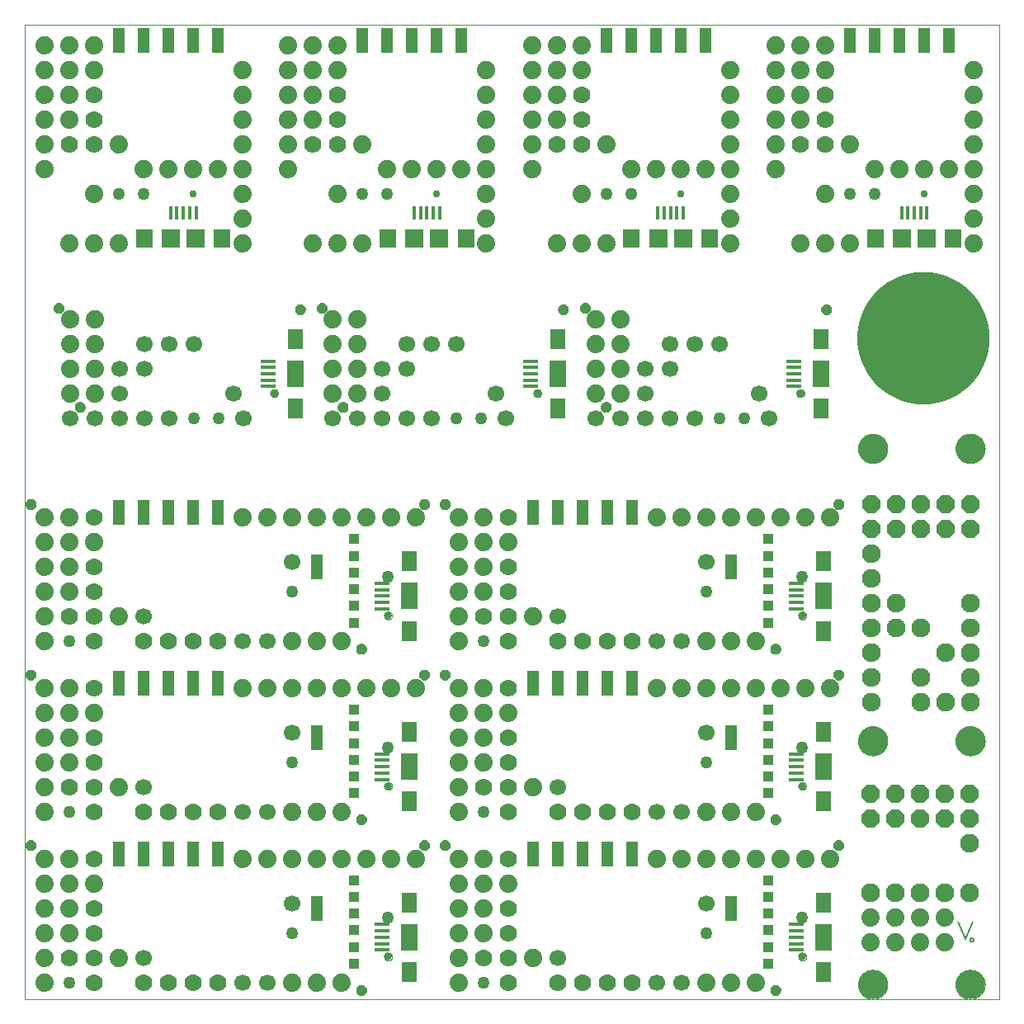
<source format=gbs>
G75*
%MOIN*%
%OFA0B0*%
%FSLAX25Y25*%
%IPPOS*%
%LPD*%
%AMOC8*
5,1,8,0,0,1.08239X$1,22.5*
%
%ADD10C,0.02400*%
%ADD11C,0.00394*%
%ADD12C,0.00700*%
%ADD13C,0.00600*%
%ADD14C,0.00000*%
%ADD15C,0.11811*%
%ADD16C,0.30000*%
%ADD17C,0.07400*%
%ADD18C,0.07000*%
%ADD19R,0.05000X0.10000*%
%ADD20C,0.05000*%
%ADD21C,0.06693*%
%ADD22R,0.03937X0.04331*%
%ADD23R,0.06299X0.01575*%
%ADD24R,0.05906X0.07874*%
%ADD25R,0.06693X0.10630*%
%ADD26C,0.03150*%
%ADD27C,0.02500*%
%ADD28R,0.01378X0.05512*%
%ADD29R,0.07087X0.07480*%
%ADD30R,0.07480X0.07480*%
%ADD31C,0.03000*%
%ADD32OC8,0.07400*%
%ADD33C,0.07600*%
D10*
X0006252Y0067098D02*
X0006254Y0067161D01*
X0006260Y0067223D01*
X0006270Y0067285D01*
X0006283Y0067347D01*
X0006301Y0067407D01*
X0006322Y0067466D01*
X0006347Y0067524D01*
X0006376Y0067580D01*
X0006408Y0067634D01*
X0006443Y0067686D01*
X0006481Y0067735D01*
X0006523Y0067783D01*
X0006567Y0067827D01*
X0006615Y0067869D01*
X0006664Y0067907D01*
X0006716Y0067942D01*
X0006770Y0067974D01*
X0006826Y0068003D01*
X0006884Y0068028D01*
X0006943Y0068049D01*
X0007003Y0068067D01*
X0007065Y0068080D01*
X0007127Y0068090D01*
X0007189Y0068096D01*
X0007252Y0068098D01*
X0007315Y0068096D01*
X0007377Y0068090D01*
X0007439Y0068080D01*
X0007501Y0068067D01*
X0007561Y0068049D01*
X0007620Y0068028D01*
X0007678Y0068003D01*
X0007734Y0067974D01*
X0007788Y0067942D01*
X0007840Y0067907D01*
X0007889Y0067869D01*
X0007937Y0067827D01*
X0007981Y0067783D01*
X0008023Y0067735D01*
X0008061Y0067686D01*
X0008096Y0067634D01*
X0008128Y0067580D01*
X0008157Y0067524D01*
X0008182Y0067466D01*
X0008203Y0067407D01*
X0008221Y0067347D01*
X0008234Y0067285D01*
X0008244Y0067223D01*
X0008250Y0067161D01*
X0008252Y0067098D01*
X0008250Y0067035D01*
X0008244Y0066973D01*
X0008234Y0066911D01*
X0008221Y0066849D01*
X0008203Y0066789D01*
X0008182Y0066730D01*
X0008157Y0066672D01*
X0008128Y0066616D01*
X0008096Y0066562D01*
X0008061Y0066510D01*
X0008023Y0066461D01*
X0007981Y0066413D01*
X0007937Y0066369D01*
X0007889Y0066327D01*
X0007840Y0066289D01*
X0007788Y0066254D01*
X0007734Y0066222D01*
X0007678Y0066193D01*
X0007620Y0066168D01*
X0007561Y0066147D01*
X0007501Y0066129D01*
X0007439Y0066116D01*
X0007377Y0066106D01*
X0007315Y0066100D01*
X0007252Y0066098D01*
X0007189Y0066100D01*
X0007127Y0066106D01*
X0007065Y0066116D01*
X0007003Y0066129D01*
X0006943Y0066147D01*
X0006884Y0066168D01*
X0006826Y0066193D01*
X0006770Y0066222D01*
X0006716Y0066254D01*
X0006664Y0066289D01*
X0006615Y0066327D01*
X0006567Y0066369D01*
X0006523Y0066413D01*
X0006481Y0066461D01*
X0006443Y0066510D01*
X0006408Y0066562D01*
X0006376Y0066616D01*
X0006347Y0066672D01*
X0006322Y0066730D01*
X0006301Y0066789D01*
X0006283Y0066849D01*
X0006270Y0066911D01*
X0006260Y0066973D01*
X0006254Y0067035D01*
X0006252Y0067098D01*
X0006252Y0135996D02*
X0006254Y0136059D01*
X0006260Y0136121D01*
X0006270Y0136183D01*
X0006283Y0136245D01*
X0006301Y0136305D01*
X0006322Y0136364D01*
X0006347Y0136422D01*
X0006376Y0136478D01*
X0006408Y0136532D01*
X0006443Y0136584D01*
X0006481Y0136633D01*
X0006523Y0136681D01*
X0006567Y0136725D01*
X0006615Y0136767D01*
X0006664Y0136805D01*
X0006716Y0136840D01*
X0006770Y0136872D01*
X0006826Y0136901D01*
X0006884Y0136926D01*
X0006943Y0136947D01*
X0007003Y0136965D01*
X0007065Y0136978D01*
X0007127Y0136988D01*
X0007189Y0136994D01*
X0007252Y0136996D01*
X0007315Y0136994D01*
X0007377Y0136988D01*
X0007439Y0136978D01*
X0007501Y0136965D01*
X0007561Y0136947D01*
X0007620Y0136926D01*
X0007678Y0136901D01*
X0007734Y0136872D01*
X0007788Y0136840D01*
X0007840Y0136805D01*
X0007889Y0136767D01*
X0007937Y0136725D01*
X0007981Y0136681D01*
X0008023Y0136633D01*
X0008061Y0136584D01*
X0008096Y0136532D01*
X0008128Y0136478D01*
X0008157Y0136422D01*
X0008182Y0136364D01*
X0008203Y0136305D01*
X0008221Y0136245D01*
X0008234Y0136183D01*
X0008244Y0136121D01*
X0008250Y0136059D01*
X0008252Y0135996D01*
X0008250Y0135933D01*
X0008244Y0135871D01*
X0008234Y0135809D01*
X0008221Y0135747D01*
X0008203Y0135687D01*
X0008182Y0135628D01*
X0008157Y0135570D01*
X0008128Y0135514D01*
X0008096Y0135460D01*
X0008061Y0135408D01*
X0008023Y0135359D01*
X0007981Y0135311D01*
X0007937Y0135267D01*
X0007889Y0135225D01*
X0007840Y0135187D01*
X0007788Y0135152D01*
X0007734Y0135120D01*
X0007678Y0135091D01*
X0007620Y0135066D01*
X0007561Y0135045D01*
X0007501Y0135027D01*
X0007439Y0135014D01*
X0007377Y0135004D01*
X0007315Y0134998D01*
X0007252Y0134996D01*
X0007189Y0134998D01*
X0007127Y0135004D01*
X0007065Y0135014D01*
X0007003Y0135027D01*
X0006943Y0135045D01*
X0006884Y0135066D01*
X0006826Y0135091D01*
X0006770Y0135120D01*
X0006716Y0135152D01*
X0006664Y0135187D01*
X0006615Y0135225D01*
X0006567Y0135267D01*
X0006523Y0135311D01*
X0006481Y0135359D01*
X0006443Y0135408D01*
X0006408Y0135460D01*
X0006376Y0135514D01*
X0006347Y0135570D01*
X0006322Y0135628D01*
X0006301Y0135687D01*
X0006283Y0135747D01*
X0006270Y0135809D01*
X0006260Y0135871D01*
X0006254Y0135933D01*
X0006252Y0135996D01*
X0006252Y0204894D02*
X0006254Y0204957D01*
X0006260Y0205019D01*
X0006270Y0205081D01*
X0006283Y0205143D01*
X0006301Y0205203D01*
X0006322Y0205262D01*
X0006347Y0205320D01*
X0006376Y0205376D01*
X0006408Y0205430D01*
X0006443Y0205482D01*
X0006481Y0205531D01*
X0006523Y0205579D01*
X0006567Y0205623D01*
X0006615Y0205665D01*
X0006664Y0205703D01*
X0006716Y0205738D01*
X0006770Y0205770D01*
X0006826Y0205799D01*
X0006884Y0205824D01*
X0006943Y0205845D01*
X0007003Y0205863D01*
X0007065Y0205876D01*
X0007127Y0205886D01*
X0007189Y0205892D01*
X0007252Y0205894D01*
X0007315Y0205892D01*
X0007377Y0205886D01*
X0007439Y0205876D01*
X0007501Y0205863D01*
X0007561Y0205845D01*
X0007620Y0205824D01*
X0007678Y0205799D01*
X0007734Y0205770D01*
X0007788Y0205738D01*
X0007840Y0205703D01*
X0007889Y0205665D01*
X0007937Y0205623D01*
X0007981Y0205579D01*
X0008023Y0205531D01*
X0008061Y0205482D01*
X0008096Y0205430D01*
X0008128Y0205376D01*
X0008157Y0205320D01*
X0008182Y0205262D01*
X0008203Y0205203D01*
X0008221Y0205143D01*
X0008234Y0205081D01*
X0008244Y0205019D01*
X0008250Y0204957D01*
X0008252Y0204894D01*
X0008250Y0204831D01*
X0008244Y0204769D01*
X0008234Y0204707D01*
X0008221Y0204645D01*
X0008203Y0204585D01*
X0008182Y0204526D01*
X0008157Y0204468D01*
X0008128Y0204412D01*
X0008096Y0204358D01*
X0008061Y0204306D01*
X0008023Y0204257D01*
X0007981Y0204209D01*
X0007937Y0204165D01*
X0007889Y0204123D01*
X0007840Y0204085D01*
X0007788Y0204050D01*
X0007734Y0204018D01*
X0007678Y0203989D01*
X0007620Y0203964D01*
X0007561Y0203943D01*
X0007501Y0203925D01*
X0007439Y0203912D01*
X0007377Y0203902D01*
X0007315Y0203896D01*
X0007252Y0203894D01*
X0007189Y0203896D01*
X0007127Y0203902D01*
X0007065Y0203912D01*
X0007003Y0203925D01*
X0006943Y0203943D01*
X0006884Y0203964D01*
X0006826Y0203989D01*
X0006770Y0204018D01*
X0006716Y0204050D01*
X0006664Y0204085D01*
X0006615Y0204123D01*
X0006567Y0204165D01*
X0006523Y0204209D01*
X0006481Y0204257D01*
X0006443Y0204306D01*
X0006408Y0204358D01*
X0006376Y0204412D01*
X0006347Y0204468D01*
X0006322Y0204526D01*
X0006301Y0204585D01*
X0006283Y0204645D01*
X0006270Y0204707D01*
X0006260Y0204769D01*
X0006254Y0204831D01*
X0006252Y0204894D01*
X0026079Y0244083D02*
X0026081Y0244146D01*
X0026087Y0244208D01*
X0026097Y0244270D01*
X0026110Y0244332D01*
X0026128Y0244392D01*
X0026149Y0244451D01*
X0026174Y0244509D01*
X0026203Y0244565D01*
X0026235Y0244619D01*
X0026270Y0244671D01*
X0026308Y0244720D01*
X0026350Y0244768D01*
X0026394Y0244812D01*
X0026442Y0244854D01*
X0026491Y0244892D01*
X0026543Y0244927D01*
X0026597Y0244959D01*
X0026653Y0244988D01*
X0026711Y0245013D01*
X0026770Y0245034D01*
X0026830Y0245052D01*
X0026892Y0245065D01*
X0026954Y0245075D01*
X0027016Y0245081D01*
X0027079Y0245083D01*
X0027142Y0245081D01*
X0027204Y0245075D01*
X0027266Y0245065D01*
X0027328Y0245052D01*
X0027388Y0245034D01*
X0027447Y0245013D01*
X0027505Y0244988D01*
X0027561Y0244959D01*
X0027615Y0244927D01*
X0027667Y0244892D01*
X0027716Y0244854D01*
X0027764Y0244812D01*
X0027808Y0244768D01*
X0027850Y0244720D01*
X0027888Y0244671D01*
X0027923Y0244619D01*
X0027955Y0244565D01*
X0027984Y0244509D01*
X0028009Y0244451D01*
X0028030Y0244392D01*
X0028048Y0244332D01*
X0028061Y0244270D01*
X0028071Y0244208D01*
X0028077Y0244146D01*
X0028079Y0244083D01*
X0028077Y0244020D01*
X0028071Y0243958D01*
X0028061Y0243896D01*
X0028048Y0243834D01*
X0028030Y0243774D01*
X0028009Y0243715D01*
X0027984Y0243657D01*
X0027955Y0243601D01*
X0027923Y0243547D01*
X0027888Y0243495D01*
X0027850Y0243446D01*
X0027808Y0243398D01*
X0027764Y0243354D01*
X0027716Y0243312D01*
X0027667Y0243274D01*
X0027615Y0243239D01*
X0027561Y0243207D01*
X0027505Y0243178D01*
X0027447Y0243153D01*
X0027388Y0243132D01*
X0027328Y0243114D01*
X0027266Y0243101D01*
X0027204Y0243091D01*
X0027142Y0243085D01*
X0027079Y0243083D01*
X0027016Y0243085D01*
X0026954Y0243091D01*
X0026892Y0243101D01*
X0026830Y0243114D01*
X0026770Y0243132D01*
X0026711Y0243153D01*
X0026653Y0243178D01*
X0026597Y0243207D01*
X0026543Y0243239D01*
X0026491Y0243274D01*
X0026442Y0243312D01*
X0026394Y0243354D01*
X0026350Y0243398D01*
X0026308Y0243446D01*
X0026270Y0243495D01*
X0026235Y0243547D01*
X0026203Y0243601D01*
X0026174Y0243657D01*
X0026149Y0243715D01*
X0026128Y0243774D01*
X0026110Y0243834D01*
X0026097Y0243896D01*
X0026087Y0243958D01*
X0026081Y0244020D01*
X0026079Y0244083D01*
X0017579Y0284083D02*
X0017581Y0284146D01*
X0017587Y0284208D01*
X0017597Y0284270D01*
X0017610Y0284332D01*
X0017628Y0284392D01*
X0017649Y0284451D01*
X0017674Y0284509D01*
X0017703Y0284565D01*
X0017735Y0284619D01*
X0017770Y0284671D01*
X0017808Y0284720D01*
X0017850Y0284768D01*
X0017894Y0284812D01*
X0017942Y0284854D01*
X0017991Y0284892D01*
X0018043Y0284927D01*
X0018097Y0284959D01*
X0018153Y0284988D01*
X0018211Y0285013D01*
X0018270Y0285034D01*
X0018330Y0285052D01*
X0018392Y0285065D01*
X0018454Y0285075D01*
X0018516Y0285081D01*
X0018579Y0285083D01*
X0018642Y0285081D01*
X0018704Y0285075D01*
X0018766Y0285065D01*
X0018828Y0285052D01*
X0018888Y0285034D01*
X0018947Y0285013D01*
X0019005Y0284988D01*
X0019061Y0284959D01*
X0019115Y0284927D01*
X0019167Y0284892D01*
X0019216Y0284854D01*
X0019264Y0284812D01*
X0019308Y0284768D01*
X0019350Y0284720D01*
X0019388Y0284671D01*
X0019423Y0284619D01*
X0019455Y0284565D01*
X0019484Y0284509D01*
X0019509Y0284451D01*
X0019530Y0284392D01*
X0019548Y0284332D01*
X0019561Y0284270D01*
X0019571Y0284208D01*
X0019577Y0284146D01*
X0019579Y0284083D01*
X0019577Y0284020D01*
X0019571Y0283958D01*
X0019561Y0283896D01*
X0019548Y0283834D01*
X0019530Y0283774D01*
X0019509Y0283715D01*
X0019484Y0283657D01*
X0019455Y0283601D01*
X0019423Y0283547D01*
X0019388Y0283495D01*
X0019350Y0283446D01*
X0019308Y0283398D01*
X0019264Y0283354D01*
X0019216Y0283312D01*
X0019167Y0283274D01*
X0019115Y0283239D01*
X0019061Y0283207D01*
X0019005Y0283178D01*
X0018947Y0283153D01*
X0018888Y0283132D01*
X0018828Y0283114D01*
X0018766Y0283101D01*
X0018704Y0283091D01*
X0018642Y0283085D01*
X0018579Y0283083D01*
X0018516Y0283085D01*
X0018454Y0283091D01*
X0018392Y0283101D01*
X0018330Y0283114D01*
X0018270Y0283132D01*
X0018211Y0283153D01*
X0018153Y0283178D01*
X0018097Y0283207D01*
X0018043Y0283239D01*
X0017991Y0283274D01*
X0017942Y0283312D01*
X0017894Y0283354D01*
X0017850Y0283398D01*
X0017808Y0283446D01*
X0017770Y0283495D01*
X0017735Y0283547D01*
X0017703Y0283601D01*
X0017674Y0283657D01*
X0017649Y0283715D01*
X0017628Y0283774D01*
X0017610Y0283834D01*
X0017597Y0283896D01*
X0017587Y0283958D01*
X0017581Y0284020D01*
X0017579Y0284083D01*
X0115079Y0283583D02*
X0115081Y0283646D01*
X0115087Y0283708D01*
X0115097Y0283770D01*
X0115110Y0283832D01*
X0115128Y0283892D01*
X0115149Y0283951D01*
X0115174Y0284009D01*
X0115203Y0284065D01*
X0115235Y0284119D01*
X0115270Y0284171D01*
X0115308Y0284220D01*
X0115350Y0284268D01*
X0115394Y0284312D01*
X0115442Y0284354D01*
X0115491Y0284392D01*
X0115543Y0284427D01*
X0115597Y0284459D01*
X0115653Y0284488D01*
X0115711Y0284513D01*
X0115770Y0284534D01*
X0115830Y0284552D01*
X0115892Y0284565D01*
X0115954Y0284575D01*
X0116016Y0284581D01*
X0116079Y0284583D01*
X0116142Y0284581D01*
X0116204Y0284575D01*
X0116266Y0284565D01*
X0116328Y0284552D01*
X0116388Y0284534D01*
X0116447Y0284513D01*
X0116505Y0284488D01*
X0116561Y0284459D01*
X0116615Y0284427D01*
X0116667Y0284392D01*
X0116716Y0284354D01*
X0116764Y0284312D01*
X0116808Y0284268D01*
X0116850Y0284220D01*
X0116888Y0284171D01*
X0116923Y0284119D01*
X0116955Y0284065D01*
X0116984Y0284009D01*
X0117009Y0283951D01*
X0117030Y0283892D01*
X0117048Y0283832D01*
X0117061Y0283770D01*
X0117071Y0283708D01*
X0117077Y0283646D01*
X0117079Y0283583D01*
X0117077Y0283520D01*
X0117071Y0283458D01*
X0117061Y0283396D01*
X0117048Y0283334D01*
X0117030Y0283274D01*
X0117009Y0283215D01*
X0116984Y0283157D01*
X0116955Y0283101D01*
X0116923Y0283047D01*
X0116888Y0282995D01*
X0116850Y0282946D01*
X0116808Y0282898D01*
X0116764Y0282854D01*
X0116716Y0282812D01*
X0116667Y0282774D01*
X0116615Y0282739D01*
X0116561Y0282707D01*
X0116505Y0282678D01*
X0116447Y0282653D01*
X0116388Y0282632D01*
X0116328Y0282614D01*
X0116266Y0282601D01*
X0116204Y0282591D01*
X0116142Y0282585D01*
X0116079Y0282583D01*
X0116016Y0282585D01*
X0115954Y0282591D01*
X0115892Y0282601D01*
X0115830Y0282614D01*
X0115770Y0282632D01*
X0115711Y0282653D01*
X0115653Y0282678D01*
X0115597Y0282707D01*
X0115543Y0282739D01*
X0115491Y0282774D01*
X0115442Y0282812D01*
X0115394Y0282854D01*
X0115350Y0282898D01*
X0115308Y0282946D01*
X0115270Y0282995D01*
X0115235Y0283047D01*
X0115203Y0283101D01*
X0115174Y0283157D01*
X0115149Y0283215D01*
X0115128Y0283274D01*
X0115110Y0283334D01*
X0115097Y0283396D01*
X0115087Y0283458D01*
X0115081Y0283520D01*
X0115079Y0283583D01*
X0123878Y0284083D02*
X0123880Y0284146D01*
X0123886Y0284208D01*
X0123896Y0284270D01*
X0123909Y0284332D01*
X0123927Y0284392D01*
X0123948Y0284451D01*
X0123973Y0284509D01*
X0124002Y0284565D01*
X0124034Y0284619D01*
X0124069Y0284671D01*
X0124107Y0284720D01*
X0124149Y0284768D01*
X0124193Y0284812D01*
X0124241Y0284854D01*
X0124290Y0284892D01*
X0124342Y0284927D01*
X0124396Y0284959D01*
X0124452Y0284988D01*
X0124510Y0285013D01*
X0124569Y0285034D01*
X0124629Y0285052D01*
X0124691Y0285065D01*
X0124753Y0285075D01*
X0124815Y0285081D01*
X0124878Y0285083D01*
X0124941Y0285081D01*
X0125003Y0285075D01*
X0125065Y0285065D01*
X0125127Y0285052D01*
X0125187Y0285034D01*
X0125246Y0285013D01*
X0125304Y0284988D01*
X0125360Y0284959D01*
X0125414Y0284927D01*
X0125466Y0284892D01*
X0125515Y0284854D01*
X0125563Y0284812D01*
X0125607Y0284768D01*
X0125649Y0284720D01*
X0125687Y0284671D01*
X0125722Y0284619D01*
X0125754Y0284565D01*
X0125783Y0284509D01*
X0125808Y0284451D01*
X0125829Y0284392D01*
X0125847Y0284332D01*
X0125860Y0284270D01*
X0125870Y0284208D01*
X0125876Y0284146D01*
X0125878Y0284083D01*
X0125876Y0284020D01*
X0125870Y0283958D01*
X0125860Y0283896D01*
X0125847Y0283834D01*
X0125829Y0283774D01*
X0125808Y0283715D01*
X0125783Y0283657D01*
X0125754Y0283601D01*
X0125722Y0283547D01*
X0125687Y0283495D01*
X0125649Y0283446D01*
X0125607Y0283398D01*
X0125563Y0283354D01*
X0125515Y0283312D01*
X0125466Y0283274D01*
X0125414Y0283239D01*
X0125360Y0283207D01*
X0125304Y0283178D01*
X0125246Y0283153D01*
X0125187Y0283132D01*
X0125127Y0283114D01*
X0125065Y0283101D01*
X0125003Y0283091D01*
X0124941Y0283085D01*
X0124878Y0283083D01*
X0124815Y0283085D01*
X0124753Y0283091D01*
X0124691Y0283101D01*
X0124629Y0283114D01*
X0124569Y0283132D01*
X0124510Y0283153D01*
X0124452Y0283178D01*
X0124396Y0283207D01*
X0124342Y0283239D01*
X0124290Y0283274D01*
X0124241Y0283312D01*
X0124193Y0283354D01*
X0124149Y0283398D01*
X0124107Y0283446D01*
X0124069Y0283495D01*
X0124034Y0283547D01*
X0124002Y0283601D01*
X0123973Y0283657D01*
X0123948Y0283715D01*
X0123927Y0283774D01*
X0123909Y0283834D01*
X0123896Y0283896D01*
X0123886Y0283958D01*
X0123880Y0284020D01*
X0123878Y0284083D01*
X0132378Y0244083D02*
X0132380Y0244146D01*
X0132386Y0244208D01*
X0132396Y0244270D01*
X0132409Y0244332D01*
X0132427Y0244392D01*
X0132448Y0244451D01*
X0132473Y0244509D01*
X0132502Y0244565D01*
X0132534Y0244619D01*
X0132569Y0244671D01*
X0132607Y0244720D01*
X0132649Y0244768D01*
X0132693Y0244812D01*
X0132741Y0244854D01*
X0132790Y0244892D01*
X0132842Y0244927D01*
X0132896Y0244959D01*
X0132952Y0244988D01*
X0133010Y0245013D01*
X0133069Y0245034D01*
X0133129Y0245052D01*
X0133191Y0245065D01*
X0133253Y0245075D01*
X0133315Y0245081D01*
X0133378Y0245083D01*
X0133441Y0245081D01*
X0133503Y0245075D01*
X0133565Y0245065D01*
X0133627Y0245052D01*
X0133687Y0245034D01*
X0133746Y0245013D01*
X0133804Y0244988D01*
X0133860Y0244959D01*
X0133914Y0244927D01*
X0133966Y0244892D01*
X0134015Y0244854D01*
X0134063Y0244812D01*
X0134107Y0244768D01*
X0134149Y0244720D01*
X0134187Y0244671D01*
X0134222Y0244619D01*
X0134254Y0244565D01*
X0134283Y0244509D01*
X0134308Y0244451D01*
X0134329Y0244392D01*
X0134347Y0244332D01*
X0134360Y0244270D01*
X0134370Y0244208D01*
X0134376Y0244146D01*
X0134378Y0244083D01*
X0134376Y0244020D01*
X0134370Y0243958D01*
X0134360Y0243896D01*
X0134347Y0243834D01*
X0134329Y0243774D01*
X0134308Y0243715D01*
X0134283Y0243657D01*
X0134254Y0243601D01*
X0134222Y0243547D01*
X0134187Y0243495D01*
X0134149Y0243446D01*
X0134107Y0243398D01*
X0134063Y0243354D01*
X0134015Y0243312D01*
X0133966Y0243274D01*
X0133914Y0243239D01*
X0133860Y0243207D01*
X0133804Y0243178D01*
X0133746Y0243153D01*
X0133687Y0243132D01*
X0133627Y0243114D01*
X0133565Y0243101D01*
X0133503Y0243091D01*
X0133441Y0243085D01*
X0133378Y0243083D01*
X0133315Y0243085D01*
X0133253Y0243091D01*
X0133191Y0243101D01*
X0133129Y0243114D01*
X0133069Y0243132D01*
X0133010Y0243153D01*
X0132952Y0243178D01*
X0132896Y0243207D01*
X0132842Y0243239D01*
X0132790Y0243274D01*
X0132741Y0243312D01*
X0132693Y0243354D01*
X0132649Y0243398D01*
X0132607Y0243446D01*
X0132569Y0243495D01*
X0132534Y0243547D01*
X0132502Y0243601D01*
X0132473Y0243657D01*
X0132448Y0243715D01*
X0132427Y0243774D01*
X0132409Y0243834D01*
X0132396Y0243896D01*
X0132386Y0243958D01*
X0132380Y0244020D01*
X0132378Y0244083D01*
X0165252Y0204894D02*
X0165254Y0204957D01*
X0165260Y0205019D01*
X0165270Y0205081D01*
X0165283Y0205143D01*
X0165301Y0205203D01*
X0165322Y0205262D01*
X0165347Y0205320D01*
X0165376Y0205376D01*
X0165408Y0205430D01*
X0165443Y0205482D01*
X0165481Y0205531D01*
X0165523Y0205579D01*
X0165567Y0205623D01*
X0165615Y0205665D01*
X0165664Y0205703D01*
X0165716Y0205738D01*
X0165770Y0205770D01*
X0165826Y0205799D01*
X0165884Y0205824D01*
X0165943Y0205845D01*
X0166003Y0205863D01*
X0166065Y0205876D01*
X0166127Y0205886D01*
X0166189Y0205892D01*
X0166252Y0205894D01*
X0166315Y0205892D01*
X0166377Y0205886D01*
X0166439Y0205876D01*
X0166501Y0205863D01*
X0166561Y0205845D01*
X0166620Y0205824D01*
X0166678Y0205799D01*
X0166734Y0205770D01*
X0166788Y0205738D01*
X0166840Y0205703D01*
X0166889Y0205665D01*
X0166937Y0205623D01*
X0166981Y0205579D01*
X0167023Y0205531D01*
X0167061Y0205482D01*
X0167096Y0205430D01*
X0167128Y0205376D01*
X0167157Y0205320D01*
X0167182Y0205262D01*
X0167203Y0205203D01*
X0167221Y0205143D01*
X0167234Y0205081D01*
X0167244Y0205019D01*
X0167250Y0204957D01*
X0167252Y0204894D01*
X0167250Y0204831D01*
X0167244Y0204769D01*
X0167234Y0204707D01*
X0167221Y0204645D01*
X0167203Y0204585D01*
X0167182Y0204526D01*
X0167157Y0204468D01*
X0167128Y0204412D01*
X0167096Y0204358D01*
X0167061Y0204306D01*
X0167023Y0204257D01*
X0166981Y0204209D01*
X0166937Y0204165D01*
X0166889Y0204123D01*
X0166840Y0204085D01*
X0166788Y0204050D01*
X0166734Y0204018D01*
X0166678Y0203989D01*
X0166620Y0203964D01*
X0166561Y0203943D01*
X0166501Y0203925D01*
X0166439Y0203912D01*
X0166377Y0203902D01*
X0166315Y0203896D01*
X0166252Y0203894D01*
X0166189Y0203896D01*
X0166127Y0203902D01*
X0166065Y0203912D01*
X0166003Y0203925D01*
X0165943Y0203943D01*
X0165884Y0203964D01*
X0165826Y0203989D01*
X0165770Y0204018D01*
X0165716Y0204050D01*
X0165664Y0204085D01*
X0165615Y0204123D01*
X0165567Y0204165D01*
X0165523Y0204209D01*
X0165481Y0204257D01*
X0165443Y0204306D01*
X0165408Y0204358D01*
X0165376Y0204412D01*
X0165347Y0204468D01*
X0165322Y0204526D01*
X0165301Y0204585D01*
X0165283Y0204645D01*
X0165270Y0204707D01*
X0165260Y0204769D01*
X0165254Y0204831D01*
X0165252Y0204894D01*
X0173575Y0204894D02*
X0173577Y0204957D01*
X0173583Y0205019D01*
X0173593Y0205081D01*
X0173606Y0205143D01*
X0173624Y0205203D01*
X0173645Y0205262D01*
X0173670Y0205320D01*
X0173699Y0205376D01*
X0173731Y0205430D01*
X0173766Y0205482D01*
X0173804Y0205531D01*
X0173846Y0205579D01*
X0173890Y0205623D01*
X0173938Y0205665D01*
X0173987Y0205703D01*
X0174039Y0205738D01*
X0174093Y0205770D01*
X0174149Y0205799D01*
X0174207Y0205824D01*
X0174266Y0205845D01*
X0174326Y0205863D01*
X0174388Y0205876D01*
X0174450Y0205886D01*
X0174512Y0205892D01*
X0174575Y0205894D01*
X0174638Y0205892D01*
X0174700Y0205886D01*
X0174762Y0205876D01*
X0174824Y0205863D01*
X0174884Y0205845D01*
X0174943Y0205824D01*
X0175001Y0205799D01*
X0175057Y0205770D01*
X0175111Y0205738D01*
X0175163Y0205703D01*
X0175212Y0205665D01*
X0175260Y0205623D01*
X0175304Y0205579D01*
X0175346Y0205531D01*
X0175384Y0205482D01*
X0175419Y0205430D01*
X0175451Y0205376D01*
X0175480Y0205320D01*
X0175505Y0205262D01*
X0175526Y0205203D01*
X0175544Y0205143D01*
X0175557Y0205081D01*
X0175567Y0205019D01*
X0175573Y0204957D01*
X0175575Y0204894D01*
X0175573Y0204831D01*
X0175567Y0204769D01*
X0175557Y0204707D01*
X0175544Y0204645D01*
X0175526Y0204585D01*
X0175505Y0204526D01*
X0175480Y0204468D01*
X0175451Y0204412D01*
X0175419Y0204358D01*
X0175384Y0204306D01*
X0175346Y0204257D01*
X0175304Y0204209D01*
X0175260Y0204165D01*
X0175212Y0204123D01*
X0175163Y0204085D01*
X0175111Y0204050D01*
X0175057Y0204018D01*
X0175001Y0203989D01*
X0174943Y0203964D01*
X0174884Y0203943D01*
X0174824Y0203925D01*
X0174762Y0203912D01*
X0174700Y0203902D01*
X0174638Y0203896D01*
X0174575Y0203894D01*
X0174512Y0203896D01*
X0174450Y0203902D01*
X0174388Y0203912D01*
X0174326Y0203925D01*
X0174266Y0203943D01*
X0174207Y0203964D01*
X0174149Y0203989D01*
X0174093Y0204018D01*
X0174039Y0204050D01*
X0173987Y0204085D01*
X0173938Y0204123D01*
X0173890Y0204165D01*
X0173846Y0204209D01*
X0173804Y0204257D01*
X0173766Y0204306D01*
X0173731Y0204358D01*
X0173699Y0204412D01*
X0173670Y0204468D01*
X0173645Y0204526D01*
X0173624Y0204585D01*
X0173606Y0204645D01*
X0173593Y0204707D01*
X0173583Y0204769D01*
X0173577Y0204831D01*
X0173575Y0204894D01*
X0139752Y0146394D02*
X0139754Y0146457D01*
X0139760Y0146519D01*
X0139770Y0146581D01*
X0139783Y0146643D01*
X0139801Y0146703D01*
X0139822Y0146762D01*
X0139847Y0146820D01*
X0139876Y0146876D01*
X0139908Y0146930D01*
X0139943Y0146982D01*
X0139981Y0147031D01*
X0140023Y0147079D01*
X0140067Y0147123D01*
X0140115Y0147165D01*
X0140164Y0147203D01*
X0140216Y0147238D01*
X0140270Y0147270D01*
X0140326Y0147299D01*
X0140384Y0147324D01*
X0140443Y0147345D01*
X0140503Y0147363D01*
X0140565Y0147376D01*
X0140627Y0147386D01*
X0140689Y0147392D01*
X0140752Y0147394D01*
X0140815Y0147392D01*
X0140877Y0147386D01*
X0140939Y0147376D01*
X0141001Y0147363D01*
X0141061Y0147345D01*
X0141120Y0147324D01*
X0141178Y0147299D01*
X0141234Y0147270D01*
X0141288Y0147238D01*
X0141340Y0147203D01*
X0141389Y0147165D01*
X0141437Y0147123D01*
X0141481Y0147079D01*
X0141523Y0147031D01*
X0141561Y0146982D01*
X0141596Y0146930D01*
X0141628Y0146876D01*
X0141657Y0146820D01*
X0141682Y0146762D01*
X0141703Y0146703D01*
X0141721Y0146643D01*
X0141734Y0146581D01*
X0141744Y0146519D01*
X0141750Y0146457D01*
X0141752Y0146394D01*
X0141750Y0146331D01*
X0141744Y0146269D01*
X0141734Y0146207D01*
X0141721Y0146145D01*
X0141703Y0146085D01*
X0141682Y0146026D01*
X0141657Y0145968D01*
X0141628Y0145912D01*
X0141596Y0145858D01*
X0141561Y0145806D01*
X0141523Y0145757D01*
X0141481Y0145709D01*
X0141437Y0145665D01*
X0141389Y0145623D01*
X0141340Y0145585D01*
X0141288Y0145550D01*
X0141234Y0145518D01*
X0141178Y0145489D01*
X0141120Y0145464D01*
X0141061Y0145443D01*
X0141001Y0145425D01*
X0140939Y0145412D01*
X0140877Y0145402D01*
X0140815Y0145396D01*
X0140752Y0145394D01*
X0140689Y0145396D01*
X0140627Y0145402D01*
X0140565Y0145412D01*
X0140503Y0145425D01*
X0140443Y0145443D01*
X0140384Y0145464D01*
X0140326Y0145489D01*
X0140270Y0145518D01*
X0140216Y0145550D01*
X0140164Y0145585D01*
X0140115Y0145623D01*
X0140067Y0145665D01*
X0140023Y0145709D01*
X0139981Y0145757D01*
X0139943Y0145806D01*
X0139908Y0145858D01*
X0139876Y0145912D01*
X0139847Y0145968D01*
X0139822Y0146026D01*
X0139801Y0146085D01*
X0139783Y0146145D01*
X0139770Y0146207D01*
X0139760Y0146269D01*
X0139754Y0146331D01*
X0139752Y0146394D01*
X0165252Y0135996D02*
X0165254Y0136059D01*
X0165260Y0136121D01*
X0165270Y0136183D01*
X0165283Y0136245D01*
X0165301Y0136305D01*
X0165322Y0136364D01*
X0165347Y0136422D01*
X0165376Y0136478D01*
X0165408Y0136532D01*
X0165443Y0136584D01*
X0165481Y0136633D01*
X0165523Y0136681D01*
X0165567Y0136725D01*
X0165615Y0136767D01*
X0165664Y0136805D01*
X0165716Y0136840D01*
X0165770Y0136872D01*
X0165826Y0136901D01*
X0165884Y0136926D01*
X0165943Y0136947D01*
X0166003Y0136965D01*
X0166065Y0136978D01*
X0166127Y0136988D01*
X0166189Y0136994D01*
X0166252Y0136996D01*
X0166315Y0136994D01*
X0166377Y0136988D01*
X0166439Y0136978D01*
X0166501Y0136965D01*
X0166561Y0136947D01*
X0166620Y0136926D01*
X0166678Y0136901D01*
X0166734Y0136872D01*
X0166788Y0136840D01*
X0166840Y0136805D01*
X0166889Y0136767D01*
X0166937Y0136725D01*
X0166981Y0136681D01*
X0167023Y0136633D01*
X0167061Y0136584D01*
X0167096Y0136532D01*
X0167128Y0136478D01*
X0167157Y0136422D01*
X0167182Y0136364D01*
X0167203Y0136305D01*
X0167221Y0136245D01*
X0167234Y0136183D01*
X0167244Y0136121D01*
X0167250Y0136059D01*
X0167252Y0135996D01*
X0167250Y0135933D01*
X0167244Y0135871D01*
X0167234Y0135809D01*
X0167221Y0135747D01*
X0167203Y0135687D01*
X0167182Y0135628D01*
X0167157Y0135570D01*
X0167128Y0135514D01*
X0167096Y0135460D01*
X0167061Y0135408D01*
X0167023Y0135359D01*
X0166981Y0135311D01*
X0166937Y0135267D01*
X0166889Y0135225D01*
X0166840Y0135187D01*
X0166788Y0135152D01*
X0166734Y0135120D01*
X0166678Y0135091D01*
X0166620Y0135066D01*
X0166561Y0135045D01*
X0166501Y0135027D01*
X0166439Y0135014D01*
X0166377Y0135004D01*
X0166315Y0134998D01*
X0166252Y0134996D01*
X0166189Y0134998D01*
X0166127Y0135004D01*
X0166065Y0135014D01*
X0166003Y0135027D01*
X0165943Y0135045D01*
X0165884Y0135066D01*
X0165826Y0135091D01*
X0165770Y0135120D01*
X0165716Y0135152D01*
X0165664Y0135187D01*
X0165615Y0135225D01*
X0165567Y0135267D01*
X0165523Y0135311D01*
X0165481Y0135359D01*
X0165443Y0135408D01*
X0165408Y0135460D01*
X0165376Y0135514D01*
X0165347Y0135570D01*
X0165322Y0135628D01*
X0165301Y0135687D01*
X0165283Y0135747D01*
X0165270Y0135809D01*
X0165260Y0135871D01*
X0165254Y0135933D01*
X0165252Y0135996D01*
X0173575Y0135996D02*
X0173577Y0136059D01*
X0173583Y0136121D01*
X0173593Y0136183D01*
X0173606Y0136245D01*
X0173624Y0136305D01*
X0173645Y0136364D01*
X0173670Y0136422D01*
X0173699Y0136478D01*
X0173731Y0136532D01*
X0173766Y0136584D01*
X0173804Y0136633D01*
X0173846Y0136681D01*
X0173890Y0136725D01*
X0173938Y0136767D01*
X0173987Y0136805D01*
X0174039Y0136840D01*
X0174093Y0136872D01*
X0174149Y0136901D01*
X0174207Y0136926D01*
X0174266Y0136947D01*
X0174326Y0136965D01*
X0174388Y0136978D01*
X0174450Y0136988D01*
X0174512Y0136994D01*
X0174575Y0136996D01*
X0174638Y0136994D01*
X0174700Y0136988D01*
X0174762Y0136978D01*
X0174824Y0136965D01*
X0174884Y0136947D01*
X0174943Y0136926D01*
X0175001Y0136901D01*
X0175057Y0136872D01*
X0175111Y0136840D01*
X0175163Y0136805D01*
X0175212Y0136767D01*
X0175260Y0136725D01*
X0175304Y0136681D01*
X0175346Y0136633D01*
X0175384Y0136584D01*
X0175419Y0136532D01*
X0175451Y0136478D01*
X0175480Y0136422D01*
X0175505Y0136364D01*
X0175526Y0136305D01*
X0175544Y0136245D01*
X0175557Y0136183D01*
X0175567Y0136121D01*
X0175573Y0136059D01*
X0175575Y0135996D01*
X0175573Y0135933D01*
X0175567Y0135871D01*
X0175557Y0135809D01*
X0175544Y0135747D01*
X0175526Y0135687D01*
X0175505Y0135628D01*
X0175480Y0135570D01*
X0175451Y0135514D01*
X0175419Y0135460D01*
X0175384Y0135408D01*
X0175346Y0135359D01*
X0175304Y0135311D01*
X0175260Y0135267D01*
X0175212Y0135225D01*
X0175163Y0135187D01*
X0175111Y0135152D01*
X0175057Y0135120D01*
X0175001Y0135091D01*
X0174943Y0135066D01*
X0174884Y0135045D01*
X0174824Y0135027D01*
X0174762Y0135014D01*
X0174700Y0135004D01*
X0174638Y0134998D01*
X0174575Y0134996D01*
X0174512Y0134998D01*
X0174450Y0135004D01*
X0174388Y0135014D01*
X0174326Y0135027D01*
X0174266Y0135045D01*
X0174207Y0135066D01*
X0174149Y0135091D01*
X0174093Y0135120D01*
X0174039Y0135152D01*
X0173987Y0135187D01*
X0173938Y0135225D01*
X0173890Y0135267D01*
X0173846Y0135311D01*
X0173804Y0135359D01*
X0173766Y0135408D01*
X0173731Y0135460D01*
X0173699Y0135514D01*
X0173670Y0135570D01*
X0173645Y0135628D01*
X0173624Y0135687D01*
X0173606Y0135747D01*
X0173593Y0135809D01*
X0173583Y0135871D01*
X0173577Y0135933D01*
X0173575Y0135996D01*
X0139752Y0077496D02*
X0139754Y0077559D01*
X0139760Y0077621D01*
X0139770Y0077683D01*
X0139783Y0077745D01*
X0139801Y0077805D01*
X0139822Y0077864D01*
X0139847Y0077922D01*
X0139876Y0077978D01*
X0139908Y0078032D01*
X0139943Y0078084D01*
X0139981Y0078133D01*
X0140023Y0078181D01*
X0140067Y0078225D01*
X0140115Y0078267D01*
X0140164Y0078305D01*
X0140216Y0078340D01*
X0140270Y0078372D01*
X0140326Y0078401D01*
X0140384Y0078426D01*
X0140443Y0078447D01*
X0140503Y0078465D01*
X0140565Y0078478D01*
X0140627Y0078488D01*
X0140689Y0078494D01*
X0140752Y0078496D01*
X0140815Y0078494D01*
X0140877Y0078488D01*
X0140939Y0078478D01*
X0141001Y0078465D01*
X0141061Y0078447D01*
X0141120Y0078426D01*
X0141178Y0078401D01*
X0141234Y0078372D01*
X0141288Y0078340D01*
X0141340Y0078305D01*
X0141389Y0078267D01*
X0141437Y0078225D01*
X0141481Y0078181D01*
X0141523Y0078133D01*
X0141561Y0078084D01*
X0141596Y0078032D01*
X0141628Y0077978D01*
X0141657Y0077922D01*
X0141682Y0077864D01*
X0141703Y0077805D01*
X0141721Y0077745D01*
X0141734Y0077683D01*
X0141744Y0077621D01*
X0141750Y0077559D01*
X0141752Y0077496D01*
X0141750Y0077433D01*
X0141744Y0077371D01*
X0141734Y0077309D01*
X0141721Y0077247D01*
X0141703Y0077187D01*
X0141682Y0077128D01*
X0141657Y0077070D01*
X0141628Y0077014D01*
X0141596Y0076960D01*
X0141561Y0076908D01*
X0141523Y0076859D01*
X0141481Y0076811D01*
X0141437Y0076767D01*
X0141389Y0076725D01*
X0141340Y0076687D01*
X0141288Y0076652D01*
X0141234Y0076620D01*
X0141178Y0076591D01*
X0141120Y0076566D01*
X0141061Y0076545D01*
X0141001Y0076527D01*
X0140939Y0076514D01*
X0140877Y0076504D01*
X0140815Y0076498D01*
X0140752Y0076496D01*
X0140689Y0076498D01*
X0140627Y0076504D01*
X0140565Y0076514D01*
X0140503Y0076527D01*
X0140443Y0076545D01*
X0140384Y0076566D01*
X0140326Y0076591D01*
X0140270Y0076620D01*
X0140216Y0076652D01*
X0140164Y0076687D01*
X0140115Y0076725D01*
X0140067Y0076767D01*
X0140023Y0076811D01*
X0139981Y0076859D01*
X0139943Y0076908D01*
X0139908Y0076960D01*
X0139876Y0077014D01*
X0139847Y0077070D01*
X0139822Y0077128D01*
X0139801Y0077187D01*
X0139783Y0077247D01*
X0139770Y0077309D01*
X0139760Y0077371D01*
X0139754Y0077433D01*
X0139752Y0077496D01*
X0165252Y0067098D02*
X0165254Y0067161D01*
X0165260Y0067223D01*
X0165270Y0067285D01*
X0165283Y0067347D01*
X0165301Y0067407D01*
X0165322Y0067466D01*
X0165347Y0067524D01*
X0165376Y0067580D01*
X0165408Y0067634D01*
X0165443Y0067686D01*
X0165481Y0067735D01*
X0165523Y0067783D01*
X0165567Y0067827D01*
X0165615Y0067869D01*
X0165664Y0067907D01*
X0165716Y0067942D01*
X0165770Y0067974D01*
X0165826Y0068003D01*
X0165884Y0068028D01*
X0165943Y0068049D01*
X0166003Y0068067D01*
X0166065Y0068080D01*
X0166127Y0068090D01*
X0166189Y0068096D01*
X0166252Y0068098D01*
X0166315Y0068096D01*
X0166377Y0068090D01*
X0166439Y0068080D01*
X0166501Y0068067D01*
X0166561Y0068049D01*
X0166620Y0068028D01*
X0166678Y0068003D01*
X0166734Y0067974D01*
X0166788Y0067942D01*
X0166840Y0067907D01*
X0166889Y0067869D01*
X0166937Y0067827D01*
X0166981Y0067783D01*
X0167023Y0067735D01*
X0167061Y0067686D01*
X0167096Y0067634D01*
X0167128Y0067580D01*
X0167157Y0067524D01*
X0167182Y0067466D01*
X0167203Y0067407D01*
X0167221Y0067347D01*
X0167234Y0067285D01*
X0167244Y0067223D01*
X0167250Y0067161D01*
X0167252Y0067098D01*
X0167250Y0067035D01*
X0167244Y0066973D01*
X0167234Y0066911D01*
X0167221Y0066849D01*
X0167203Y0066789D01*
X0167182Y0066730D01*
X0167157Y0066672D01*
X0167128Y0066616D01*
X0167096Y0066562D01*
X0167061Y0066510D01*
X0167023Y0066461D01*
X0166981Y0066413D01*
X0166937Y0066369D01*
X0166889Y0066327D01*
X0166840Y0066289D01*
X0166788Y0066254D01*
X0166734Y0066222D01*
X0166678Y0066193D01*
X0166620Y0066168D01*
X0166561Y0066147D01*
X0166501Y0066129D01*
X0166439Y0066116D01*
X0166377Y0066106D01*
X0166315Y0066100D01*
X0166252Y0066098D01*
X0166189Y0066100D01*
X0166127Y0066106D01*
X0166065Y0066116D01*
X0166003Y0066129D01*
X0165943Y0066147D01*
X0165884Y0066168D01*
X0165826Y0066193D01*
X0165770Y0066222D01*
X0165716Y0066254D01*
X0165664Y0066289D01*
X0165615Y0066327D01*
X0165567Y0066369D01*
X0165523Y0066413D01*
X0165481Y0066461D01*
X0165443Y0066510D01*
X0165408Y0066562D01*
X0165376Y0066616D01*
X0165347Y0066672D01*
X0165322Y0066730D01*
X0165301Y0066789D01*
X0165283Y0066849D01*
X0165270Y0066911D01*
X0165260Y0066973D01*
X0165254Y0067035D01*
X0165252Y0067098D01*
X0173575Y0067098D02*
X0173577Y0067161D01*
X0173583Y0067223D01*
X0173593Y0067285D01*
X0173606Y0067347D01*
X0173624Y0067407D01*
X0173645Y0067466D01*
X0173670Y0067524D01*
X0173699Y0067580D01*
X0173731Y0067634D01*
X0173766Y0067686D01*
X0173804Y0067735D01*
X0173846Y0067783D01*
X0173890Y0067827D01*
X0173938Y0067869D01*
X0173987Y0067907D01*
X0174039Y0067942D01*
X0174093Y0067974D01*
X0174149Y0068003D01*
X0174207Y0068028D01*
X0174266Y0068049D01*
X0174326Y0068067D01*
X0174388Y0068080D01*
X0174450Y0068090D01*
X0174512Y0068096D01*
X0174575Y0068098D01*
X0174638Y0068096D01*
X0174700Y0068090D01*
X0174762Y0068080D01*
X0174824Y0068067D01*
X0174884Y0068049D01*
X0174943Y0068028D01*
X0175001Y0068003D01*
X0175057Y0067974D01*
X0175111Y0067942D01*
X0175163Y0067907D01*
X0175212Y0067869D01*
X0175260Y0067827D01*
X0175304Y0067783D01*
X0175346Y0067735D01*
X0175384Y0067686D01*
X0175419Y0067634D01*
X0175451Y0067580D01*
X0175480Y0067524D01*
X0175505Y0067466D01*
X0175526Y0067407D01*
X0175544Y0067347D01*
X0175557Y0067285D01*
X0175567Y0067223D01*
X0175573Y0067161D01*
X0175575Y0067098D01*
X0175573Y0067035D01*
X0175567Y0066973D01*
X0175557Y0066911D01*
X0175544Y0066849D01*
X0175526Y0066789D01*
X0175505Y0066730D01*
X0175480Y0066672D01*
X0175451Y0066616D01*
X0175419Y0066562D01*
X0175384Y0066510D01*
X0175346Y0066461D01*
X0175304Y0066413D01*
X0175260Y0066369D01*
X0175212Y0066327D01*
X0175163Y0066289D01*
X0175111Y0066254D01*
X0175057Y0066222D01*
X0175001Y0066193D01*
X0174943Y0066168D01*
X0174884Y0066147D01*
X0174824Y0066129D01*
X0174762Y0066116D01*
X0174700Y0066106D01*
X0174638Y0066100D01*
X0174575Y0066098D01*
X0174512Y0066100D01*
X0174450Y0066106D01*
X0174388Y0066116D01*
X0174326Y0066129D01*
X0174266Y0066147D01*
X0174207Y0066168D01*
X0174149Y0066193D01*
X0174093Y0066222D01*
X0174039Y0066254D01*
X0173987Y0066289D01*
X0173938Y0066327D01*
X0173890Y0066369D01*
X0173846Y0066413D01*
X0173804Y0066461D01*
X0173766Y0066510D01*
X0173731Y0066562D01*
X0173699Y0066616D01*
X0173670Y0066672D01*
X0173645Y0066730D01*
X0173624Y0066789D01*
X0173606Y0066849D01*
X0173593Y0066911D01*
X0173583Y0066973D01*
X0173577Y0067035D01*
X0173575Y0067098D01*
X0139752Y0008598D02*
X0139754Y0008661D01*
X0139760Y0008723D01*
X0139770Y0008785D01*
X0139783Y0008847D01*
X0139801Y0008907D01*
X0139822Y0008966D01*
X0139847Y0009024D01*
X0139876Y0009080D01*
X0139908Y0009134D01*
X0139943Y0009186D01*
X0139981Y0009235D01*
X0140023Y0009283D01*
X0140067Y0009327D01*
X0140115Y0009369D01*
X0140164Y0009407D01*
X0140216Y0009442D01*
X0140270Y0009474D01*
X0140326Y0009503D01*
X0140384Y0009528D01*
X0140443Y0009549D01*
X0140503Y0009567D01*
X0140565Y0009580D01*
X0140627Y0009590D01*
X0140689Y0009596D01*
X0140752Y0009598D01*
X0140815Y0009596D01*
X0140877Y0009590D01*
X0140939Y0009580D01*
X0141001Y0009567D01*
X0141061Y0009549D01*
X0141120Y0009528D01*
X0141178Y0009503D01*
X0141234Y0009474D01*
X0141288Y0009442D01*
X0141340Y0009407D01*
X0141389Y0009369D01*
X0141437Y0009327D01*
X0141481Y0009283D01*
X0141523Y0009235D01*
X0141561Y0009186D01*
X0141596Y0009134D01*
X0141628Y0009080D01*
X0141657Y0009024D01*
X0141682Y0008966D01*
X0141703Y0008907D01*
X0141721Y0008847D01*
X0141734Y0008785D01*
X0141744Y0008723D01*
X0141750Y0008661D01*
X0141752Y0008598D01*
X0141750Y0008535D01*
X0141744Y0008473D01*
X0141734Y0008411D01*
X0141721Y0008349D01*
X0141703Y0008289D01*
X0141682Y0008230D01*
X0141657Y0008172D01*
X0141628Y0008116D01*
X0141596Y0008062D01*
X0141561Y0008010D01*
X0141523Y0007961D01*
X0141481Y0007913D01*
X0141437Y0007869D01*
X0141389Y0007827D01*
X0141340Y0007789D01*
X0141288Y0007754D01*
X0141234Y0007722D01*
X0141178Y0007693D01*
X0141120Y0007668D01*
X0141061Y0007647D01*
X0141001Y0007629D01*
X0140939Y0007616D01*
X0140877Y0007606D01*
X0140815Y0007600D01*
X0140752Y0007598D01*
X0140689Y0007600D01*
X0140627Y0007606D01*
X0140565Y0007616D01*
X0140503Y0007629D01*
X0140443Y0007647D01*
X0140384Y0007668D01*
X0140326Y0007693D01*
X0140270Y0007722D01*
X0140216Y0007754D01*
X0140164Y0007789D01*
X0140115Y0007827D01*
X0140067Y0007869D01*
X0140023Y0007913D01*
X0139981Y0007961D01*
X0139943Y0008010D01*
X0139908Y0008062D01*
X0139876Y0008116D01*
X0139847Y0008172D01*
X0139822Y0008230D01*
X0139801Y0008289D01*
X0139783Y0008349D01*
X0139770Y0008411D01*
X0139760Y0008473D01*
X0139754Y0008535D01*
X0139752Y0008598D01*
X0307075Y0008598D02*
X0307077Y0008661D01*
X0307083Y0008723D01*
X0307093Y0008785D01*
X0307106Y0008847D01*
X0307124Y0008907D01*
X0307145Y0008966D01*
X0307170Y0009024D01*
X0307199Y0009080D01*
X0307231Y0009134D01*
X0307266Y0009186D01*
X0307304Y0009235D01*
X0307346Y0009283D01*
X0307390Y0009327D01*
X0307438Y0009369D01*
X0307487Y0009407D01*
X0307539Y0009442D01*
X0307593Y0009474D01*
X0307649Y0009503D01*
X0307707Y0009528D01*
X0307766Y0009549D01*
X0307826Y0009567D01*
X0307888Y0009580D01*
X0307950Y0009590D01*
X0308012Y0009596D01*
X0308075Y0009598D01*
X0308138Y0009596D01*
X0308200Y0009590D01*
X0308262Y0009580D01*
X0308324Y0009567D01*
X0308384Y0009549D01*
X0308443Y0009528D01*
X0308501Y0009503D01*
X0308557Y0009474D01*
X0308611Y0009442D01*
X0308663Y0009407D01*
X0308712Y0009369D01*
X0308760Y0009327D01*
X0308804Y0009283D01*
X0308846Y0009235D01*
X0308884Y0009186D01*
X0308919Y0009134D01*
X0308951Y0009080D01*
X0308980Y0009024D01*
X0309005Y0008966D01*
X0309026Y0008907D01*
X0309044Y0008847D01*
X0309057Y0008785D01*
X0309067Y0008723D01*
X0309073Y0008661D01*
X0309075Y0008598D01*
X0309073Y0008535D01*
X0309067Y0008473D01*
X0309057Y0008411D01*
X0309044Y0008349D01*
X0309026Y0008289D01*
X0309005Y0008230D01*
X0308980Y0008172D01*
X0308951Y0008116D01*
X0308919Y0008062D01*
X0308884Y0008010D01*
X0308846Y0007961D01*
X0308804Y0007913D01*
X0308760Y0007869D01*
X0308712Y0007827D01*
X0308663Y0007789D01*
X0308611Y0007754D01*
X0308557Y0007722D01*
X0308501Y0007693D01*
X0308443Y0007668D01*
X0308384Y0007647D01*
X0308324Y0007629D01*
X0308262Y0007616D01*
X0308200Y0007606D01*
X0308138Y0007600D01*
X0308075Y0007598D01*
X0308012Y0007600D01*
X0307950Y0007606D01*
X0307888Y0007616D01*
X0307826Y0007629D01*
X0307766Y0007647D01*
X0307707Y0007668D01*
X0307649Y0007693D01*
X0307593Y0007722D01*
X0307539Y0007754D01*
X0307487Y0007789D01*
X0307438Y0007827D01*
X0307390Y0007869D01*
X0307346Y0007913D01*
X0307304Y0007961D01*
X0307266Y0008010D01*
X0307231Y0008062D01*
X0307199Y0008116D01*
X0307170Y0008172D01*
X0307145Y0008230D01*
X0307124Y0008289D01*
X0307106Y0008349D01*
X0307093Y0008411D01*
X0307083Y0008473D01*
X0307077Y0008535D01*
X0307075Y0008598D01*
X0332575Y0067098D02*
X0332577Y0067161D01*
X0332583Y0067223D01*
X0332593Y0067285D01*
X0332606Y0067347D01*
X0332624Y0067407D01*
X0332645Y0067466D01*
X0332670Y0067524D01*
X0332699Y0067580D01*
X0332731Y0067634D01*
X0332766Y0067686D01*
X0332804Y0067735D01*
X0332846Y0067783D01*
X0332890Y0067827D01*
X0332938Y0067869D01*
X0332987Y0067907D01*
X0333039Y0067942D01*
X0333093Y0067974D01*
X0333149Y0068003D01*
X0333207Y0068028D01*
X0333266Y0068049D01*
X0333326Y0068067D01*
X0333388Y0068080D01*
X0333450Y0068090D01*
X0333512Y0068096D01*
X0333575Y0068098D01*
X0333638Y0068096D01*
X0333700Y0068090D01*
X0333762Y0068080D01*
X0333824Y0068067D01*
X0333884Y0068049D01*
X0333943Y0068028D01*
X0334001Y0068003D01*
X0334057Y0067974D01*
X0334111Y0067942D01*
X0334163Y0067907D01*
X0334212Y0067869D01*
X0334260Y0067827D01*
X0334304Y0067783D01*
X0334346Y0067735D01*
X0334384Y0067686D01*
X0334419Y0067634D01*
X0334451Y0067580D01*
X0334480Y0067524D01*
X0334505Y0067466D01*
X0334526Y0067407D01*
X0334544Y0067347D01*
X0334557Y0067285D01*
X0334567Y0067223D01*
X0334573Y0067161D01*
X0334575Y0067098D01*
X0334573Y0067035D01*
X0334567Y0066973D01*
X0334557Y0066911D01*
X0334544Y0066849D01*
X0334526Y0066789D01*
X0334505Y0066730D01*
X0334480Y0066672D01*
X0334451Y0066616D01*
X0334419Y0066562D01*
X0334384Y0066510D01*
X0334346Y0066461D01*
X0334304Y0066413D01*
X0334260Y0066369D01*
X0334212Y0066327D01*
X0334163Y0066289D01*
X0334111Y0066254D01*
X0334057Y0066222D01*
X0334001Y0066193D01*
X0333943Y0066168D01*
X0333884Y0066147D01*
X0333824Y0066129D01*
X0333762Y0066116D01*
X0333700Y0066106D01*
X0333638Y0066100D01*
X0333575Y0066098D01*
X0333512Y0066100D01*
X0333450Y0066106D01*
X0333388Y0066116D01*
X0333326Y0066129D01*
X0333266Y0066147D01*
X0333207Y0066168D01*
X0333149Y0066193D01*
X0333093Y0066222D01*
X0333039Y0066254D01*
X0332987Y0066289D01*
X0332938Y0066327D01*
X0332890Y0066369D01*
X0332846Y0066413D01*
X0332804Y0066461D01*
X0332766Y0066510D01*
X0332731Y0066562D01*
X0332699Y0066616D01*
X0332670Y0066672D01*
X0332645Y0066730D01*
X0332624Y0066789D01*
X0332606Y0066849D01*
X0332593Y0066911D01*
X0332583Y0066973D01*
X0332577Y0067035D01*
X0332575Y0067098D01*
X0307075Y0077496D02*
X0307077Y0077559D01*
X0307083Y0077621D01*
X0307093Y0077683D01*
X0307106Y0077745D01*
X0307124Y0077805D01*
X0307145Y0077864D01*
X0307170Y0077922D01*
X0307199Y0077978D01*
X0307231Y0078032D01*
X0307266Y0078084D01*
X0307304Y0078133D01*
X0307346Y0078181D01*
X0307390Y0078225D01*
X0307438Y0078267D01*
X0307487Y0078305D01*
X0307539Y0078340D01*
X0307593Y0078372D01*
X0307649Y0078401D01*
X0307707Y0078426D01*
X0307766Y0078447D01*
X0307826Y0078465D01*
X0307888Y0078478D01*
X0307950Y0078488D01*
X0308012Y0078494D01*
X0308075Y0078496D01*
X0308138Y0078494D01*
X0308200Y0078488D01*
X0308262Y0078478D01*
X0308324Y0078465D01*
X0308384Y0078447D01*
X0308443Y0078426D01*
X0308501Y0078401D01*
X0308557Y0078372D01*
X0308611Y0078340D01*
X0308663Y0078305D01*
X0308712Y0078267D01*
X0308760Y0078225D01*
X0308804Y0078181D01*
X0308846Y0078133D01*
X0308884Y0078084D01*
X0308919Y0078032D01*
X0308951Y0077978D01*
X0308980Y0077922D01*
X0309005Y0077864D01*
X0309026Y0077805D01*
X0309044Y0077745D01*
X0309057Y0077683D01*
X0309067Y0077621D01*
X0309073Y0077559D01*
X0309075Y0077496D01*
X0309073Y0077433D01*
X0309067Y0077371D01*
X0309057Y0077309D01*
X0309044Y0077247D01*
X0309026Y0077187D01*
X0309005Y0077128D01*
X0308980Y0077070D01*
X0308951Y0077014D01*
X0308919Y0076960D01*
X0308884Y0076908D01*
X0308846Y0076859D01*
X0308804Y0076811D01*
X0308760Y0076767D01*
X0308712Y0076725D01*
X0308663Y0076687D01*
X0308611Y0076652D01*
X0308557Y0076620D01*
X0308501Y0076591D01*
X0308443Y0076566D01*
X0308384Y0076545D01*
X0308324Y0076527D01*
X0308262Y0076514D01*
X0308200Y0076504D01*
X0308138Y0076498D01*
X0308075Y0076496D01*
X0308012Y0076498D01*
X0307950Y0076504D01*
X0307888Y0076514D01*
X0307826Y0076527D01*
X0307766Y0076545D01*
X0307707Y0076566D01*
X0307649Y0076591D01*
X0307593Y0076620D01*
X0307539Y0076652D01*
X0307487Y0076687D01*
X0307438Y0076725D01*
X0307390Y0076767D01*
X0307346Y0076811D01*
X0307304Y0076859D01*
X0307266Y0076908D01*
X0307231Y0076960D01*
X0307199Y0077014D01*
X0307170Y0077070D01*
X0307145Y0077128D01*
X0307124Y0077187D01*
X0307106Y0077247D01*
X0307093Y0077309D01*
X0307083Y0077371D01*
X0307077Y0077433D01*
X0307075Y0077496D01*
X0332575Y0135996D02*
X0332577Y0136059D01*
X0332583Y0136121D01*
X0332593Y0136183D01*
X0332606Y0136245D01*
X0332624Y0136305D01*
X0332645Y0136364D01*
X0332670Y0136422D01*
X0332699Y0136478D01*
X0332731Y0136532D01*
X0332766Y0136584D01*
X0332804Y0136633D01*
X0332846Y0136681D01*
X0332890Y0136725D01*
X0332938Y0136767D01*
X0332987Y0136805D01*
X0333039Y0136840D01*
X0333093Y0136872D01*
X0333149Y0136901D01*
X0333207Y0136926D01*
X0333266Y0136947D01*
X0333326Y0136965D01*
X0333388Y0136978D01*
X0333450Y0136988D01*
X0333512Y0136994D01*
X0333575Y0136996D01*
X0333638Y0136994D01*
X0333700Y0136988D01*
X0333762Y0136978D01*
X0333824Y0136965D01*
X0333884Y0136947D01*
X0333943Y0136926D01*
X0334001Y0136901D01*
X0334057Y0136872D01*
X0334111Y0136840D01*
X0334163Y0136805D01*
X0334212Y0136767D01*
X0334260Y0136725D01*
X0334304Y0136681D01*
X0334346Y0136633D01*
X0334384Y0136584D01*
X0334419Y0136532D01*
X0334451Y0136478D01*
X0334480Y0136422D01*
X0334505Y0136364D01*
X0334526Y0136305D01*
X0334544Y0136245D01*
X0334557Y0136183D01*
X0334567Y0136121D01*
X0334573Y0136059D01*
X0334575Y0135996D01*
X0334573Y0135933D01*
X0334567Y0135871D01*
X0334557Y0135809D01*
X0334544Y0135747D01*
X0334526Y0135687D01*
X0334505Y0135628D01*
X0334480Y0135570D01*
X0334451Y0135514D01*
X0334419Y0135460D01*
X0334384Y0135408D01*
X0334346Y0135359D01*
X0334304Y0135311D01*
X0334260Y0135267D01*
X0334212Y0135225D01*
X0334163Y0135187D01*
X0334111Y0135152D01*
X0334057Y0135120D01*
X0334001Y0135091D01*
X0333943Y0135066D01*
X0333884Y0135045D01*
X0333824Y0135027D01*
X0333762Y0135014D01*
X0333700Y0135004D01*
X0333638Y0134998D01*
X0333575Y0134996D01*
X0333512Y0134998D01*
X0333450Y0135004D01*
X0333388Y0135014D01*
X0333326Y0135027D01*
X0333266Y0135045D01*
X0333207Y0135066D01*
X0333149Y0135091D01*
X0333093Y0135120D01*
X0333039Y0135152D01*
X0332987Y0135187D01*
X0332938Y0135225D01*
X0332890Y0135267D01*
X0332846Y0135311D01*
X0332804Y0135359D01*
X0332766Y0135408D01*
X0332731Y0135460D01*
X0332699Y0135514D01*
X0332670Y0135570D01*
X0332645Y0135628D01*
X0332624Y0135687D01*
X0332606Y0135747D01*
X0332593Y0135809D01*
X0332583Y0135871D01*
X0332577Y0135933D01*
X0332575Y0135996D01*
X0307075Y0146394D02*
X0307077Y0146457D01*
X0307083Y0146519D01*
X0307093Y0146581D01*
X0307106Y0146643D01*
X0307124Y0146703D01*
X0307145Y0146762D01*
X0307170Y0146820D01*
X0307199Y0146876D01*
X0307231Y0146930D01*
X0307266Y0146982D01*
X0307304Y0147031D01*
X0307346Y0147079D01*
X0307390Y0147123D01*
X0307438Y0147165D01*
X0307487Y0147203D01*
X0307539Y0147238D01*
X0307593Y0147270D01*
X0307649Y0147299D01*
X0307707Y0147324D01*
X0307766Y0147345D01*
X0307826Y0147363D01*
X0307888Y0147376D01*
X0307950Y0147386D01*
X0308012Y0147392D01*
X0308075Y0147394D01*
X0308138Y0147392D01*
X0308200Y0147386D01*
X0308262Y0147376D01*
X0308324Y0147363D01*
X0308384Y0147345D01*
X0308443Y0147324D01*
X0308501Y0147299D01*
X0308557Y0147270D01*
X0308611Y0147238D01*
X0308663Y0147203D01*
X0308712Y0147165D01*
X0308760Y0147123D01*
X0308804Y0147079D01*
X0308846Y0147031D01*
X0308884Y0146982D01*
X0308919Y0146930D01*
X0308951Y0146876D01*
X0308980Y0146820D01*
X0309005Y0146762D01*
X0309026Y0146703D01*
X0309044Y0146643D01*
X0309057Y0146581D01*
X0309067Y0146519D01*
X0309073Y0146457D01*
X0309075Y0146394D01*
X0309073Y0146331D01*
X0309067Y0146269D01*
X0309057Y0146207D01*
X0309044Y0146145D01*
X0309026Y0146085D01*
X0309005Y0146026D01*
X0308980Y0145968D01*
X0308951Y0145912D01*
X0308919Y0145858D01*
X0308884Y0145806D01*
X0308846Y0145757D01*
X0308804Y0145709D01*
X0308760Y0145665D01*
X0308712Y0145623D01*
X0308663Y0145585D01*
X0308611Y0145550D01*
X0308557Y0145518D01*
X0308501Y0145489D01*
X0308443Y0145464D01*
X0308384Y0145443D01*
X0308324Y0145425D01*
X0308262Y0145412D01*
X0308200Y0145402D01*
X0308138Y0145396D01*
X0308075Y0145394D01*
X0308012Y0145396D01*
X0307950Y0145402D01*
X0307888Y0145412D01*
X0307826Y0145425D01*
X0307766Y0145443D01*
X0307707Y0145464D01*
X0307649Y0145489D01*
X0307593Y0145518D01*
X0307539Y0145550D01*
X0307487Y0145585D01*
X0307438Y0145623D01*
X0307390Y0145665D01*
X0307346Y0145709D01*
X0307304Y0145757D01*
X0307266Y0145806D01*
X0307231Y0145858D01*
X0307199Y0145912D01*
X0307170Y0145968D01*
X0307145Y0146026D01*
X0307124Y0146085D01*
X0307106Y0146145D01*
X0307093Y0146207D01*
X0307083Y0146269D01*
X0307077Y0146331D01*
X0307075Y0146394D01*
X0332575Y0204894D02*
X0332577Y0204957D01*
X0332583Y0205019D01*
X0332593Y0205081D01*
X0332606Y0205143D01*
X0332624Y0205203D01*
X0332645Y0205262D01*
X0332670Y0205320D01*
X0332699Y0205376D01*
X0332731Y0205430D01*
X0332766Y0205482D01*
X0332804Y0205531D01*
X0332846Y0205579D01*
X0332890Y0205623D01*
X0332938Y0205665D01*
X0332987Y0205703D01*
X0333039Y0205738D01*
X0333093Y0205770D01*
X0333149Y0205799D01*
X0333207Y0205824D01*
X0333266Y0205845D01*
X0333326Y0205863D01*
X0333388Y0205876D01*
X0333450Y0205886D01*
X0333512Y0205892D01*
X0333575Y0205894D01*
X0333638Y0205892D01*
X0333700Y0205886D01*
X0333762Y0205876D01*
X0333824Y0205863D01*
X0333884Y0205845D01*
X0333943Y0205824D01*
X0334001Y0205799D01*
X0334057Y0205770D01*
X0334111Y0205738D01*
X0334163Y0205703D01*
X0334212Y0205665D01*
X0334260Y0205623D01*
X0334304Y0205579D01*
X0334346Y0205531D01*
X0334384Y0205482D01*
X0334419Y0205430D01*
X0334451Y0205376D01*
X0334480Y0205320D01*
X0334505Y0205262D01*
X0334526Y0205203D01*
X0334544Y0205143D01*
X0334557Y0205081D01*
X0334567Y0205019D01*
X0334573Y0204957D01*
X0334575Y0204894D01*
X0334573Y0204831D01*
X0334567Y0204769D01*
X0334557Y0204707D01*
X0334544Y0204645D01*
X0334526Y0204585D01*
X0334505Y0204526D01*
X0334480Y0204468D01*
X0334451Y0204412D01*
X0334419Y0204358D01*
X0334384Y0204306D01*
X0334346Y0204257D01*
X0334304Y0204209D01*
X0334260Y0204165D01*
X0334212Y0204123D01*
X0334163Y0204085D01*
X0334111Y0204050D01*
X0334057Y0204018D01*
X0334001Y0203989D01*
X0333943Y0203964D01*
X0333884Y0203943D01*
X0333824Y0203925D01*
X0333762Y0203912D01*
X0333700Y0203902D01*
X0333638Y0203896D01*
X0333575Y0203894D01*
X0333512Y0203896D01*
X0333450Y0203902D01*
X0333388Y0203912D01*
X0333326Y0203925D01*
X0333266Y0203943D01*
X0333207Y0203964D01*
X0333149Y0203989D01*
X0333093Y0204018D01*
X0333039Y0204050D01*
X0332987Y0204085D01*
X0332938Y0204123D01*
X0332890Y0204165D01*
X0332846Y0204209D01*
X0332804Y0204257D01*
X0332766Y0204306D01*
X0332731Y0204358D01*
X0332699Y0204412D01*
X0332670Y0204468D01*
X0332645Y0204526D01*
X0332624Y0204585D01*
X0332606Y0204645D01*
X0332593Y0204707D01*
X0332583Y0204769D01*
X0332577Y0204831D01*
X0332575Y0204894D01*
X0327677Y0283583D02*
X0327679Y0283646D01*
X0327685Y0283708D01*
X0327695Y0283770D01*
X0327708Y0283832D01*
X0327726Y0283892D01*
X0327747Y0283951D01*
X0327772Y0284009D01*
X0327801Y0284065D01*
X0327833Y0284119D01*
X0327868Y0284171D01*
X0327906Y0284220D01*
X0327948Y0284268D01*
X0327992Y0284312D01*
X0328040Y0284354D01*
X0328089Y0284392D01*
X0328141Y0284427D01*
X0328195Y0284459D01*
X0328251Y0284488D01*
X0328309Y0284513D01*
X0328368Y0284534D01*
X0328428Y0284552D01*
X0328490Y0284565D01*
X0328552Y0284575D01*
X0328614Y0284581D01*
X0328677Y0284583D01*
X0328740Y0284581D01*
X0328802Y0284575D01*
X0328864Y0284565D01*
X0328926Y0284552D01*
X0328986Y0284534D01*
X0329045Y0284513D01*
X0329103Y0284488D01*
X0329159Y0284459D01*
X0329213Y0284427D01*
X0329265Y0284392D01*
X0329314Y0284354D01*
X0329362Y0284312D01*
X0329406Y0284268D01*
X0329448Y0284220D01*
X0329486Y0284171D01*
X0329521Y0284119D01*
X0329553Y0284065D01*
X0329582Y0284009D01*
X0329607Y0283951D01*
X0329628Y0283892D01*
X0329646Y0283832D01*
X0329659Y0283770D01*
X0329669Y0283708D01*
X0329675Y0283646D01*
X0329677Y0283583D01*
X0329675Y0283520D01*
X0329669Y0283458D01*
X0329659Y0283396D01*
X0329646Y0283334D01*
X0329628Y0283274D01*
X0329607Y0283215D01*
X0329582Y0283157D01*
X0329553Y0283101D01*
X0329521Y0283047D01*
X0329486Y0282995D01*
X0329448Y0282946D01*
X0329406Y0282898D01*
X0329362Y0282854D01*
X0329314Y0282812D01*
X0329265Y0282774D01*
X0329213Y0282739D01*
X0329159Y0282707D01*
X0329103Y0282678D01*
X0329045Y0282653D01*
X0328986Y0282632D01*
X0328926Y0282614D01*
X0328864Y0282601D01*
X0328802Y0282591D01*
X0328740Y0282585D01*
X0328677Y0282583D01*
X0328614Y0282585D01*
X0328552Y0282591D01*
X0328490Y0282601D01*
X0328428Y0282614D01*
X0328368Y0282632D01*
X0328309Y0282653D01*
X0328251Y0282678D01*
X0328195Y0282707D01*
X0328141Y0282739D01*
X0328089Y0282774D01*
X0328040Y0282812D01*
X0327992Y0282854D01*
X0327948Y0282898D01*
X0327906Y0282946D01*
X0327868Y0282995D01*
X0327833Y0283047D01*
X0327801Y0283101D01*
X0327772Y0283157D01*
X0327747Y0283215D01*
X0327726Y0283274D01*
X0327708Y0283334D01*
X0327695Y0283396D01*
X0327685Y0283458D01*
X0327679Y0283520D01*
X0327677Y0283583D01*
X0238677Y0244083D02*
X0238679Y0244146D01*
X0238685Y0244208D01*
X0238695Y0244270D01*
X0238708Y0244332D01*
X0238726Y0244392D01*
X0238747Y0244451D01*
X0238772Y0244509D01*
X0238801Y0244565D01*
X0238833Y0244619D01*
X0238868Y0244671D01*
X0238906Y0244720D01*
X0238948Y0244768D01*
X0238992Y0244812D01*
X0239040Y0244854D01*
X0239089Y0244892D01*
X0239141Y0244927D01*
X0239195Y0244959D01*
X0239251Y0244988D01*
X0239309Y0245013D01*
X0239368Y0245034D01*
X0239428Y0245052D01*
X0239490Y0245065D01*
X0239552Y0245075D01*
X0239614Y0245081D01*
X0239677Y0245083D01*
X0239740Y0245081D01*
X0239802Y0245075D01*
X0239864Y0245065D01*
X0239926Y0245052D01*
X0239986Y0245034D01*
X0240045Y0245013D01*
X0240103Y0244988D01*
X0240159Y0244959D01*
X0240213Y0244927D01*
X0240265Y0244892D01*
X0240314Y0244854D01*
X0240362Y0244812D01*
X0240406Y0244768D01*
X0240448Y0244720D01*
X0240486Y0244671D01*
X0240521Y0244619D01*
X0240553Y0244565D01*
X0240582Y0244509D01*
X0240607Y0244451D01*
X0240628Y0244392D01*
X0240646Y0244332D01*
X0240659Y0244270D01*
X0240669Y0244208D01*
X0240675Y0244146D01*
X0240677Y0244083D01*
X0240675Y0244020D01*
X0240669Y0243958D01*
X0240659Y0243896D01*
X0240646Y0243834D01*
X0240628Y0243774D01*
X0240607Y0243715D01*
X0240582Y0243657D01*
X0240553Y0243601D01*
X0240521Y0243547D01*
X0240486Y0243495D01*
X0240448Y0243446D01*
X0240406Y0243398D01*
X0240362Y0243354D01*
X0240314Y0243312D01*
X0240265Y0243274D01*
X0240213Y0243239D01*
X0240159Y0243207D01*
X0240103Y0243178D01*
X0240045Y0243153D01*
X0239986Y0243132D01*
X0239926Y0243114D01*
X0239864Y0243101D01*
X0239802Y0243091D01*
X0239740Y0243085D01*
X0239677Y0243083D01*
X0239614Y0243085D01*
X0239552Y0243091D01*
X0239490Y0243101D01*
X0239428Y0243114D01*
X0239368Y0243132D01*
X0239309Y0243153D01*
X0239251Y0243178D01*
X0239195Y0243207D01*
X0239141Y0243239D01*
X0239089Y0243274D01*
X0239040Y0243312D01*
X0238992Y0243354D01*
X0238948Y0243398D01*
X0238906Y0243446D01*
X0238868Y0243495D01*
X0238833Y0243547D01*
X0238801Y0243601D01*
X0238772Y0243657D01*
X0238747Y0243715D01*
X0238726Y0243774D01*
X0238708Y0243834D01*
X0238695Y0243896D01*
X0238685Y0243958D01*
X0238679Y0244020D01*
X0238677Y0244083D01*
X0230177Y0284083D02*
X0230179Y0284146D01*
X0230185Y0284208D01*
X0230195Y0284270D01*
X0230208Y0284332D01*
X0230226Y0284392D01*
X0230247Y0284451D01*
X0230272Y0284509D01*
X0230301Y0284565D01*
X0230333Y0284619D01*
X0230368Y0284671D01*
X0230406Y0284720D01*
X0230448Y0284768D01*
X0230492Y0284812D01*
X0230540Y0284854D01*
X0230589Y0284892D01*
X0230641Y0284927D01*
X0230695Y0284959D01*
X0230751Y0284988D01*
X0230809Y0285013D01*
X0230868Y0285034D01*
X0230928Y0285052D01*
X0230990Y0285065D01*
X0231052Y0285075D01*
X0231114Y0285081D01*
X0231177Y0285083D01*
X0231240Y0285081D01*
X0231302Y0285075D01*
X0231364Y0285065D01*
X0231426Y0285052D01*
X0231486Y0285034D01*
X0231545Y0285013D01*
X0231603Y0284988D01*
X0231659Y0284959D01*
X0231713Y0284927D01*
X0231765Y0284892D01*
X0231814Y0284854D01*
X0231862Y0284812D01*
X0231906Y0284768D01*
X0231948Y0284720D01*
X0231986Y0284671D01*
X0232021Y0284619D01*
X0232053Y0284565D01*
X0232082Y0284509D01*
X0232107Y0284451D01*
X0232128Y0284392D01*
X0232146Y0284332D01*
X0232159Y0284270D01*
X0232169Y0284208D01*
X0232175Y0284146D01*
X0232177Y0284083D01*
X0232175Y0284020D01*
X0232169Y0283958D01*
X0232159Y0283896D01*
X0232146Y0283834D01*
X0232128Y0283774D01*
X0232107Y0283715D01*
X0232082Y0283657D01*
X0232053Y0283601D01*
X0232021Y0283547D01*
X0231986Y0283495D01*
X0231948Y0283446D01*
X0231906Y0283398D01*
X0231862Y0283354D01*
X0231814Y0283312D01*
X0231765Y0283274D01*
X0231713Y0283239D01*
X0231659Y0283207D01*
X0231603Y0283178D01*
X0231545Y0283153D01*
X0231486Y0283132D01*
X0231426Y0283114D01*
X0231364Y0283101D01*
X0231302Y0283091D01*
X0231240Y0283085D01*
X0231177Y0283083D01*
X0231114Y0283085D01*
X0231052Y0283091D01*
X0230990Y0283101D01*
X0230928Y0283114D01*
X0230868Y0283132D01*
X0230809Y0283153D01*
X0230751Y0283178D01*
X0230695Y0283207D01*
X0230641Y0283239D01*
X0230589Y0283274D01*
X0230540Y0283312D01*
X0230492Y0283354D01*
X0230448Y0283398D01*
X0230406Y0283446D01*
X0230368Y0283495D01*
X0230333Y0283547D01*
X0230301Y0283601D01*
X0230272Y0283657D01*
X0230247Y0283715D01*
X0230226Y0283774D01*
X0230208Y0283834D01*
X0230195Y0283896D01*
X0230185Y0283958D01*
X0230179Y0284020D01*
X0230177Y0284083D01*
X0221378Y0283583D02*
X0221380Y0283646D01*
X0221386Y0283708D01*
X0221396Y0283770D01*
X0221409Y0283832D01*
X0221427Y0283892D01*
X0221448Y0283951D01*
X0221473Y0284009D01*
X0221502Y0284065D01*
X0221534Y0284119D01*
X0221569Y0284171D01*
X0221607Y0284220D01*
X0221649Y0284268D01*
X0221693Y0284312D01*
X0221741Y0284354D01*
X0221790Y0284392D01*
X0221842Y0284427D01*
X0221896Y0284459D01*
X0221952Y0284488D01*
X0222010Y0284513D01*
X0222069Y0284534D01*
X0222129Y0284552D01*
X0222191Y0284565D01*
X0222253Y0284575D01*
X0222315Y0284581D01*
X0222378Y0284583D01*
X0222441Y0284581D01*
X0222503Y0284575D01*
X0222565Y0284565D01*
X0222627Y0284552D01*
X0222687Y0284534D01*
X0222746Y0284513D01*
X0222804Y0284488D01*
X0222860Y0284459D01*
X0222914Y0284427D01*
X0222966Y0284392D01*
X0223015Y0284354D01*
X0223063Y0284312D01*
X0223107Y0284268D01*
X0223149Y0284220D01*
X0223187Y0284171D01*
X0223222Y0284119D01*
X0223254Y0284065D01*
X0223283Y0284009D01*
X0223308Y0283951D01*
X0223329Y0283892D01*
X0223347Y0283832D01*
X0223360Y0283770D01*
X0223370Y0283708D01*
X0223376Y0283646D01*
X0223378Y0283583D01*
X0223376Y0283520D01*
X0223370Y0283458D01*
X0223360Y0283396D01*
X0223347Y0283334D01*
X0223329Y0283274D01*
X0223308Y0283215D01*
X0223283Y0283157D01*
X0223254Y0283101D01*
X0223222Y0283047D01*
X0223187Y0282995D01*
X0223149Y0282946D01*
X0223107Y0282898D01*
X0223063Y0282854D01*
X0223015Y0282812D01*
X0222966Y0282774D01*
X0222914Y0282739D01*
X0222860Y0282707D01*
X0222804Y0282678D01*
X0222746Y0282653D01*
X0222687Y0282632D01*
X0222627Y0282614D01*
X0222565Y0282601D01*
X0222503Y0282591D01*
X0222441Y0282585D01*
X0222378Y0282583D01*
X0222315Y0282585D01*
X0222253Y0282591D01*
X0222191Y0282601D01*
X0222129Y0282614D01*
X0222069Y0282632D01*
X0222010Y0282653D01*
X0221952Y0282678D01*
X0221896Y0282707D01*
X0221842Y0282739D01*
X0221790Y0282774D01*
X0221741Y0282812D01*
X0221693Y0282854D01*
X0221649Y0282898D01*
X0221607Y0282946D01*
X0221569Y0282995D01*
X0221534Y0283047D01*
X0221502Y0283101D01*
X0221473Y0283157D01*
X0221448Y0283215D01*
X0221427Y0283274D01*
X0221409Y0283334D01*
X0221396Y0283396D01*
X0221386Y0283458D01*
X0221380Y0283520D01*
X0221378Y0283583D01*
D11*
X0398638Y0004937D02*
X0004937Y0004937D01*
X0004937Y0398638D01*
X0398638Y0398638D01*
X0398638Y0004937D01*
D12*
X0385028Y0029370D02*
X0388028Y0036370D01*
X0382028Y0036370D02*
X0385028Y0029370D01*
D13*
X0386821Y0028870D02*
X0386823Y0028923D01*
X0386829Y0028975D01*
X0386839Y0029027D01*
X0386852Y0029078D01*
X0386870Y0029128D01*
X0386891Y0029177D01*
X0386916Y0029224D01*
X0386944Y0029268D01*
X0386975Y0029311D01*
X0387010Y0029351D01*
X0387047Y0029388D01*
X0387087Y0029423D01*
X0387130Y0029454D01*
X0387175Y0029482D01*
X0387221Y0029507D01*
X0387270Y0029528D01*
X0387320Y0029546D01*
X0387371Y0029559D01*
X0387423Y0029569D01*
X0387475Y0029575D01*
X0387528Y0029577D01*
X0387581Y0029575D01*
X0387633Y0029569D01*
X0387685Y0029559D01*
X0387736Y0029546D01*
X0387786Y0029528D01*
X0387835Y0029507D01*
X0387882Y0029482D01*
X0387926Y0029454D01*
X0387969Y0029423D01*
X0388009Y0029388D01*
X0388046Y0029351D01*
X0388081Y0029311D01*
X0388112Y0029268D01*
X0388140Y0029223D01*
X0388165Y0029177D01*
X0388186Y0029128D01*
X0388204Y0029078D01*
X0388217Y0029027D01*
X0388227Y0028975D01*
X0388233Y0028923D01*
X0388235Y0028870D01*
X0388233Y0028817D01*
X0388227Y0028765D01*
X0388217Y0028713D01*
X0388204Y0028662D01*
X0388186Y0028612D01*
X0388165Y0028563D01*
X0388140Y0028516D01*
X0388112Y0028472D01*
X0388081Y0028429D01*
X0388046Y0028389D01*
X0388009Y0028352D01*
X0387969Y0028317D01*
X0387926Y0028286D01*
X0387881Y0028258D01*
X0387835Y0028233D01*
X0387786Y0028212D01*
X0387736Y0028194D01*
X0387685Y0028181D01*
X0387633Y0028171D01*
X0387581Y0028165D01*
X0387528Y0028163D01*
X0387475Y0028165D01*
X0387423Y0028171D01*
X0387371Y0028181D01*
X0387320Y0028194D01*
X0387270Y0028212D01*
X0387221Y0028233D01*
X0387174Y0028258D01*
X0387130Y0028286D01*
X0387087Y0028317D01*
X0387047Y0028352D01*
X0387010Y0028389D01*
X0386975Y0028429D01*
X0386944Y0028472D01*
X0386916Y0028517D01*
X0386891Y0028563D01*
X0386870Y0028612D01*
X0386852Y0028662D01*
X0386839Y0028713D01*
X0386829Y0028765D01*
X0386823Y0028817D01*
X0386821Y0028870D01*
D14*
X0380921Y0010843D02*
X0380923Y0010996D01*
X0380929Y0011150D01*
X0380939Y0011303D01*
X0380953Y0011455D01*
X0380971Y0011608D01*
X0380993Y0011759D01*
X0381018Y0011910D01*
X0381048Y0012061D01*
X0381082Y0012211D01*
X0381119Y0012359D01*
X0381160Y0012507D01*
X0381205Y0012653D01*
X0381254Y0012799D01*
X0381307Y0012943D01*
X0381363Y0013085D01*
X0381423Y0013226D01*
X0381487Y0013366D01*
X0381554Y0013504D01*
X0381625Y0013640D01*
X0381700Y0013774D01*
X0381777Y0013906D01*
X0381859Y0014036D01*
X0381943Y0014164D01*
X0382031Y0014290D01*
X0382122Y0014413D01*
X0382216Y0014534D01*
X0382314Y0014652D01*
X0382414Y0014768D01*
X0382518Y0014881D01*
X0382624Y0014992D01*
X0382733Y0015100D01*
X0382845Y0015205D01*
X0382959Y0015306D01*
X0383077Y0015405D01*
X0383196Y0015501D01*
X0383318Y0015594D01*
X0383443Y0015683D01*
X0383570Y0015770D01*
X0383699Y0015852D01*
X0383830Y0015932D01*
X0383963Y0016008D01*
X0384098Y0016081D01*
X0384235Y0016150D01*
X0384374Y0016215D01*
X0384514Y0016277D01*
X0384656Y0016335D01*
X0384799Y0016390D01*
X0384944Y0016441D01*
X0385090Y0016488D01*
X0385237Y0016531D01*
X0385385Y0016570D01*
X0385534Y0016606D01*
X0385684Y0016637D01*
X0385835Y0016665D01*
X0385986Y0016689D01*
X0386139Y0016709D01*
X0386291Y0016725D01*
X0386444Y0016737D01*
X0386597Y0016745D01*
X0386750Y0016749D01*
X0386904Y0016749D01*
X0387057Y0016745D01*
X0387210Y0016737D01*
X0387363Y0016725D01*
X0387515Y0016709D01*
X0387668Y0016689D01*
X0387819Y0016665D01*
X0387970Y0016637D01*
X0388120Y0016606D01*
X0388269Y0016570D01*
X0388417Y0016531D01*
X0388564Y0016488D01*
X0388710Y0016441D01*
X0388855Y0016390D01*
X0388998Y0016335D01*
X0389140Y0016277D01*
X0389280Y0016215D01*
X0389419Y0016150D01*
X0389556Y0016081D01*
X0389691Y0016008D01*
X0389824Y0015932D01*
X0389955Y0015852D01*
X0390084Y0015770D01*
X0390211Y0015683D01*
X0390336Y0015594D01*
X0390458Y0015501D01*
X0390577Y0015405D01*
X0390695Y0015306D01*
X0390809Y0015205D01*
X0390921Y0015100D01*
X0391030Y0014992D01*
X0391136Y0014881D01*
X0391240Y0014768D01*
X0391340Y0014652D01*
X0391438Y0014534D01*
X0391532Y0014413D01*
X0391623Y0014290D01*
X0391711Y0014164D01*
X0391795Y0014036D01*
X0391877Y0013906D01*
X0391954Y0013774D01*
X0392029Y0013640D01*
X0392100Y0013504D01*
X0392167Y0013366D01*
X0392231Y0013226D01*
X0392291Y0013085D01*
X0392347Y0012943D01*
X0392400Y0012799D01*
X0392449Y0012653D01*
X0392494Y0012507D01*
X0392535Y0012359D01*
X0392572Y0012211D01*
X0392606Y0012061D01*
X0392636Y0011910D01*
X0392661Y0011759D01*
X0392683Y0011608D01*
X0392701Y0011455D01*
X0392715Y0011303D01*
X0392725Y0011150D01*
X0392731Y0010996D01*
X0392733Y0010843D01*
X0392731Y0010690D01*
X0392725Y0010536D01*
X0392715Y0010383D01*
X0392701Y0010231D01*
X0392683Y0010078D01*
X0392661Y0009927D01*
X0392636Y0009776D01*
X0392606Y0009625D01*
X0392572Y0009475D01*
X0392535Y0009327D01*
X0392494Y0009179D01*
X0392449Y0009033D01*
X0392400Y0008887D01*
X0392347Y0008743D01*
X0392291Y0008601D01*
X0392231Y0008460D01*
X0392167Y0008320D01*
X0392100Y0008182D01*
X0392029Y0008046D01*
X0391954Y0007912D01*
X0391877Y0007780D01*
X0391795Y0007650D01*
X0391711Y0007522D01*
X0391623Y0007396D01*
X0391532Y0007273D01*
X0391438Y0007152D01*
X0391340Y0007034D01*
X0391240Y0006918D01*
X0391136Y0006805D01*
X0391030Y0006694D01*
X0390921Y0006586D01*
X0390809Y0006481D01*
X0390695Y0006380D01*
X0390577Y0006281D01*
X0390458Y0006185D01*
X0390336Y0006092D01*
X0390211Y0006003D01*
X0390084Y0005916D01*
X0389955Y0005834D01*
X0389824Y0005754D01*
X0389691Y0005678D01*
X0389556Y0005605D01*
X0389419Y0005536D01*
X0389280Y0005471D01*
X0389140Y0005409D01*
X0388998Y0005351D01*
X0388855Y0005296D01*
X0388710Y0005245D01*
X0388564Y0005198D01*
X0388417Y0005155D01*
X0388269Y0005116D01*
X0388120Y0005080D01*
X0387970Y0005049D01*
X0387819Y0005021D01*
X0387668Y0004997D01*
X0387515Y0004977D01*
X0387363Y0004961D01*
X0387210Y0004949D01*
X0387057Y0004941D01*
X0386904Y0004937D01*
X0386750Y0004937D01*
X0386597Y0004941D01*
X0386444Y0004949D01*
X0386291Y0004961D01*
X0386139Y0004977D01*
X0385986Y0004997D01*
X0385835Y0005021D01*
X0385684Y0005049D01*
X0385534Y0005080D01*
X0385385Y0005116D01*
X0385237Y0005155D01*
X0385090Y0005198D01*
X0384944Y0005245D01*
X0384799Y0005296D01*
X0384656Y0005351D01*
X0384514Y0005409D01*
X0384374Y0005471D01*
X0384235Y0005536D01*
X0384098Y0005605D01*
X0383963Y0005678D01*
X0383830Y0005754D01*
X0383699Y0005834D01*
X0383570Y0005916D01*
X0383443Y0006003D01*
X0383318Y0006092D01*
X0383196Y0006185D01*
X0383077Y0006281D01*
X0382959Y0006380D01*
X0382845Y0006481D01*
X0382733Y0006586D01*
X0382624Y0006694D01*
X0382518Y0006805D01*
X0382414Y0006918D01*
X0382314Y0007034D01*
X0382216Y0007152D01*
X0382122Y0007273D01*
X0382031Y0007396D01*
X0381943Y0007522D01*
X0381859Y0007650D01*
X0381777Y0007780D01*
X0381700Y0007912D01*
X0381625Y0008046D01*
X0381554Y0008182D01*
X0381487Y0008320D01*
X0381423Y0008460D01*
X0381363Y0008601D01*
X0381307Y0008743D01*
X0381254Y0008887D01*
X0381205Y0009033D01*
X0381160Y0009179D01*
X0381119Y0009327D01*
X0381082Y0009475D01*
X0381048Y0009625D01*
X0381018Y0009776D01*
X0380993Y0009927D01*
X0380971Y0010078D01*
X0380953Y0010231D01*
X0380939Y0010383D01*
X0380929Y0010536D01*
X0380923Y0010690D01*
X0380921Y0010843D01*
X0341551Y0010843D02*
X0341553Y0010996D01*
X0341559Y0011150D01*
X0341569Y0011303D01*
X0341583Y0011455D01*
X0341601Y0011608D01*
X0341623Y0011759D01*
X0341648Y0011910D01*
X0341678Y0012061D01*
X0341712Y0012211D01*
X0341749Y0012359D01*
X0341790Y0012507D01*
X0341835Y0012653D01*
X0341884Y0012799D01*
X0341937Y0012943D01*
X0341993Y0013085D01*
X0342053Y0013226D01*
X0342117Y0013366D01*
X0342184Y0013504D01*
X0342255Y0013640D01*
X0342330Y0013774D01*
X0342407Y0013906D01*
X0342489Y0014036D01*
X0342573Y0014164D01*
X0342661Y0014290D01*
X0342752Y0014413D01*
X0342846Y0014534D01*
X0342944Y0014652D01*
X0343044Y0014768D01*
X0343148Y0014881D01*
X0343254Y0014992D01*
X0343363Y0015100D01*
X0343475Y0015205D01*
X0343589Y0015306D01*
X0343707Y0015405D01*
X0343826Y0015501D01*
X0343948Y0015594D01*
X0344073Y0015683D01*
X0344200Y0015770D01*
X0344329Y0015852D01*
X0344460Y0015932D01*
X0344593Y0016008D01*
X0344728Y0016081D01*
X0344865Y0016150D01*
X0345004Y0016215D01*
X0345144Y0016277D01*
X0345286Y0016335D01*
X0345429Y0016390D01*
X0345574Y0016441D01*
X0345720Y0016488D01*
X0345867Y0016531D01*
X0346015Y0016570D01*
X0346164Y0016606D01*
X0346314Y0016637D01*
X0346465Y0016665D01*
X0346616Y0016689D01*
X0346769Y0016709D01*
X0346921Y0016725D01*
X0347074Y0016737D01*
X0347227Y0016745D01*
X0347380Y0016749D01*
X0347534Y0016749D01*
X0347687Y0016745D01*
X0347840Y0016737D01*
X0347993Y0016725D01*
X0348145Y0016709D01*
X0348298Y0016689D01*
X0348449Y0016665D01*
X0348600Y0016637D01*
X0348750Y0016606D01*
X0348899Y0016570D01*
X0349047Y0016531D01*
X0349194Y0016488D01*
X0349340Y0016441D01*
X0349485Y0016390D01*
X0349628Y0016335D01*
X0349770Y0016277D01*
X0349910Y0016215D01*
X0350049Y0016150D01*
X0350186Y0016081D01*
X0350321Y0016008D01*
X0350454Y0015932D01*
X0350585Y0015852D01*
X0350714Y0015770D01*
X0350841Y0015683D01*
X0350966Y0015594D01*
X0351088Y0015501D01*
X0351207Y0015405D01*
X0351325Y0015306D01*
X0351439Y0015205D01*
X0351551Y0015100D01*
X0351660Y0014992D01*
X0351766Y0014881D01*
X0351870Y0014768D01*
X0351970Y0014652D01*
X0352068Y0014534D01*
X0352162Y0014413D01*
X0352253Y0014290D01*
X0352341Y0014164D01*
X0352425Y0014036D01*
X0352507Y0013906D01*
X0352584Y0013774D01*
X0352659Y0013640D01*
X0352730Y0013504D01*
X0352797Y0013366D01*
X0352861Y0013226D01*
X0352921Y0013085D01*
X0352977Y0012943D01*
X0353030Y0012799D01*
X0353079Y0012653D01*
X0353124Y0012507D01*
X0353165Y0012359D01*
X0353202Y0012211D01*
X0353236Y0012061D01*
X0353266Y0011910D01*
X0353291Y0011759D01*
X0353313Y0011608D01*
X0353331Y0011455D01*
X0353345Y0011303D01*
X0353355Y0011150D01*
X0353361Y0010996D01*
X0353363Y0010843D01*
X0353361Y0010690D01*
X0353355Y0010536D01*
X0353345Y0010383D01*
X0353331Y0010231D01*
X0353313Y0010078D01*
X0353291Y0009927D01*
X0353266Y0009776D01*
X0353236Y0009625D01*
X0353202Y0009475D01*
X0353165Y0009327D01*
X0353124Y0009179D01*
X0353079Y0009033D01*
X0353030Y0008887D01*
X0352977Y0008743D01*
X0352921Y0008601D01*
X0352861Y0008460D01*
X0352797Y0008320D01*
X0352730Y0008182D01*
X0352659Y0008046D01*
X0352584Y0007912D01*
X0352507Y0007780D01*
X0352425Y0007650D01*
X0352341Y0007522D01*
X0352253Y0007396D01*
X0352162Y0007273D01*
X0352068Y0007152D01*
X0351970Y0007034D01*
X0351870Y0006918D01*
X0351766Y0006805D01*
X0351660Y0006694D01*
X0351551Y0006586D01*
X0351439Y0006481D01*
X0351325Y0006380D01*
X0351207Y0006281D01*
X0351088Y0006185D01*
X0350966Y0006092D01*
X0350841Y0006003D01*
X0350714Y0005916D01*
X0350585Y0005834D01*
X0350454Y0005754D01*
X0350321Y0005678D01*
X0350186Y0005605D01*
X0350049Y0005536D01*
X0349910Y0005471D01*
X0349770Y0005409D01*
X0349628Y0005351D01*
X0349485Y0005296D01*
X0349340Y0005245D01*
X0349194Y0005198D01*
X0349047Y0005155D01*
X0348899Y0005116D01*
X0348750Y0005080D01*
X0348600Y0005049D01*
X0348449Y0005021D01*
X0348298Y0004997D01*
X0348145Y0004977D01*
X0347993Y0004961D01*
X0347840Y0004949D01*
X0347687Y0004941D01*
X0347534Y0004937D01*
X0347380Y0004937D01*
X0347227Y0004941D01*
X0347074Y0004949D01*
X0346921Y0004961D01*
X0346769Y0004977D01*
X0346616Y0004997D01*
X0346465Y0005021D01*
X0346314Y0005049D01*
X0346164Y0005080D01*
X0346015Y0005116D01*
X0345867Y0005155D01*
X0345720Y0005198D01*
X0345574Y0005245D01*
X0345429Y0005296D01*
X0345286Y0005351D01*
X0345144Y0005409D01*
X0345004Y0005471D01*
X0344865Y0005536D01*
X0344728Y0005605D01*
X0344593Y0005678D01*
X0344460Y0005754D01*
X0344329Y0005834D01*
X0344200Y0005916D01*
X0344073Y0006003D01*
X0343948Y0006092D01*
X0343826Y0006185D01*
X0343707Y0006281D01*
X0343589Y0006380D01*
X0343475Y0006481D01*
X0343363Y0006586D01*
X0343254Y0006694D01*
X0343148Y0006805D01*
X0343044Y0006918D01*
X0342944Y0007034D01*
X0342846Y0007152D01*
X0342752Y0007273D01*
X0342661Y0007396D01*
X0342573Y0007522D01*
X0342489Y0007650D01*
X0342407Y0007780D01*
X0342330Y0007912D01*
X0342255Y0008046D01*
X0342184Y0008182D01*
X0342117Y0008320D01*
X0342053Y0008460D01*
X0341993Y0008601D01*
X0341937Y0008743D01*
X0341884Y0008887D01*
X0341835Y0009033D01*
X0341790Y0009179D01*
X0341749Y0009327D01*
X0341712Y0009475D01*
X0341678Y0009625D01*
X0341648Y0009776D01*
X0341623Y0009927D01*
X0341601Y0010078D01*
X0341583Y0010231D01*
X0341569Y0010383D01*
X0341559Y0010536D01*
X0341553Y0010690D01*
X0341551Y0010843D01*
X0317441Y0022063D02*
X0317443Y0022142D01*
X0317449Y0022221D01*
X0317459Y0022300D01*
X0317473Y0022378D01*
X0317490Y0022455D01*
X0317512Y0022531D01*
X0317537Y0022606D01*
X0317567Y0022679D01*
X0317599Y0022751D01*
X0317636Y0022822D01*
X0317676Y0022890D01*
X0317719Y0022956D01*
X0317765Y0023020D01*
X0317815Y0023082D01*
X0317868Y0023141D01*
X0317923Y0023197D01*
X0317982Y0023251D01*
X0318043Y0023301D01*
X0318106Y0023349D01*
X0318172Y0023393D01*
X0318240Y0023434D01*
X0318310Y0023471D01*
X0318381Y0023505D01*
X0318455Y0023535D01*
X0318529Y0023561D01*
X0318605Y0023583D01*
X0318682Y0023602D01*
X0318760Y0023617D01*
X0318838Y0023628D01*
X0318917Y0023635D01*
X0318996Y0023638D01*
X0319075Y0023637D01*
X0319154Y0023632D01*
X0319233Y0023623D01*
X0319311Y0023610D01*
X0319388Y0023593D01*
X0319465Y0023573D01*
X0319540Y0023548D01*
X0319614Y0023520D01*
X0319687Y0023488D01*
X0319757Y0023453D01*
X0319826Y0023414D01*
X0319893Y0023371D01*
X0319958Y0023325D01*
X0320020Y0023277D01*
X0320080Y0023225D01*
X0320137Y0023170D01*
X0320191Y0023112D01*
X0320242Y0023052D01*
X0320290Y0022989D01*
X0320335Y0022924D01*
X0320377Y0022856D01*
X0320415Y0022787D01*
X0320449Y0022716D01*
X0320480Y0022643D01*
X0320508Y0022568D01*
X0320531Y0022493D01*
X0320551Y0022416D01*
X0320567Y0022339D01*
X0320579Y0022260D01*
X0320587Y0022182D01*
X0320591Y0022103D01*
X0320591Y0022023D01*
X0320587Y0021944D01*
X0320579Y0021866D01*
X0320567Y0021787D01*
X0320551Y0021710D01*
X0320531Y0021633D01*
X0320508Y0021558D01*
X0320480Y0021483D01*
X0320449Y0021410D01*
X0320415Y0021339D01*
X0320377Y0021270D01*
X0320335Y0021202D01*
X0320290Y0021137D01*
X0320242Y0021074D01*
X0320191Y0021014D01*
X0320137Y0020956D01*
X0320080Y0020901D01*
X0320020Y0020849D01*
X0319958Y0020801D01*
X0319893Y0020755D01*
X0319826Y0020712D01*
X0319757Y0020673D01*
X0319687Y0020638D01*
X0319614Y0020606D01*
X0319540Y0020578D01*
X0319465Y0020553D01*
X0319388Y0020533D01*
X0319311Y0020516D01*
X0319233Y0020503D01*
X0319154Y0020494D01*
X0319075Y0020489D01*
X0318996Y0020488D01*
X0318917Y0020491D01*
X0318838Y0020498D01*
X0318760Y0020509D01*
X0318682Y0020524D01*
X0318605Y0020543D01*
X0318529Y0020565D01*
X0318455Y0020591D01*
X0318381Y0020621D01*
X0318310Y0020655D01*
X0318240Y0020692D01*
X0318172Y0020733D01*
X0318106Y0020777D01*
X0318043Y0020825D01*
X0317982Y0020875D01*
X0317923Y0020929D01*
X0317868Y0020985D01*
X0317815Y0021044D01*
X0317765Y0021106D01*
X0317719Y0021170D01*
X0317676Y0021236D01*
X0317636Y0021304D01*
X0317599Y0021375D01*
X0317567Y0021447D01*
X0317537Y0021520D01*
X0317512Y0021595D01*
X0317490Y0021671D01*
X0317473Y0021748D01*
X0317459Y0021826D01*
X0317449Y0021905D01*
X0317443Y0021984D01*
X0317441Y0022063D01*
X0317441Y0090961D02*
X0317443Y0091040D01*
X0317449Y0091119D01*
X0317459Y0091198D01*
X0317473Y0091276D01*
X0317490Y0091353D01*
X0317512Y0091429D01*
X0317537Y0091504D01*
X0317567Y0091577D01*
X0317599Y0091649D01*
X0317636Y0091720D01*
X0317676Y0091788D01*
X0317719Y0091854D01*
X0317765Y0091918D01*
X0317815Y0091980D01*
X0317868Y0092039D01*
X0317923Y0092095D01*
X0317982Y0092149D01*
X0318043Y0092199D01*
X0318106Y0092247D01*
X0318172Y0092291D01*
X0318240Y0092332D01*
X0318310Y0092369D01*
X0318381Y0092403D01*
X0318455Y0092433D01*
X0318529Y0092459D01*
X0318605Y0092481D01*
X0318682Y0092500D01*
X0318760Y0092515D01*
X0318838Y0092526D01*
X0318917Y0092533D01*
X0318996Y0092536D01*
X0319075Y0092535D01*
X0319154Y0092530D01*
X0319233Y0092521D01*
X0319311Y0092508D01*
X0319388Y0092491D01*
X0319465Y0092471D01*
X0319540Y0092446D01*
X0319614Y0092418D01*
X0319687Y0092386D01*
X0319757Y0092351D01*
X0319826Y0092312D01*
X0319893Y0092269D01*
X0319958Y0092223D01*
X0320020Y0092175D01*
X0320080Y0092123D01*
X0320137Y0092068D01*
X0320191Y0092010D01*
X0320242Y0091950D01*
X0320290Y0091887D01*
X0320335Y0091822D01*
X0320377Y0091754D01*
X0320415Y0091685D01*
X0320449Y0091614D01*
X0320480Y0091541D01*
X0320508Y0091466D01*
X0320531Y0091391D01*
X0320551Y0091314D01*
X0320567Y0091237D01*
X0320579Y0091158D01*
X0320587Y0091080D01*
X0320591Y0091001D01*
X0320591Y0090921D01*
X0320587Y0090842D01*
X0320579Y0090764D01*
X0320567Y0090685D01*
X0320551Y0090608D01*
X0320531Y0090531D01*
X0320508Y0090456D01*
X0320480Y0090381D01*
X0320449Y0090308D01*
X0320415Y0090237D01*
X0320377Y0090168D01*
X0320335Y0090100D01*
X0320290Y0090035D01*
X0320242Y0089972D01*
X0320191Y0089912D01*
X0320137Y0089854D01*
X0320080Y0089799D01*
X0320020Y0089747D01*
X0319958Y0089699D01*
X0319893Y0089653D01*
X0319826Y0089610D01*
X0319757Y0089571D01*
X0319687Y0089536D01*
X0319614Y0089504D01*
X0319540Y0089476D01*
X0319465Y0089451D01*
X0319388Y0089431D01*
X0319311Y0089414D01*
X0319233Y0089401D01*
X0319154Y0089392D01*
X0319075Y0089387D01*
X0318996Y0089386D01*
X0318917Y0089389D01*
X0318838Y0089396D01*
X0318760Y0089407D01*
X0318682Y0089422D01*
X0318605Y0089441D01*
X0318529Y0089463D01*
X0318455Y0089489D01*
X0318381Y0089519D01*
X0318310Y0089553D01*
X0318240Y0089590D01*
X0318172Y0089631D01*
X0318106Y0089675D01*
X0318043Y0089723D01*
X0317982Y0089773D01*
X0317923Y0089827D01*
X0317868Y0089883D01*
X0317815Y0089942D01*
X0317765Y0090004D01*
X0317719Y0090068D01*
X0317676Y0090134D01*
X0317636Y0090202D01*
X0317599Y0090273D01*
X0317567Y0090345D01*
X0317537Y0090418D01*
X0317512Y0090493D01*
X0317490Y0090569D01*
X0317473Y0090646D01*
X0317459Y0090724D01*
X0317449Y0090803D01*
X0317443Y0090882D01*
X0317441Y0090961D01*
X0341551Y0109268D02*
X0341553Y0109421D01*
X0341559Y0109575D01*
X0341569Y0109728D01*
X0341583Y0109880D01*
X0341601Y0110033D01*
X0341623Y0110184D01*
X0341648Y0110335D01*
X0341678Y0110486D01*
X0341712Y0110636D01*
X0341749Y0110784D01*
X0341790Y0110932D01*
X0341835Y0111078D01*
X0341884Y0111224D01*
X0341937Y0111368D01*
X0341993Y0111510D01*
X0342053Y0111651D01*
X0342117Y0111791D01*
X0342184Y0111929D01*
X0342255Y0112065D01*
X0342330Y0112199D01*
X0342407Y0112331D01*
X0342489Y0112461D01*
X0342573Y0112589D01*
X0342661Y0112715D01*
X0342752Y0112838D01*
X0342846Y0112959D01*
X0342944Y0113077D01*
X0343044Y0113193D01*
X0343148Y0113306D01*
X0343254Y0113417D01*
X0343363Y0113525D01*
X0343475Y0113630D01*
X0343589Y0113731D01*
X0343707Y0113830D01*
X0343826Y0113926D01*
X0343948Y0114019D01*
X0344073Y0114108D01*
X0344200Y0114195D01*
X0344329Y0114277D01*
X0344460Y0114357D01*
X0344593Y0114433D01*
X0344728Y0114506D01*
X0344865Y0114575D01*
X0345004Y0114640D01*
X0345144Y0114702D01*
X0345286Y0114760D01*
X0345429Y0114815D01*
X0345574Y0114866D01*
X0345720Y0114913D01*
X0345867Y0114956D01*
X0346015Y0114995D01*
X0346164Y0115031D01*
X0346314Y0115062D01*
X0346465Y0115090D01*
X0346616Y0115114D01*
X0346769Y0115134D01*
X0346921Y0115150D01*
X0347074Y0115162D01*
X0347227Y0115170D01*
X0347380Y0115174D01*
X0347534Y0115174D01*
X0347687Y0115170D01*
X0347840Y0115162D01*
X0347993Y0115150D01*
X0348145Y0115134D01*
X0348298Y0115114D01*
X0348449Y0115090D01*
X0348600Y0115062D01*
X0348750Y0115031D01*
X0348899Y0114995D01*
X0349047Y0114956D01*
X0349194Y0114913D01*
X0349340Y0114866D01*
X0349485Y0114815D01*
X0349628Y0114760D01*
X0349770Y0114702D01*
X0349910Y0114640D01*
X0350049Y0114575D01*
X0350186Y0114506D01*
X0350321Y0114433D01*
X0350454Y0114357D01*
X0350585Y0114277D01*
X0350714Y0114195D01*
X0350841Y0114108D01*
X0350966Y0114019D01*
X0351088Y0113926D01*
X0351207Y0113830D01*
X0351325Y0113731D01*
X0351439Y0113630D01*
X0351551Y0113525D01*
X0351660Y0113417D01*
X0351766Y0113306D01*
X0351870Y0113193D01*
X0351970Y0113077D01*
X0352068Y0112959D01*
X0352162Y0112838D01*
X0352253Y0112715D01*
X0352341Y0112589D01*
X0352425Y0112461D01*
X0352507Y0112331D01*
X0352584Y0112199D01*
X0352659Y0112065D01*
X0352730Y0111929D01*
X0352797Y0111791D01*
X0352861Y0111651D01*
X0352921Y0111510D01*
X0352977Y0111368D01*
X0353030Y0111224D01*
X0353079Y0111078D01*
X0353124Y0110932D01*
X0353165Y0110784D01*
X0353202Y0110636D01*
X0353236Y0110486D01*
X0353266Y0110335D01*
X0353291Y0110184D01*
X0353313Y0110033D01*
X0353331Y0109880D01*
X0353345Y0109728D01*
X0353355Y0109575D01*
X0353361Y0109421D01*
X0353363Y0109268D01*
X0353361Y0109115D01*
X0353355Y0108961D01*
X0353345Y0108808D01*
X0353331Y0108656D01*
X0353313Y0108503D01*
X0353291Y0108352D01*
X0353266Y0108201D01*
X0353236Y0108050D01*
X0353202Y0107900D01*
X0353165Y0107752D01*
X0353124Y0107604D01*
X0353079Y0107458D01*
X0353030Y0107312D01*
X0352977Y0107168D01*
X0352921Y0107026D01*
X0352861Y0106885D01*
X0352797Y0106745D01*
X0352730Y0106607D01*
X0352659Y0106471D01*
X0352584Y0106337D01*
X0352507Y0106205D01*
X0352425Y0106075D01*
X0352341Y0105947D01*
X0352253Y0105821D01*
X0352162Y0105698D01*
X0352068Y0105577D01*
X0351970Y0105459D01*
X0351870Y0105343D01*
X0351766Y0105230D01*
X0351660Y0105119D01*
X0351551Y0105011D01*
X0351439Y0104906D01*
X0351325Y0104805D01*
X0351207Y0104706D01*
X0351088Y0104610D01*
X0350966Y0104517D01*
X0350841Y0104428D01*
X0350714Y0104341D01*
X0350585Y0104259D01*
X0350454Y0104179D01*
X0350321Y0104103D01*
X0350186Y0104030D01*
X0350049Y0103961D01*
X0349910Y0103896D01*
X0349770Y0103834D01*
X0349628Y0103776D01*
X0349485Y0103721D01*
X0349340Y0103670D01*
X0349194Y0103623D01*
X0349047Y0103580D01*
X0348899Y0103541D01*
X0348750Y0103505D01*
X0348600Y0103474D01*
X0348449Y0103446D01*
X0348298Y0103422D01*
X0348145Y0103402D01*
X0347993Y0103386D01*
X0347840Y0103374D01*
X0347687Y0103366D01*
X0347534Y0103362D01*
X0347380Y0103362D01*
X0347227Y0103366D01*
X0347074Y0103374D01*
X0346921Y0103386D01*
X0346769Y0103402D01*
X0346616Y0103422D01*
X0346465Y0103446D01*
X0346314Y0103474D01*
X0346164Y0103505D01*
X0346015Y0103541D01*
X0345867Y0103580D01*
X0345720Y0103623D01*
X0345574Y0103670D01*
X0345429Y0103721D01*
X0345286Y0103776D01*
X0345144Y0103834D01*
X0345004Y0103896D01*
X0344865Y0103961D01*
X0344728Y0104030D01*
X0344593Y0104103D01*
X0344460Y0104179D01*
X0344329Y0104259D01*
X0344200Y0104341D01*
X0344073Y0104428D01*
X0343948Y0104517D01*
X0343826Y0104610D01*
X0343707Y0104706D01*
X0343589Y0104805D01*
X0343475Y0104906D01*
X0343363Y0105011D01*
X0343254Y0105119D01*
X0343148Y0105230D01*
X0343044Y0105343D01*
X0342944Y0105459D01*
X0342846Y0105577D01*
X0342752Y0105698D01*
X0342661Y0105821D01*
X0342573Y0105947D01*
X0342489Y0106075D01*
X0342407Y0106205D01*
X0342330Y0106337D01*
X0342255Y0106471D01*
X0342184Y0106607D01*
X0342117Y0106745D01*
X0342053Y0106885D01*
X0341993Y0107026D01*
X0341937Y0107168D01*
X0341884Y0107312D01*
X0341835Y0107458D01*
X0341790Y0107604D01*
X0341749Y0107752D01*
X0341712Y0107900D01*
X0341678Y0108050D01*
X0341648Y0108201D01*
X0341623Y0108352D01*
X0341601Y0108503D01*
X0341583Y0108656D01*
X0341569Y0108808D01*
X0341559Y0108961D01*
X0341553Y0109115D01*
X0341551Y0109268D01*
X0380921Y0109268D02*
X0380923Y0109421D01*
X0380929Y0109575D01*
X0380939Y0109728D01*
X0380953Y0109880D01*
X0380971Y0110033D01*
X0380993Y0110184D01*
X0381018Y0110335D01*
X0381048Y0110486D01*
X0381082Y0110636D01*
X0381119Y0110784D01*
X0381160Y0110932D01*
X0381205Y0111078D01*
X0381254Y0111224D01*
X0381307Y0111368D01*
X0381363Y0111510D01*
X0381423Y0111651D01*
X0381487Y0111791D01*
X0381554Y0111929D01*
X0381625Y0112065D01*
X0381700Y0112199D01*
X0381777Y0112331D01*
X0381859Y0112461D01*
X0381943Y0112589D01*
X0382031Y0112715D01*
X0382122Y0112838D01*
X0382216Y0112959D01*
X0382314Y0113077D01*
X0382414Y0113193D01*
X0382518Y0113306D01*
X0382624Y0113417D01*
X0382733Y0113525D01*
X0382845Y0113630D01*
X0382959Y0113731D01*
X0383077Y0113830D01*
X0383196Y0113926D01*
X0383318Y0114019D01*
X0383443Y0114108D01*
X0383570Y0114195D01*
X0383699Y0114277D01*
X0383830Y0114357D01*
X0383963Y0114433D01*
X0384098Y0114506D01*
X0384235Y0114575D01*
X0384374Y0114640D01*
X0384514Y0114702D01*
X0384656Y0114760D01*
X0384799Y0114815D01*
X0384944Y0114866D01*
X0385090Y0114913D01*
X0385237Y0114956D01*
X0385385Y0114995D01*
X0385534Y0115031D01*
X0385684Y0115062D01*
X0385835Y0115090D01*
X0385986Y0115114D01*
X0386139Y0115134D01*
X0386291Y0115150D01*
X0386444Y0115162D01*
X0386597Y0115170D01*
X0386750Y0115174D01*
X0386904Y0115174D01*
X0387057Y0115170D01*
X0387210Y0115162D01*
X0387363Y0115150D01*
X0387515Y0115134D01*
X0387668Y0115114D01*
X0387819Y0115090D01*
X0387970Y0115062D01*
X0388120Y0115031D01*
X0388269Y0114995D01*
X0388417Y0114956D01*
X0388564Y0114913D01*
X0388710Y0114866D01*
X0388855Y0114815D01*
X0388998Y0114760D01*
X0389140Y0114702D01*
X0389280Y0114640D01*
X0389419Y0114575D01*
X0389556Y0114506D01*
X0389691Y0114433D01*
X0389824Y0114357D01*
X0389955Y0114277D01*
X0390084Y0114195D01*
X0390211Y0114108D01*
X0390336Y0114019D01*
X0390458Y0113926D01*
X0390577Y0113830D01*
X0390695Y0113731D01*
X0390809Y0113630D01*
X0390921Y0113525D01*
X0391030Y0113417D01*
X0391136Y0113306D01*
X0391240Y0113193D01*
X0391340Y0113077D01*
X0391438Y0112959D01*
X0391532Y0112838D01*
X0391623Y0112715D01*
X0391711Y0112589D01*
X0391795Y0112461D01*
X0391877Y0112331D01*
X0391954Y0112199D01*
X0392029Y0112065D01*
X0392100Y0111929D01*
X0392167Y0111791D01*
X0392231Y0111651D01*
X0392291Y0111510D01*
X0392347Y0111368D01*
X0392400Y0111224D01*
X0392449Y0111078D01*
X0392494Y0110932D01*
X0392535Y0110784D01*
X0392572Y0110636D01*
X0392606Y0110486D01*
X0392636Y0110335D01*
X0392661Y0110184D01*
X0392683Y0110033D01*
X0392701Y0109880D01*
X0392715Y0109728D01*
X0392725Y0109575D01*
X0392731Y0109421D01*
X0392733Y0109268D01*
X0392731Y0109115D01*
X0392725Y0108961D01*
X0392715Y0108808D01*
X0392701Y0108656D01*
X0392683Y0108503D01*
X0392661Y0108352D01*
X0392636Y0108201D01*
X0392606Y0108050D01*
X0392572Y0107900D01*
X0392535Y0107752D01*
X0392494Y0107604D01*
X0392449Y0107458D01*
X0392400Y0107312D01*
X0392347Y0107168D01*
X0392291Y0107026D01*
X0392231Y0106885D01*
X0392167Y0106745D01*
X0392100Y0106607D01*
X0392029Y0106471D01*
X0391954Y0106337D01*
X0391877Y0106205D01*
X0391795Y0106075D01*
X0391711Y0105947D01*
X0391623Y0105821D01*
X0391532Y0105698D01*
X0391438Y0105577D01*
X0391340Y0105459D01*
X0391240Y0105343D01*
X0391136Y0105230D01*
X0391030Y0105119D01*
X0390921Y0105011D01*
X0390809Y0104906D01*
X0390695Y0104805D01*
X0390577Y0104706D01*
X0390458Y0104610D01*
X0390336Y0104517D01*
X0390211Y0104428D01*
X0390084Y0104341D01*
X0389955Y0104259D01*
X0389824Y0104179D01*
X0389691Y0104103D01*
X0389556Y0104030D01*
X0389419Y0103961D01*
X0389280Y0103896D01*
X0389140Y0103834D01*
X0388998Y0103776D01*
X0388855Y0103721D01*
X0388710Y0103670D01*
X0388564Y0103623D01*
X0388417Y0103580D01*
X0388269Y0103541D01*
X0388120Y0103505D01*
X0387970Y0103474D01*
X0387819Y0103446D01*
X0387668Y0103422D01*
X0387515Y0103402D01*
X0387363Y0103386D01*
X0387210Y0103374D01*
X0387057Y0103366D01*
X0386904Y0103362D01*
X0386750Y0103362D01*
X0386597Y0103366D01*
X0386444Y0103374D01*
X0386291Y0103386D01*
X0386139Y0103402D01*
X0385986Y0103422D01*
X0385835Y0103446D01*
X0385684Y0103474D01*
X0385534Y0103505D01*
X0385385Y0103541D01*
X0385237Y0103580D01*
X0385090Y0103623D01*
X0384944Y0103670D01*
X0384799Y0103721D01*
X0384656Y0103776D01*
X0384514Y0103834D01*
X0384374Y0103896D01*
X0384235Y0103961D01*
X0384098Y0104030D01*
X0383963Y0104103D01*
X0383830Y0104179D01*
X0383699Y0104259D01*
X0383570Y0104341D01*
X0383443Y0104428D01*
X0383318Y0104517D01*
X0383196Y0104610D01*
X0383077Y0104706D01*
X0382959Y0104805D01*
X0382845Y0104906D01*
X0382733Y0105011D01*
X0382624Y0105119D01*
X0382518Y0105230D01*
X0382414Y0105343D01*
X0382314Y0105459D01*
X0382216Y0105577D01*
X0382122Y0105698D01*
X0382031Y0105821D01*
X0381943Y0105947D01*
X0381859Y0106075D01*
X0381777Y0106205D01*
X0381700Y0106337D01*
X0381625Y0106471D01*
X0381554Y0106607D01*
X0381487Y0106745D01*
X0381423Y0106885D01*
X0381363Y0107026D01*
X0381307Y0107168D01*
X0381254Y0107312D01*
X0381205Y0107458D01*
X0381160Y0107604D01*
X0381119Y0107752D01*
X0381082Y0107900D01*
X0381048Y0108050D01*
X0381018Y0108201D01*
X0380993Y0108352D01*
X0380971Y0108503D01*
X0380953Y0108656D01*
X0380939Y0108808D01*
X0380929Y0108961D01*
X0380923Y0109115D01*
X0380921Y0109268D01*
X0317441Y0159858D02*
X0317443Y0159937D01*
X0317449Y0160016D01*
X0317459Y0160095D01*
X0317473Y0160173D01*
X0317490Y0160250D01*
X0317512Y0160326D01*
X0317537Y0160401D01*
X0317567Y0160474D01*
X0317599Y0160546D01*
X0317636Y0160617D01*
X0317676Y0160685D01*
X0317719Y0160751D01*
X0317765Y0160815D01*
X0317815Y0160877D01*
X0317868Y0160936D01*
X0317923Y0160992D01*
X0317982Y0161046D01*
X0318043Y0161096D01*
X0318106Y0161144D01*
X0318172Y0161188D01*
X0318240Y0161229D01*
X0318310Y0161266D01*
X0318381Y0161300D01*
X0318455Y0161330D01*
X0318529Y0161356D01*
X0318605Y0161378D01*
X0318682Y0161397D01*
X0318760Y0161412D01*
X0318838Y0161423D01*
X0318917Y0161430D01*
X0318996Y0161433D01*
X0319075Y0161432D01*
X0319154Y0161427D01*
X0319233Y0161418D01*
X0319311Y0161405D01*
X0319388Y0161388D01*
X0319465Y0161368D01*
X0319540Y0161343D01*
X0319614Y0161315D01*
X0319687Y0161283D01*
X0319757Y0161248D01*
X0319826Y0161209D01*
X0319893Y0161166D01*
X0319958Y0161120D01*
X0320020Y0161072D01*
X0320080Y0161020D01*
X0320137Y0160965D01*
X0320191Y0160907D01*
X0320242Y0160847D01*
X0320290Y0160784D01*
X0320335Y0160719D01*
X0320377Y0160651D01*
X0320415Y0160582D01*
X0320449Y0160511D01*
X0320480Y0160438D01*
X0320508Y0160363D01*
X0320531Y0160288D01*
X0320551Y0160211D01*
X0320567Y0160134D01*
X0320579Y0160055D01*
X0320587Y0159977D01*
X0320591Y0159898D01*
X0320591Y0159818D01*
X0320587Y0159739D01*
X0320579Y0159661D01*
X0320567Y0159582D01*
X0320551Y0159505D01*
X0320531Y0159428D01*
X0320508Y0159353D01*
X0320480Y0159278D01*
X0320449Y0159205D01*
X0320415Y0159134D01*
X0320377Y0159065D01*
X0320335Y0158997D01*
X0320290Y0158932D01*
X0320242Y0158869D01*
X0320191Y0158809D01*
X0320137Y0158751D01*
X0320080Y0158696D01*
X0320020Y0158644D01*
X0319958Y0158596D01*
X0319893Y0158550D01*
X0319826Y0158507D01*
X0319757Y0158468D01*
X0319687Y0158433D01*
X0319614Y0158401D01*
X0319540Y0158373D01*
X0319465Y0158348D01*
X0319388Y0158328D01*
X0319311Y0158311D01*
X0319233Y0158298D01*
X0319154Y0158289D01*
X0319075Y0158284D01*
X0318996Y0158283D01*
X0318917Y0158286D01*
X0318838Y0158293D01*
X0318760Y0158304D01*
X0318682Y0158319D01*
X0318605Y0158338D01*
X0318529Y0158360D01*
X0318455Y0158386D01*
X0318381Y0158416D01*
X0318310Y0158450D01*
X0318240Y0158487D01*
X0318172Y0158528D01*
X0318106Y0158572D01*
X0318043Y0158620D01*
X0317982Y0158670D01*
X0317923Y0158724D01*
X0317868Y0158780D01*
X0317815Y0158839D01*
X0317765Y0158901D01*
X0317719Y0158965D01*
X0317676Y0159031D01*
X0317636Y0159099D01*
X0317599Y0159170D01*
X0317567Y0159242D01*
X0317537Y0159315D01*
X0317512Y0159390D01*
X0317490Y0159466D01*
X0317473Y0159543D01*
X0317459Y0159621D01*
X0317449Y0159700D01*
X0317443Y0159779D01*
X0317441Y0159858D01*
X0341551Y0227378D02*
X0341553Y0227531D01*
X0341559Y0227685D01*
X0341569Y0227838D01*
X0341583Y0227990D01*
X0341601Y0228143D01*
X0341623Y0228294D01*
X0341648Y0228445D01*
X0341678Y0228596D01*
X0341712Y0228746D01*
X0341749Y0228894D01*
X0341790Y0229042D01*
X0341835Y0229188D01*
X0341884Y0229334D01*
X0341937Y0229478D01*
X0341993Y0229620D01*
X0342053Y0229761D01*
X0342117Y0229901D01*
X0342184Y0230039D01*
X0342255Y0230175D01*
X0342330Y0230309D01*
X0342407Y0230441D01*
X0342489Y0230571D01*
X0342573Y0230699D01*
X0342661Y0230825D01*
X0342752Y0230948D01*
X0342846Y0231069D01*
X0342944Y0231187D01*
X0343044Y0231303D01*
X0343148Y0231416D01*
X0343254Y0231527D01*
X0343363Y0231635D01*
X0343475Y0231740D01*
X0343589Y0231841D01*
X0343707Y0231940D01*
X0343826Y0232036D01*
X0343948Y0232129D01*
X0344073Y0232218D01*
X0344200Y0232305D01*
X0344329Y0232387D01*
X0344460Y0232467D01*
X0344593Y0232543D01*
X0344728Y0232616D01*
X0344865Y0232685D01*
X0345004Y0232750D01*
X0345144Y0232812D01*
X0345286Y0232870D01*
X0345429Y0232925D01*
X0345574Y0232976D01*
X0345720Y0233023D01*
X0345867Y0233066D01*
X0346015Y0233105D01*
X0346164Y0233141D01*
X0346314Y0233172D01*
X0346465Y0233200D01*
X0346616Y0233224D01*
X0346769Y0233244D01*
X0346921Y0233260D01*
X0347074Y0233272D01*
X0347227Y0233280D01*
X0347380Y0233284D01*
X0347534Y0233284D01*
X0347687Y0233280D01*
X0347840Y0233272D01*
X0347993Y0233260D01*
X0348145Y0233244D01*
X0348298Y0233224D01*
X0348449Y0233200D01*
X0348600Y0233172D01*
X0348750Y0233141D01*
X0348899Y0233105D01*
X0349047Y0233066D01*
X0349194Y0233023D01*
X0349340Y0232976D01*
X0349485Y0232925D01*
X0349628Y0232870D01*
X0349770Y0232812D01*
X0349910Y0232750D01*
X0350049Y0232685D01*
X0350186Y0232616D01*
X0350321Y0232543D01*
X0350454Y0232467D01*
X0350585Y0232387D01*
X0350714Y0232305D01*
X0350841Y0232218D01*
X0350966Y0232129D01*
X0351088Y0232036D01*
X0351207Y0231940D01*
X0351325Y0231841D01*
X0351439Y0231740D01*
X0351551Y0231635D01*
X0351660Y0231527D01*
X0351766Y0231416D01*
X0351870Y0231303D01*
X0351970Y0231187D01*
X0352068Y0231069D01*
X0352162Y0230948D01*
X0352253Y0230825D01*
X0352341Y0230699D01*
X0352425Y0230571D01*
X0352507Y0230441D01*
X0352584Y0230309D01*
X0352659Y0230175D01*
X0352730Y0230039D01*
X0352797Y0229901D01*
X0352861Y0229761D01*
X0352921Y0229620D01*
X0352977Y0229478D01*
X0353030Y0229334D01*
X0353079Y0229188D01*
X0353124Y0229042D01*
X0353165Y0228894D01*
X0353202Y0228746D01*
X0353236Y0228596D01*
X0353266Y0228445D01*
X0353291Y0228294D01*
X0353313Y0228143D01*
X0353331Y0227990D01*
X0353345Y0227838D01*
X0353355Y0227685D01*
X0353361Y0227531D01*
X0353363Y0227378D01*
X0353361Y0227225D01*
X0353355Y0227071D01*
X0353345Y0226918D01*
X0353331Y0226766D01*
X0353313Y0226613D01*
X0353291Y0226462D01*
X0353266Y0226311D01*
X0353236Y0226160D01*
X0353202Y0226010D01*
X0353165Y0225862D01*
X0353124Y0225714D01*
X0353079Y0225568D01*
X0353030Y0225422D01*
X0352977Y0225278D01*
X0352921Y0225136D01*
X0352861Y0224995D01*
X0352797Y0224855D01*
X0352730Y0224717D01*
X0352659Y0224581D01*
X0352584Y0224447D01*
X0352507Y0224315D01*
X0352425Y0224185D01*
X0352341Y0224057D01*
X0352253Y0223931D01*
X0352162Y0223808D01*
X0352068Y0223687D01*
X0351970Y0223569D01*
X0351870Y0223453D01*
X0351766Y0223340D01*
X0351660Y0223229D01*
X0351551Y0223121D01*
X0351439Y0223016D01*
X0351325Y0222915D01*
X0351207Y0222816D01*
X0351088Y0222720D01*
X0350966Y0222627D01*
X0350841Y0222538D01*
X0350714Y0222451D01*
X0350585Y0222369D01*
X0350454Y0222289D01*
X0350321Y0222213D01*
X0350186Y0222140D01*
X0350049Y0222071D01*
X0349910Y0222006D01*
X0349770Y0221944D01*
X0349628Y0221886D01*
X0349485Y0221831D01*
X0349340Y0221780D01*
X0349194Y0221733D01*
X0349047Y0221690D01*
X0348899Y0221651D01*
X0348750Y0221615D01*
X0348600Y0221584D01*
X0348449Y0221556D01*
X0348298Y0221532D01*
X0348145Y0221512D01*
X0347993Y0221496D01*
X0347840Y0221484D01*
X0347687Y0221476D01*
X0347534Y0221472D01*
X0347380Y0221472D01*
X0347227Y0221476D01*
X0347074Y0221484D01*
X0346921Y0221496D01*
X0346769Y0221512D01*
X0346616Y0221532D01*
X0346465Y0221556D01*
X0346314Y0221584D01*
X0346164Y0221615D01*
X0346015Y0221651D01*
X0345867Y0221690D01*
X0345720Y0221733D01*
X0345574Y0221780D01*
X0345429Y0221831D01*
X0345286Y0221886D01*
X0345144Y0221944D01*
X0345004Y0222006D01*
X0344865Y0222071D01*
X0344728Y0222140D01*
X0344593Y0222213D01*
X0344460Y0222289D01*
X0344329Y0222369D01*
X0344200Y0222451D01*
X0344073Y0222538D01*
X0343948Y0222627D01*
X0343826Y0222720D01*
X0343707Y0222816D01*
X0343589Y0222915D01*
X0343475Y0223016D01*
X0343363Y0223121D01*
X0343254Y0223229D01*
X0343148Y0223340D01*
X0343044Y0223453D01*
X0342944Y0223569D01*
X0342846Y0223687D01*
X0342752Y0223808D01*
X0342661Y0223931D01*
X0342573Y0224057D01*
X0342489Y0224185D01*
X0342407Y0224315D01*
X0342330Y0224447D01*
X0342255Y0224581D01*
X0342184Y0224717D01*
X0342117Y0224855D01*
X0342053Y0224995D01*
X0341993Y0225136D01*
X0341937Y0225278D01*
X0341884Y0225422D01*
X0341835Y0225568D01*
X0341790Y0225714D01*
X0341749Y0225862D01*
X0341712Y0226010D01*
X0341678Y0226160D01*
X0341648Y0226311D01*
X0341623Y0226462D01*
X0341601Y0226613D01*
X0341583Y0226766D01*
X0341569Y0226918D01*
X0341559Y0227071D01*
X0341553Y0227225D01*
X0341551Y0227378D01*
X0316638Y0249709D02*
X0316640Y0249788D01*
X0316646Y0249867D01*
X0316656Y0249946D01*
X0316670Y0250024D01*
X0316687Y0250101D01*
X0316709Y0250177D01*
X0316734Y0250252D01*
X0316764Y0250325D01*
X0316796Y0250397D01*
X0316833Y0250468D01*
X0316873Y0250536D01*
X0316916Y0250602D01*
X0316962Y0250666D01*
X0317012Y0250728D01*
X0317065Y0250787D01*
X0317120Y0250843D01*
X0317179Y0250897D01*
X0317240Y0250947D01*
X0317303Y0250995D01*
X0317369Y0251039D01*
X0317437Y0251080D01*
X0317507Y0251117D01*
X0317578Y0251151D01*
X0317652Y0251181D01*
X0317726Y0251207D01*
X0317802Y0251229D01*
X0317879Y0251248D01*
X0317957Y0251263D01*
X0318035Y0251274D01*
X0318114Y0251281D01*
X0318193Y0251284D01*
X0318272Y0251283D01*
X0318351Y0251278D01*
X0318430Y0251269D01*
X0318508Y0251256D01*
X0318585Y0251239D01*
X0318662Y0251219D01*
X0318737Y0251194D01*
X0318811Y0251166D01*
X0318884Y0251134D01*
X0318954Y0251099D01*
X0319023Y0251060D01*
X0319090Y0251017D01*
X0319155Y0250971D01*
X0319217Y0250923D01*
X0319277Y0250871D01*
X0319334Y0250816D01*
X0319388Y0250758D01*
X0319439Y0250698D01*
X0319487Y0250635D01*
X0319532Y0250570D01*
X0319574Y0250502D01*
X0319612Y0250433D01*
X0319646Y0250362D01*
X0319677Y0250289D01*
X0319705Y0250214D01*
X0319728Y0250139D01*
X0319748Y0250062D01*
X0319764Y0249985D01*
X0319776Y0249906D01*
X0319784Y0249828D01*
X0319788Y0249749D01*
X0319788Y0249669D01*
X0319784Y0249590D01*
X0319776Y0249512D01*
X0319764Y0249433D01*
X0319748Y0249356D01*
X0319728Y0249279D01*
X0319705Y0249204D01*
X0319677Y0249129D01*
X0319646Y0249056D01*
X0319612Y0248985D01*
X0319574Y0248916D01*
X0319532Y0248848D01*
X0319487Y0248783D01*
X0319439Y0248720D01*
X0319388Y0248660D01*
X0319334Y0248602D01*
X0319277Y0248547D01*
X0319217Y0248495D01*
X0319155Y0248447D01*
X0319090Y0248401D01*
X0319023Y0248358D01*
X0318954Y0248319D01*
X0318884Y0248284D01*
X0318811Y0248252D01*
X0318737Y0248224D01*
X0318662Y0248199D01*
X0318585Y0248179D01*
X0318508Y0248162D01*
X0318430Y0248149D01*
X0318351Y0248140D01*
X0318272Y0248135D01*
X0318193Y0248134D01*
X0318114Y0248137D01*
X0318035Y0248144D01*
X0317957Y0248155D01*
X0317879Y0248170D01*
X0317802Y0248189D01*
X0317726Y0248211D01*
X0317652Y0248237D01*
X0317578Y0248267D01*
X0317507Y0248301D01*
X0317437Y0248338D01*
X0317369Y0248379D01*
X0317303Y0248423D01*
X0317240Y0248471D01*
X0317179Y0248521D01*
X0317120Y0248575D01*
X0317065Y0248631D01*
X0317012Y0248690D01*
X0316962Y0248752D01*
X0316916Y0248816D01*
X0316873Y0248882D01*
X0316833Y0248950D01*
X0316796Y0249021D01*
X0316764Y0249093D01*
X0316734Y0249166D01*
X0316709Y0249241D01*
X0316687Y0249317D01*
X0316670Y0249394D01*
X0316656Y0249472D01*
X0316646Y0249551D01*
X0316640Y0249630D01*
X0316638Y0249709D01*
X0380921Y0227378D02*
X0380923Y0227531D01*
X0380929Y0227685D01*
X0380939Y0227838D01*
X0380953Y0227990D01*
X0380971Y0228143D01*
X0380993Y0228294D01*
X0381018Y0228445D01*
X0381048Y0228596D01*
X0381082Y0228746D01*
X0381119Y0228894D01*
X0381160Y0229042D01*
X0381205Y0229188D01*
X0381254Y0229334D01*
X0381307Y0229478D01*
X0381363Y0229620D01*
X0381423Y0229761D01*
X0381487Y0229901D01*
X0381554Y0230039D01*
X0381625Y0230175D01*
X0381700Y0230309D01*
X0381777Y0230441D01*
X0381859Y0230571D01*
X0381943Y0230699D01*
X0382031Y0230825D01*
X0382122Y0230948D01*
X0382216Y0231069D01*
X0382314Y0231187D01*
X0382414Y0231303D01*
X0382518Y0231416D01*
X0382624Y0231527D01*
X0382733Y0231635D01*
X0382845Y0231740D01*
X0382959Y0231841D01*
X0383077Y0231940D01*
X0383196Y0232036D01*
X0383318Y0232129D01*
X0383443Y0232218D01*
X0383570Y0232305D01*
X0383699Y0232387D01*
X0383830Y0232467D01*
X0383963Y0232543D01*
X0384098Y0232616D01*
X0384235Y0232685D01*
X0384374Y0232750D01*
X0384514Y0232812D01*
X0384656Y0232870D01*
X0384799Y0232925D01*
X0384944Y0232976D01*
X0385090Y0233023D01*
X0385237Y0233066D01*
X0385385Y0233105D01*
X0385534Y0233141D01*
X0385684Y0233172D01*
X0385835Y0233200D01*
X0385986Y0233224D01*
X0386139Y0233244D01*
X0386291Y0233260D01*
X0386444Y0233272D01*
X0386597Y0233280D01*
X0386750Y0233284D01*
X0386904Y0233284D01*
X0387057Y0233280D01*
X0387210Y0233272D01*
X0387363Y0233260D01*
X0387515Y0233244D01*
X0387668Y0233224D01*
X0387819Y0233200D01*
X0387970Y0233172D01*
X0388120Y0233141D01*
X0388269Y0233105D01*
X0388417Y0233066D01*
X0388564Y0233023D01*
X0388710Y0232976D01*
X0388855Y0232925D01*
X0388998Y0232870D01*
X0389140Y0232812D01*
X0389280Y0232750D01*
X0389419Y0232685D01*
X0389556Y0232616D01*
X0389691Y0232543D01*
X0389824Y0232467D01*
X0389955Y0232387D01*
X0390084Y0232305D01*
X0390211Y0232218D01*
X0390336Y0232129D01*
X0390458Y0232036D01*
X0390577Y0231940D01*
X0390695Y0231841D01*
X0390809Y0231740D01*
X0390921Y0231635D01*
X0391030Y0231527D01*
X0391136Y0231416D01*
X0391240Y0231303D01*
X0391340Y0231187D01*
X0391438Y0231069D01*
X0391532Y0230948D01*
X0391623Y0230825D01*
X0391711Y0230699D01*
X0391795Y0230571D01*
X0391877Y0230441D01*
X0391954Y0230309D01*
X0392029Y0230175D01*
X0392100Y0230039D01*
X0392167Y0229901D01*
X0392231Y0229761D01*
X0392291Y0229620D01*
X0392347Y0229478D01*
X0392400Y0229334D01*
X0392449Y0229188D01*
X0392494Y0229042D01*
X0392535Y0228894D01*
X0392572Y0228746D01*
X0392606Y0228596D01*
X0392636Y0228445D01*
X0392661Y0228294D01*
X0392683Y0228143D01*
X0392701Y0227990D01*
X0392715Y0227838D01*
X0392725Y0227685D01*
X0392731Y0227531D01*
X0392733Y0227378D01*
X0392731Y0227225D01*
X0392725Y0227071D01*
X0392715Y0226918D01*
X0392701Y0226766D01*
X0392683Y0226613D01*
X0392661Y0226462D01*
X0392636Y0226311D01*
X0392606Y0226160D01*
X0392572Y0226010D01*
X0392535Y0225862D01*
X0392494Y0225714D01*
X0392449Y0225568D01*
X0392400Y0225422D01*
X0392347Y0225278D01*
X0392291Y0225136D01*
X0392231Y0224995D01*
X0392167Y0224855D01*
X0392100Y0224717D01*
X0392029Y0224581D01*
X0391954Y0224447D01*
X0391877Y0224315D01*
X0391795Y0224185D01*
X0391711Y0224057D01*
X0391623Y0223931D01*
X0391532Y0223808D01*
X0391438Y0223687D01*
X0391340Y0223569D01*
X0391240Y0223453D01*
X0391136Y0223340D01*
X0391030Y0223229D01*
X0390921Y0223121D01*
X0390809Y0223016D01*
X0390695Y0222915D01*
X0390577Y0222816D01*
X0390458Y0222720D01*
X0390336Y0222627D01*
X0390211Y0222538D01*
X0390084Y0222451D01*
X0389955Y0222369D01*
X0389824Y0222289D01*
X0389691Y0222213D01*
X0389556Y0222140D01*
X0389419Y0222071D01*
X0389280Y0222006D01*
X0389140Y0221944D01*
X0388998Y0221886D01*
X0388855Y0221831D01*
X0388710Y0221780D01*
X0388564Y0221733D01*
X0388417Y0221690D01*
X0388269Y0221651D01*
X0388120Y0221615D01*
X0387970Y0221584D01*
X0387819Y0221556D01*
X0387668Y0221532D01*
X0387515Y0221512D01*
X0387363Y0221496D01*
X0387210Y0221484D01*
X0387057Y0221476D01*
X0386904Y0221472D01*
X0386750Y0221472D01*
X0386597Y0221476D01*
X0386444Y0221484D01*
X0386291Y0221496D01*
X0386139Y0221512D01*
X0385986Y0221532D01*
X0385835Y0221556D01*
X0385684Y0221584D01*
X0385534Y0221615D01*
X0385385Y0221651D01*
X0385237Y0221690D01*
X0385090Y0221733D01*
X0384944Y0221780D01*
X0384799Y0221831D01*
X0384656Y0221886D01*
X0384514Y0221944D01*
X0384374Y0222006D01*
X0384235Y0222071D01*
X0384098Y0222140D01*
X0383963Y0222213D01*
X0383830Y0222289D01*
X0383699Y0222369D01*
X0383570Y0222451D01*
X0383443Y0222538D01*
X0383318Y0222627D01*
X0383196Y0222720D01*
X0383077Y0222816D01*
X0382959Y0222915D01*
X0382845Y0223016D01*
X0382733Y0223121D01*
X0382624Y0223229D01*
X0382518Y0223340D01*
X0382414Y0223453D01*
X0382314Y0223569D01*
X0382216Y0223687D01*
X0382122Y0223808D01*
X0382031Y0223931D01*
X0381943Y0224057D01*
X0381859Y0224185D01*
X0381777Y0224315D01*
X0381700Y0224447D01*
X0381625Y0224581D01*
X0381554Y0224717D01*
X0381487Y0224855D01*
X0381423Y0224995D01*
X0381363Y0225136D01*
X0381307Y0225278D01*
X0381254Y0225422D01*
X0381205Y0225568D01*
X0381160Y0225714D01*
X0381119Y0225862D01*
X0381082Y0226010D01*
X0381048Y0226160D01*
X0381018Y0226311D01*
X0380993Y0226462D01*
X0380971Y0226613D01*
X0380953Y0226766D01*
X0380939Y0226918D01*
X0380929Y0227071D01*
X0380923Y0227225D01*
X0380921Y0227378D01*
X0210338Y0249709D02*
X0210340Y0249788D01*
X0210346Y0249867D01*
X0210356Y0249946D01*
X0210370Y0250024D01*
X0210387Y0250101D01*
X0210409Y0250177D01*
X0210434Y0250252D01*
X0210464Y0250325D01*
X0210496Y0250397D01*
X0210533Y0250468D01*
X0210573Y0250536D01*
X0210616Y0250602D01*
X0210662Y0250666D01*
X0210712Y0250728D01*
X0210765Y0250787D01*
X0210820Y0250843D01*
X0210879Y0250897D01*
X0210940Y0250947D01*
X0211003Y0250995D01*
X0211069Y0251039D01*
X0211137Y0251080D01*
X0211207Y0251117D01*
X0211278Y0251151D01*
X0211352Y0251181D01*
X0211426Y0251207D01*
X0211502Y0251229D01*
X0211579Y0251248D01*
X0211657Y0251263D01*
X0211735Y0251274D01*
X0211814Y0251281D01*
X0211893Y0251284D01*
X0211972Y0251283D01*
X0212051Y0251278D01*
X0212130Y0251269D01*
X0212208Y0251256D01*
X0212285Y0251239D01*
X0212362Y0251219D01*
X0212437Y0251194D01*
X0212511Y0251166D01*
X0212584Y0251134D01*
X0212654Y0251099D01*
X0212723Y0251060D01*
X0212790Y0251017D01*
X0212855Y0250971D01*
X0212917Y0250923D01*
X0212977Y0250871D01*
X0213034Y0250816D01*
X0213088Y0250758D01*
X0213139Y0250698D01*
X0213187Y0250635D01*
X0213232Y0250570D01*
X0213274Y0250502D01*
X0213312Y0250433D01*
X0213346Y0250362D01*
X0213377Y0250289D01*
X0213405Y0250214D01*
X0213428Y0250139D01*
X0213448Y0250062D01*
X0213464Y0249985D01*
X0213476Y0249906D01*
X0213484Y0249828D01*
X0213488Y0249749D01*
X0213488Y0249669D01*
X0213484Y0249590D01*
X0213476Y0249512D01*
X0213464Y0249433D01*
X0213448Y0249356D01*
X0213428Y0249279D01*
X0213405Y0249204D01*
X0213377Y0249129D01*
X0213346Y0249056D01*
X0213312Y0248985D01*
X0213274Y0248916D01*
X0213232Y0248848D01*
X0213187Y0248783D01*
X0213139Y0248720D01*
X0213088Y0248660D01*
X0213034Y0248602D01*
X0212977Y0248547D01*
X0212917Y0248495D01*
X0212855Y0248447D01*
X0212790Y0248401D01*
X0212723Y0248358D01*
X0212654Y0248319D01*
X0212584Y0248284D01*
X0212511Y0248252D01*
X0212437Y0248224D01*
X0212362Y0248199D01*
X0212285Y0248179D01*
X0212208Y0248162D01*
X0212130Y0248149D01*
X0212051Y0248140D01*
X0211972Y0248135D01*
X0211893Y0248134D01*
X0211814Y0248137D01*
X0211735Y0248144D01*
X0211657Y0248155D01*
X0211579Y0248170D01*
X0211502Y0248189D01*
X0211426Y0248211D01*
X0211352Y0248237D01*
X0211278Y0248267D01*
X0211207Y0248301D01*
X0211137Y0248338D01*
X0211069Y0248379D01*
X0211003Y0248423D01*
X0210940Y0248471D01*
X0210879Y0248521D01*
X0210820Y0248575D01*
X0210765Y0248631D01*
X0210712Y0248690D01*
X0210662Y0248752D01*
X0210616Y0248816D01*
X0210573Y0248882D01*
X0210533Y0248950D01*
X0210496Y0249021D01*
X0210464Y0249093D01*
X0210434Y0249166D01*
X0210409Y0249241D01*
X0210387Y0249317D01*
X0210370Y0249394D01*
X0210356Y0249472D01*
X0210346Y0249551D01*
X0210340Y0249630D01*
X0210338Y0249709D01*
X0150118Y0159858D02*
X0150120Y0159937D01*
X0150126Y0160016D01*
X0150136Y0160095D01*
X0150150Y0160173D01*
X0150167Y0160250D01*
X0150189Y0160326D01*
X0150214Y0160401D01*
X0150244Y0160474D01*
X0150276Y0160546D01*
X0150313Y0160617D01*
X0150353Y0160685D01*
X0150396Y0160751D01*
X0150442Y0160815D01*
X0150492Y0160877D01*
X0150545Y0160936D01*
X0150600Y0160992D01*
X0150659Y0161046D01*
X0150720Y0161096D01*
X0150783Y0161144D01*
X0150849Y0161188D01*
X0150917Y0161229D01*
X0150987Y0161266D01*
X0151058Y0161300D01*
X0151132Y0161330D01*
X0151206Y0161356D01*
X0151282Y0161378D01*
X0151359Y0161397D01*
X0151437Y0161412D01*
X0151515Y0161423D01*
X0151594Y0161430D01*
X0151673Y0161433D01*
X0151752Y0161432D01*
X0151831Y0161427D01*
X0151910Y0161418D01*
X0151988Y0161405D01*
X0152065Y0161388D01*
X0152142Y0161368D01*
X0152217Y0161343D01*
X0152291Y0161315D01*
X0152364Y0161283D01*
X0152434Y0161248D01*
X0152503Y0161209D01*
X0152570Y0161166D01*
X0152635Y0161120D01*
X0152697Y0161072D01*
X0152757Y0161020D01*
X0152814Y0160965D01*
X0152868Y0160907D01*
X0152919Y0160847D01*
X0152967Y0160784D01*
X0153012Y0160719D01*
X0153054Y0160651D01*
X0153092Y0160582D01*
X0153126Y0160511D01*
X0153157Y0160438D01*
X0153185Y0160363D01*
X0153208Y0160288D01*
X0153228Y0160211D01*
X0153244Y0160134D01*
X0153256Y0160055D01*
X0153264Y0159977D01*
X0153268Y0159898D01*
X0153268Y0159818D01*
X0153264Y0159739D01*
X0153256Y0159661D01*
X0153244Y0159582D01*
X0153228Y0159505D01*
X0153208Y0159428D01*
X0153185Y0159353D01*
X0153157Y0159278D01*
X0153126Y0159205D01*
X0153092Y0159134D01*
X0153054Y0159065D01*
X0153012Y0158997D01*
X0152967Y0158932D01*
X0152919Y0158869D01*
X0152868Y0158809D01*
X0152814Y0158751D01*
X0152757Y0158696D01*
X0152697Y0158644D01*
X0152635Y0158596D01*
X0152570Y0158550D01*
X0152503Y0158507D01*
X0152434Y0158468D01*
X0152364Y0158433D01*
X0152291Y0158401D01*
X0152217Y0158373D01*
X0152142Y0158348D01*
X0152065Y0158328D01*
X0151988Y0158311D01*
X0151910Y0158298D01*
X0151831Y0158289D01*
X0151752Y0158284D01*
X0151673Y0158283D01*
X0151594Y0158286D01*
X0151515Y0158293D01*
X0151437Y0158304D01*
X0151359Y0158319D01*
X0151282Y0158338D01*
X0151206Y0158360D01*
X0151132Y0158386D01*
X0151058Y0158416D01*
X0150987Y0158450D01*
X0150917Y0158487D01*
X0150849Y0158528D01*
X0150783Y0158572D01*
X0150720Y0158620D01*
X0150659Y0158670D01*
X0150600Y0158724D01*
X0150545Y0158780D01*
X0150492Y0158839D01*
X0150442Y0158901D01*
X0150396Y0158965D01*
X0150353Y0159031D01*
X0150313Y0159099D01*
X0150276Y0159170D01*
X0150244Y0159242D01*
X0150214Y0159315D01*
X0150189Y0159390D01*
X0150167Y0159466D01*
X0150150Y0159543D01*
X0150136Y0159621D01*
X0150126Y0159700D01*
X0150120Y0159779D01*
X0150118Y0159858D01*
X0150118Y0090961D02*
X0150120Y0091040D01*
X0150126Y0091119D01*
X0150136Y0091198D01*
X0150150Y0091276D01*
X0150167Y0091353D01*
X0150189Y0091429D01*
X0150214Y0091504D01*
X0150244Y0091577D01*
X0150276Y0091649D01*
X0150313Y0091720D01*
X0150353Y0091788D01*
X0150396Y0091854D01*
X0150442Y0091918D01*
X0150492Y0091980D01*
X0150545Y0092039D01*
X0150600Y0092095D01*
X0150659Y0092149D01*
X0150720Y0092199D01*
X0150783Y0092247D01*
X0150849Y0092291D01*
X0150917Y0092332D01*
X0150987Y0092369D01*
X0151058Y0092403D01*
X0151132Y0092433D01*
X0151206Y0092459D01*
X0151282Y0092481D01*
X0151359Y0092500D01*
X0151437Y0092515D01*
X0151515Y0092526D01*
X0151594Y0092533D01*
X0151673Y0092536D01*
X0151752Y0092535D01*
X0151831Y0092530D01*
X0151910Y0092521D01*
X0151988Y0092508D01*
X0152065Y0092491D01*
X0152142Y0092471D01*
X0152217Y0092446D01*
X0152291Y0092418D01*
X0152364Y0092386D01*
X0152434Y0092351D01*
X0152503Y0092312D01*
X0152570Y0092269D01*
X0152635Y0092223D01*
X0152697Y0092175D01*
X0152757Y0092123D01*
X0152814Y0092068D01*
X0152868Y0092010D01*
X0152919Y0091950D01*
X0152967Y0091887D01*
X0153012Y0091822D01*
X0153054Y0091754D01*
X0153092Y0091685D01*
X0153126Y0091614D01*
X0153157Y0091541D01*
X0153185Y0091466D01*
X0153208Y0091391D01*
X0153228Y0091314D01*
X0153244Y0091237D01*
X0153256Y0091158D01*
X0153264Y0091080D01*
X0153268Y0091001D01*
X0153268Y0090921D01*
X0153264Y0090842D01*
X0153256Y0090764D01*
X0153244Y0090685D01*
X0153228Y0090608D01*
X0153208Y0090531D01*
X0153185Y0090456D01*
X0153157Y0090381D01*
X0153126Y0090308D01*
X0153092Y0090237D01*
X0153054Y0090168D01*
X0153012Y0090100D01*
X0152967Y0090035D01*
X0152919Y0089972D01*
X0152868Y0089912D01*
X0152814Y0089854D01*
X0152757Y0089799D01*
X0152697Y0089747D01*
X0152635Y0089699D01*
X0152570Y0089653D01*
X0152503Y0089610D01*
X0152434Y0089571D01*
X0152364Y0089536D01*
X0152291Y0089504D01*
X0152217Y0089476D01*
X0152142Y0089451D01*
X0152065Y0089431D01*
X0151988Y0089414D01*
X0151910Y0089401D01*
X0151831Y0089392D01*
X0151752Y0089387D01*
X0151673Y0089386D01*
X0151594Y0089389D01*
X0151515Y0089396D01*
X0151437Y0089407D01*
X0151359Y0089422D01*
X0151282Y0089441D01*
X0151206Y0089463D01*
X0151132Y0089489D01*
X0151058Y0089519D01*
X0150987Y0089553D01*
X0150917Y0089590D01*
X0150849Y0089631D01*
X0150783Y0089675D01*
X0150720Y0089723D01*
X0150659Y0089773D01*
X0150600Y0089827D01*
X0150545Y0089883D01*
X0150492Y0089942D01*
X0150442Y0090004D01*
X0150396Y0090068D01*
X0150353Y0090134D01*
X0150313Y0090202D01*
X0150276Y0090273D01*
X0150244Y0090345D01*
X0150214Y0090418D01*
X0150189Y0090493D01*
X0150167Y0090569D01*
X0150150Y0090646D01*
X0150136Y0090724D01*
X0150126Y0090803D01*
X0150120Y0090882D01*
X0150118Y0090961D01*
X0150118Y0022063D02*
X0150120Y0022142D01*
X0150126Y0022221D01*
X0150136Y0022300D01*
X0150150Y0022378D01*
X0150167Y0022455D01*
X0150189Y0022531D01*
X0150214Y0022606D01*
X0150244Y0022679D01*
X0150276Y0022751D01*
X0150313Y0022822D01*
X0150353Y0022890D01*
X0150396Y0022956D01*
X0150442Y0023020D01*
X0150492Y0023082D01*
X0150545Y0023141D01*
X0150600Y0023197D01*
X0150659Y0023251D01*
X0150720Y0023301D01*
X0150783Y0023349D01*
X0150849Y0023393D01*
X0150917Y0023434D01*
X0150987Y0023471D01*
X0151058Y0023505D01*
X0151132Y0023535D01*
X0151206Y0023561D01*
X0151282Y0023583D01*
X0151359Y0023602D01*
X0151437Y0023617D01*
X0151515Y0023628D01*
X0151594Y0023635D01*
X0151673Y0023638D01*
X0151752Y0023637D01*
X0151831Y0023632D01*
X0151910Y0023623D01*
X0151988Y0023610D01*
X0152065Y0023593D01*
X0152142Y0023573D01*
X0152217Y0023548D01*
X0152291Y0023520D01*
X0152364Y0023488D01*
X0152434Y0023453D01*
X0152503Y0023414D01*
X0152570Y0023371D01*
X0152635Y0023325D01*
X0152697Y0023277D01*
X0152757Y0023225D01*
X0152814Y0023170D01*
X0152868Y0023112D01*
X0152919Y0023052D01*
X0152967Y0022989D01*
X0153012Y0022924D01*
X0153054Y0022856D01*
X0153092Y0022787D01*
X0153126Y0022716D01*
X0153157Y0022643D01*
X0153185Y0022568D01*
X0153208Y0022493D01*
X0153228Y0022416D01*
X0153244Y0022339D01*
X0153256Y0022260D01*
X0153264Y0022182D01*
X0153268Y0022103D01*
X0153268Y0022023D01*
X0153264Y0021944D01*
X0153256Y0021866D01*
X0153244Y0021787D01*
X0153228Y0021710D01*
X0153208Y0021633D01*
X0153185Y0021558D01*
X0153157Y0021483D01*
X0153126Y0021410D01*
X0153092Y0021339D01*
X0153054Y0021270D01*
X0153012Y0021202D01*
X0152967Y0021137D01*
X0152919Y0021074D01*
X0152868Y0021014D01*
X0152814Y0020956D01*
X0152757Y0020901D01*
X0152697Y0020849D01*
X0152635Y0020801D01*
X0152570Y0020755D01*
X0152503Y0020712D01*
X0152434Y0020673D01*
X0152364Y0020638D01*
X0152291Y0020606D01*
X0152217Y0020578D01*
X0152142Y0020553D01*
X0152065Y0020533D01*
X0151988Y0020516D01*
X0151910Y0020503D01*
X0151831Y0020494D01*
X0151752Y0020489D01*
X0151673Y0020488D01*
X0151594Y0020491D01*
X0151515Y0020498D01*
X0151437Y0020509D01*
X0151359Y0020524D01*
X0151282Y0020543D01*
X0151206Y0020565D01*
X0151132Y0020591D01*
X0151058Y0020621D01*
X0150987Y0020655D01*
X0150917Y0020692D01*
X0150849Y0020733D01*
X0150783Y0020777D01*
X0150720Y0020825D01*
X0150659Y0020875D01*
X0150600Y0020929D01*
X0150545Y0020985D01*
X0150492Y0021044D01*
X0150442Y0021106D01*
X0150396Y0021170D01*
X0150353Y0021236D01*
X0150313Y0021304D01*
X0150276Y0021375D01*
X0150244Y0021447D01*
X0150214Y0021520D01*
X0150189Y0021595D01*
X0150167Y0021671D01*
X0150150Y0021748D01*
X0150136Y0021826D01*
X0150126Y0021905D01*
X0150120Y0021984D01*
X0150118Y0022063D01*
X0104039Y0249709D02*
X0104041Y0249788D01*
X0104047Y0249867D01*
X0104057Y0249946D01*
X0104071Y0250024D01*
X0104088Y0250101D01*
X0104110Y0250177D01*
X0104135Y0250252D01*
X0104165Y0250325D01*
X0104197Y0250397D01*
X0104234Y0250468D01*
X0104274Y0250536D01*
X0104317Y0250602D01*
X0104363Y0250666D01*
X0104413Y0250728D01*
X0104466Y0250787D01*
X0104521Y0250843D01*
X0104580Y0250897D01*
X0104641Y0250947D01*
X0104704Y0250995D01*
X0104770Y0251039D01*
X0104838Y0251080D01*
X0104908Y0251117D01*
X0104979Y0251151D01*
X0105053Y0251181D01*
X0105127Y0251207D01*
X0105203Y0251229D01*
X0105280Y0251248D01*
X0105358Y0251263D01*
X0105436Y0251274D01*
X0105515Y0251281D01*
X0105594Y0251284D01*
X0105673Y0251283D01*
X0105752Y0251278D01*
X0105831Y0251269D01*
X0105909Y0251256D01*
X0105986Y0251239D01*
X0106063Y0251219D01*
X0106138Y0251194D01*
X0106212Y0251166D01*
X0106285Y0251134D01*
X0106355Y0251099D01*
X0106424Y0251060D01*
X0106491Y0251017D01*
X0106556Y0250971D01*
X0106618Y0250923D01*
X0106678Y0250871D01*
X0106735Y0250816D01*
X0106789Y0250758D01*
X0106840Y0250698D01*
X0106888Y0250635D01*
X0106933Y0250570D01*
X0106975Y0250502D01*
X0107013Y0250433D01*
X0107047Y0250362D01*
X0107078Y0250289D01*
X0107106Y0250214D01*
X0107129Y0250139D01*
X0107149Y0250062D01*
X0107165Y0249985D01*
X0107177Y0249906D01*
X0107185Y0249828D01*
X0107189Y0249749D01*
X0107189Y0249669D01*
X0107185Y0249590D01*
X0107177Y0249512D01*
X0107165Y0249433D01*
X0107149Y0249356D01*
X0107129Y0249279D01*
X0107106Y0249204D01*
X0107078Y0249129D01*
X0107047Y0249056D01*
X0107013Y0248985D01*
X0106975Y0248916D01*
X0106933Y0248848D01*
X0106888Y0248783D01*
X0106840Y0248720D01*
X0106789Y0248660D01*
X0106735Y0248602D01*
X0106678Y0248547D01*
X0106618Y0248495D01*
X0106556Y0248447D01*
X0106491Y0248401D01*
X0106424Y0248358D01*
X0106355Y0248319D01*
X0106285Y0248284D01*
X0106212Y0248252D01*
X0106138Y0248224D01*
X0106063Y0248199D01*
X0105986Y0248179D01*
X0105909Y0248162D01*
X0105831Y0248149D01*
X0105752Y0248140D01*
X0105673Y0248135D01*
X0105594Y0248134D01*
X0105515Y0248137D01*
X0105436Y0248144D01*
X0105358Y0248155D01*
X0105280Y0248170D01*
X0105203Y0248189D01*
X0105127Y0248211D01*
X0105053Y0248237D01*
X0104979Y0248267D01*
X0104908Y0248301D01*
X0104838Y0248338D01*
X0104770Y0248379D01*
X0104704Y0248423D01*
X0104641Y0248471D01*
X0104580Y0248521D01*
X0104521Y0248575D01*
X0104466Y0248631D01*
X0104413Y0248690D01*
X0104363Y0248752D01*
X0104317Y0248816D01*
X0104274Y0248882D01*
X0104234Y0248950D01*
X0104197Y0249021D01*
X0104165Y0249093D01*
X0104135Y0249166D01*
X0104110Y0249241D01*
X0104088Y0249317D01*
X0104071Y0249394D01*
X0104057Y0249472D01*
X0104047Y0249551D01*
X0104041Y0249630D01*
X0104039Y0249709D01*
D15*
X0347457Y0227378D03*
X0386827Y0227378D03*
X0386827Y0109268D03*
X0347457Y0109268D03*
X0347457Y0010843D03*
X0386827Y0010843D03*
D16*
X0356275Y0271937D02*
X0356279Y0272223D01*
X0356289Y0272509D01*
X0356307Y0272795D01*
X0356331Y0273080D01*
X0356363Y0273365D01*
X0356401Y0273648D01*
X0356447Y0273931D01*
X0356499Y0274212D01*
X0356558Y0274492D01*
X0356624Y0274771D01*
X0356697Y0275047D01*
X0356777Y0275322D01*
X0356864Y0275595D01*
X0356957Y0275866D01*
X0357056Y0276134D01*
X0357163Y0276400D01*
X0357275Y0276663D01*
X0357395Y0276923D01*
X0357520Y0277180D01*
X0357652Y0277434D01*
X0357790Y0277685D01*
X0357934Y0277932D01*
X0358084Y0278176D01*
X0358240Y0278416D01*
X0358402Y0278652D01*
X0358570Y0278884D01*
X0358743Y0279112D01*
X0358922Y0279335D01*
X0359106Y0279554D01*
X0359296Y0279769D01*
X0359491Y0279978D01*
X0359691Y0280183D01*
X0359896Y0280383D01*
X0360105Y0280578D01*
X0360320Y0280768D01*
X0360539Y0280952D01*
X0360762Y0281131D01*
X0360990Y0281304D01*
X0361222Y0281472D01*
X0361458Y0281634D01*
X0361698Y0281790D01*
X0361942Y0281940D01*
X0362189Y0282084D01*
X0362440Y0282222D01*
X0362694Y0282354D01*
X0362951Y0282479D01*
X0363211Y0282599D01*
X0363474Y0282711D01*
X0363740Y0282818D01*
X0364008Y0282917D01*
X0364279Y0283010D01*
X0364552Y0283097D01*
X0364827Y0283177D01*
X0365103Y0283250D01*
X0365382Y0283316D01*
X0365662Y0283375D01*
X0365943Y0283427D01*
X0366226Y0283473D01*
X0366509Y0283511D01*
X0366794Y0283543D01*
X0367079Y0283567D01*
X0367365Y0283585D01*
X0367651Y0283595D01*
X0367937Y0283599D01*
X0368223Y0283595D01*
X0368509Y0283585D01*
X0368795Y0283567D01*
X0369080Y0283543D01*
X0369365Y0283511D01*
X0369648Y0283473D01*
X0369931Y0283427D01*
X0370212Y0283375D01*
X0370492Y0283316D01*
X0370771Y0283250D01*
X0371047Y0283177D01*
X0371322Y0283097D01*
X0371595Y0283010D01*
X0371866Y0282917D01*
X0372134Y0282818D01*
X0372400Y0282711D01*
X0372663Y0282599D01*
X0372923Y0282479D01*
X0373180Y0282354D01*
X0373434Y0282222D01*
X0373685Y0282084D01*
X0373932Y0281940D01*
X0374176Y0281790D01*
X0374416Y0281634D01*
X0374652Y0281472D01*
X0374884Y0281304D01*
X0375112Y0281131D01*
X0375335Y0280952D01*
X0375554Y0280768D01*
X0375769Y0280578D01*
X0375978Y0280383D01*
X0376183Y0280183D01*
X0376383Y0279978D01*
X0376578Y0279769D01*
X0376768Y0279554D01*
X0376952Y0279335D01*
X0377131Y0279112D01*
X0377304Y0278884D01*
X0377472Y0278652D01*
X0377634Y0278416D01*
X0377790Y0278176D01*
X0377940Y0277932D01*
X0378084Y0277685D01*
X0378222Y0277434D01*
X0378354Y0277180D01*
X0378479Y0276923D01*
X0378599Y0276663D01*
X0378711Y0276400D01*
X0378818Y0276134D01*
X0378917Y0275866D01*
X0379010Y0275595D01*
X0379097Y0275322D01*
X0379177Y0275047D01*
X0379250Y0274771D01*
X0379316Y0274492D01*
X0379375Y0274212D01*
X0379427Y0273931D01*
X0379473Y0273648D01*
X0379511Y0273365D01*
X0379543Y0273080D01*
X0379567Y0272795D01*
X0379585Y0272509D01*
X0379595Y0272223D01*
X0379599Y0271937D01*
X0379595Y0271651D01*
X0379585Y0271365D01*
X0379567Y0271079D01*
X0379543Y0270794D01*
X0379511Y0270509D01*
X0379473Y0270226D01*
X0379427Y0269943D01*
X0379375Y0269662D01*
X0379316Y0269382D01*
X0379250Y0269103D01*
X0379177Y0268827D01*
X0379097Y0268552D01*
X0379010Y0268279D01*
X0378917Y0268008D01*
X0378818Y0267740D01*
X0378711Y0267474D01*
X0378599Y0267211D01*
X0378479Y0266951D01*
X0378354Y0266694D01*
X0378222Y0266440D01*
X0378084Y0266189D01*
X0377940Y0265942D01*
X0377790Y0265698D01*
X0377634Y0265458D01*
X0377472Y0265222D01*
X0377304Y0264990D01*
X0377131Y0264762D01*
X0376952Y0264539D01*
X0376768Y0264320D01*
X0376578Y0264105D01*
X0376383Y0263896D01*
X0376183Y0263691D01*
X0375978Y0263491D01*
X0375769Y0263296D01*
X0375554Y0263106D01*
X0375335Y0262922D01*
X0375112Y0262743D01*
X0374884Y0262570D01*
X0374652Y0262402D01*
X0374416Y0262240D01*
X0374176Y0262084D01*
X0373932Y0261934D01*
X0373685Y0261790D01*
X0373434Y0261652D01*
X0373180Y0261520D01*
X0372923Y0261395D01*
X0372663Y0261275D01*
X0372400Y0261163D01*
X0372134Y0261056D01*
X0371866Y0260957D01*
X0371595Y0260864D01*
X0371322Y0260777D01*
X0371047Y0260697D01*
X0370771Y0260624D01*
X0370492Y0260558D01*
X0370212Y0260499D01*
X0369931Y0260447D01*
X0369648Y0260401D01*
X0369365Y0260363D01*
X0369080Y0260331D01*
X0368795Y0260307D01*
X0368509Y0260289D01*
X0368223Y0260279D01*
X0367937Y0260275D01*
X0367651Y0260279D01*
X0367365Y0260289D01*
X0367079Y0260307D01*
X0366794Y0260331D01*
X0366509Y0260363D01*
X0366226Y0260401D01*
X0365943Y0260447D01*
X0365662Y0260499D01*
X0365382Y0260558D01*
X0365103Y0260624D01*
X0364827Y0260697D01*
X0364552Y0260777D01*
X0364279Y0260864D01*
X0364008Y0260957D01*
X0363740Y0261056D01*
X0363474Y0261163D01*
X0363211Y0261275D01*
X0362951Y0261395D01*
X0362694Y0261520D01*
X0362440Y0261652D01*
X0362189Y0261790D01*
X0361942Y0261934D01*
X0361698Y0262084D01*
X0361458Y0262240D01*
X0361222Y0262402D01*
X0360990Y0262570D01*
X0360762Y0262743D01*
X0360539Y0262922D01*
X0360320Y0263106D01*
X0360105Y0263296D01*
X0359896Y0263491D01*
X0359691Y0263691D01*
X0359491Y0263896D01*
X0359296Y0264105D01*
X0359106Y0264320D01*
X0358922Y0264539D01*
X0358743Y0264762D01*
X0358570Y0264990D01*
X0358402Y0265222D01*
X0358240Y0265458D01*
X0358084Y0265698D01*
X0357934Y0265942D01*
X0357790Y0266189D01*
X0357652Y0266440D01*
X0357520Y0266694D01*
X0357395Y0266951D01*
X0357275Y0267211D01*
X0357163Y0267474D01*
X0357056Y0267740D01*
X0356957Y0268008D01*
X0356864Y0268279D01*
X0356777Y0268552D01*
X0356697Y0268827D01*
X0356624Y0269103D01*
X0356558Y0269382D01*
X0356499Y0269662D01*
X0356447Y0269943D01*
X0356401Y0270226D01*
X0356363Y0270509D01*
X0356331Y0270794D01*
X0356307Y0271079D01*
X0356289Y0271365D01*
X0356279Y0271651D01*
X0356275Y0271937D01*
D17*
X0338213Y0310150D03*
X0328213Y0310150D03*
X0318213Y0310150D03*
X0328213Y0330181D03*
X0348213Y0340150D03*
X0358213Y0340150D03*
X0368213Y0340150D03*
X0378213Y0340150D03*
X0388213Y0340181D03*
X0388213Y0330181D03*
X0388213Y0320150D03*
X0388213Y0310181D03*
X0388213Y0350181D03*
X0388213Y0360181D03*
X0388213Y0370181D03*
X0388213Y0380181D03*
X0338213Y0350181D03*
X0318213Y0360181D03*
X0318213Y0370181D03*
X0318213Y0380181D03*
X0328213Y0380181D03*
X0328213Y0390181D03*
X0318213Y0390181D03*
X0308213Y0390181D03*
X0308213Y0380181D03*
X0308213Y0370181D03*
X0308213Y0360181D03*
X0308213Y0350181D03*
X0308213Y0340150D03*
X0289787Y0340181D03*
X0289787Y0330181D03*
X0289787Y0320150D03*
X0289787Y0310181D03*
X0279787Y0340150D03*
X0269787Y0340150D03*
X0259787Y0340150D03*
X0249787Y0340150D03*
X0239787Y0350181D03*
X0219787Y0360181D03*
X0209787Y0360181D03*
X0209787Y0350181D03*
X0209787Y0340150D03*
X0191362Y0340181D03*
X0181362Y0340150D03*
X0191362Y0330181D03*
X0191362Y0320150D03*
X0191362Y0310181D03*
X0219787Y0310150D03*
X0229787Y0310150D03*
X0239787Y0310150D03*
X0229787Y0330181D03*
X0219787Y0370181D03*
X0209787Y0370181D03*
X0209787Y0380181D03*
X0219787Y0380181D03*
X0219787Y0390181D03*
X0209787Y0390181D03*
X0229787Y0390181D03*
X0229787Y0380181D03*
X0191362Y0380181D03*
X0191362Y0370181D03*
X0191362Y0360181D03*
X0191362Y0350181D03*
X0171362Y0340150D03*
X0161362Y0340150D03*
X0151362Y0340150D03*
X0141362Y0350181D03*
X0131362Y0330181D03*
X0131362Y0310150D03*
X0121362Y0310150D03*
X0141362Y0310150D03*
X0139378Y0279583D03*
X0129378Y0279583D03*
X0129378Y0269583D03*
X0139378Y0269583D03*
X0139378Y0259583D03*
X0129378Y0259583D03*
X0129378Y0249583D03*
X0139378Y0249583D03*
X0142752Y0199394D03*
X0132752Y0199394D03*
X0122752Y0199394D03*
X0112752Y0199394D03*
X0102752Y0199394D03*
X0092752Y0199394D03*
X0112752Y0149394D03*
X0122752Y0149394D03*
X0132752Y0149394D03*
X0132752Y0130496D03*
X0142752Y0130496D03*
X0152752Y0130496D03*
X0162752Y0130496D03*
X0180075Y0130496D03*
X0180075Y0120496D03*
X0190075Y0120496D03*
X0200075Y0120496D03*
X0190075Y0130496D03*
X0190075Y0110496D03*
X0190075Y0100496D03*
X0180075Y0100496D03*
X0180075Y0110496D03*
X0180075Y0090496D03*
X0180075Y0080496D03*
X0180075Y0061598D03*
X0180075Y0051598D03*
X0180075Y0041598D03*
X0180075Y0031598D03*
X0180075Y0021598D03*
X0180075Y0011598D03*
X0190075Y0031598D03*
X0190075Y0041598D03*
X0190075Y0051598D03*
X0200075Y0051598D03*
X0190075Y0061598D03*
X0162752Y0061598D03*
X0152752Y0061598D03*
X0142752Y0061598D03*
X0132752Y0061598D03*
X0122752Y0061598D03*
X0112752Y0061598D03*
X0102752Y0061598D03*
X0092752Y0061598D03*
X0112752Y0080496D03*
X0122752Y0080496D03*
X0132752Y0080496D03*
X0122752Y0130496D03*
X0112752Y0130496D03*
X0102752Y0130496D03*
X0092752Y0130496D03*
X0042752Y0159394D03*
X0022752Y0169394D03*
X0022752Y0179394D03*
X0012752Y0179394D03*
X0012752Y0169394D03*
X0012752Y0159394D03*
X0012752Y0149394D03*
X0012752Y0130496D03*
X0012752Y0120496D03*
X0022752Y0120496D03*
X0022752Y0130496D03*
X0032752Y0120496D03*
X0022752Y0110496D03*
X0022752Y0100496D03*
X0012752Y0100496D03*
X0012752Y0110496D03*
X0012752Y0090496D03*
X0012752Y0080496D03*
X0012752Y0061598D03*
X0022752Y0061598D03*
X0022752Y0051598D03*
X0022752Y0041598D03*
X0012752Y0041598D03*
X0012752Y0051598D03*
X0012752Y0031598D03*
X0012752Y0021598D03*
X0022752Y0031598D03*
X0012752Y0011598D03*
X0042752Y0021598D03*
X0032752Y0051598D03*
X0042752Y0090496D03*
X0112752Y0011598D03*
X0122752Y0011598D03*
X0132752Y0011598D03*
X0210075Y0021598D03*
X0260075Y0061598D03*
X0270075Y0061598D03*
X0280075Y0061598D03*
X0290075Y0061598D03*
X0300075Y0061598D03*
X0310075Y0061598D03*
X0320075Y0061598D03*
X0330075Y0061598D03*
X0346433Y0037906D03*
X0356433Y0037906D03*
X0366433Y0037906D03*
X0376433Y0037906D03*
X0376433Y0027906D03*
X0366433Y0027906D03*
X0356433Y0027906D03*
X0346433Y0027906D03*
X0300075Y0011598D03*
X0290075Y0011598D03*
X0280075Y0011598D03*
X0280075Y0080496D03*
X0290075Y0080496D03*
X0300075Y0080496D03*
X0300075Y0130496D03*
X0290075Y0130496D03*
X0280075Y0130496D03*
X0270075Y0130496D03*
X0260075Y0130496D03*
X0280075Y0149394D03*
X0290075Y0149394D03*
X0300075Y0149394D03*
X0310075Y0130496D03*
X0320075Y0130496D03*
X0330075Y0130496D03*
X0330075Y0199394D03*
X0320075Y0199394D03*
X0310075Y0199394D03*
X0300075Y0199394D03*
X0290075Y0199394D03*
X0280075Y0199394D03*
X0270075Y0199394D03*
X0260075Y0199394D03*
X0210075Y0159394D03*
X0190075Y0169394D03*
X0190075Y0179394D03*
X0190075Y0189394D03*
X0190075Y0199394D03*
X0200075Y0189394D03*
X0180075Y0189394D03*
X0180075Y0199394D03*
X0162752Y0199394D03*
X0152752Y0199394D03*
X0180075Y0179394D03*
X0180075Y0169394D03*
X0180075Y0159394D03*
X0180075Y0149394D03*
X0210075Y0090496D03*
X0235677Y0249583D03*
X0235677Y0259583D03*
X0235677Y0269583D03*
X0235677Y0279583D03*
X0245677Y0279583D03*
X0245677Y0269583D03*
X0245677Y0259583D03*
X0245677Y0249583D03*
X0289787Y0350181D03*
X0289787Y0360181D03*
X0289787Y0370181D03*
X0289787Y0380181D03*
X0131362Y0380181D03*
X0121362Y0380181D03*
X0121362Y0370181D03*
X0111362Y0370181D03*
X0111362Y0380181D03*
X0111362Y0390181D03*
X0121362Y0390181D03*
X0131362Y0390181D03*
X0121362Y0360181D03*
X0111362Y0360181D03*
X0111362Y0350181D03*
X0111362Y0340150D03*
X0092937Y0340181D03*
X0092937Y0330181D03*
X0092937Y0320150D03*
X0092937Y0310181D03*
X0082937Y0340150D03*
X0072937Y0340150D03*
X0062937Y0340150D03*
X0052937Y0340150D03*
X0042937Y0350181D03*
X0032937Y0330181D03*
X0032937Y0310150D03*
X0042937Y0310150D03*
X0022937Y0310150D03*
X0012937Y0340150D03*
X0012937Y0350181D03*
X0012937Y0360181D03*
X0022937Y0360181D03*
X0022937Y0370181D03*
X0012937Y0370181D03*
X0012937Y0380181D03*
X0022937Y0380181D03*
X0032937Y0380181D03*
X0032937Y0390181D03*
X0022937Y0390181D03*
X0012937Y0390181D03*
X0092937Y0380181D03*
X0092937Y0370181D03*
X0092937Y0360181D03*
X0092937Y0350181D03*
X0033079Y0279583D03*
X0033079Y0269583D03*
X0023079Y0269583D03*
X0023079Y0279583D03*
X0023079Y0259583D03*
X0023079Y0249583D03*
X0033079Y0249583D03*
X0033079Y0259583D03*
X0022752Y0199394D03*
X0012752Y0199394D03*
X0012752Y0189394D03*
X0022752Y0189394D03*
X0032752Y0189394D03*
D18*
X0032752Y0199394D03*
X0032752Y0179394D03*
X0032752Y0169394D03*
X0032752Y0159394D03*
X0032752Y0149394D03*
X0022752Y0159394D03*
X0032752Y0130496D03*
X0032752Y0110496D03*
X0032752Y0100496D03*
X0032752Y0090496D03*
X0032752Y0080496D03*
X0022752Y0090496D03*
X0032752Y0061598D03*
X0032752Y0041598D03*
X0032752Y0031598D03*
X0032752Y0021598D03*
X0032752Y0011598D03*
X0022752Y0021598D03*
X0052752Y0011598D03*
X0062752Y0011598D03*
X0072752Y0011598D03*
X0082752Y0011598D03*
X0082752Y0080496D03*
X0072752Y0080496D03*
X0062752Y0080496D03*
X0052752Y0080496D03*
X0052752Y0149394D03*
X0062752Y0149394D03*
X0072752Y0149394D03*
X0082752Y0149394D03*
X0190075Y0159394D03*
X0200075Y0159394D03*
X0200075Y0149394D03*
X0200075Y0130496D03*
X0200075Y0110496D03*
X0200075Y0100496D03*
X0200075Y0090496D03*
X0200075Y0080496D03*
X0190075Y0090496D03*
X0200075Y0061598D03*
X0200075Y0041598D03*
X0200075Y0031598D03*
X0200075Y0021598D03*
X0190075Y0021598D03*
X0200075Y0011598D03*
X0220075Y0011598D03*
X0230075Y0011598D03*
X0240075Y0011598D03*
X0250075Y0011598D03*
X0250075Y0080496D03*
X0240075Y0080496D03*
X0230075Y0080496D03*
X0220075Y0080496D03*
X0220075Y0149394D03*
X0230075Y0149394D03*
X0240075Y0149394D03*
X0250075Y0149394D03*
X0200075Y0169394D03*
X0200075Y0179394D03*
X0200075Y0199394D03*
X0219787Y0350181D03*
X0229787Y0350181D03*
X0229787Y0360181D03*
X0229787Y0370181D03*
X0318213Y0350181D03*
X0328213Y0350181D03*
X0328213Y0360181D03*
X0328213Y0370181D03*
X0131362Y0370181D03*
X0131362Y0360181D03*
X0131362Y0350181D03*
X0121362Y0350181D03*
X0032937Y0350181D03*
X0032937Y0360181D03*
X0032937Y0370181D03*
X0022937Y0350181D03*
D19*
X0042937Y0392181D03*
X0052937Y0392181D03*
X0062937Y0392181D03*
X0072937Y0392181D03*
X0082937Y0392150D03*
X0141362Y0392181D03*
X0151362Y0392181D03*
X0161362Y0392181D03*
X0171362Y0392181D03*
X0181362Y0392150D03*
X0239787Y0392181D03*
X0249787Y0392181D03*
X0259787Y0392181D03*
X0269787Y0392181D03*
X0279787Y0392150D03*
X0338213Y0392181D03*
X0348213Y0392181D03*
X0358213Y0392181D03*
X0368213Y0392181D03*
X0378213Y0392150D03*
X0250075Y0201394D03*
X0240075Y0201394D03*
X0230075Y0201394D03*
X0220075Y0201394D03*
X0210075Y0201394D03*
X0210075Y0132496D03*
X0220075Y0132496D03*
X0230075Y0132496D03*
X0240075Y0132496D03*
X0250075Y0132496D03*
X0290075Y0110496D03*
X0250075Y0063598D03*
X0240075Y0063598D03*
X0230075Y0063598D03*
X0220075Y0063598D03*
X0210075Y0063598D03*
X0290075Y0041598D03*
X0290075Y0179394D03*
X0122752Y0179394D03*
X0082752Y0201394D03*
X0072752Y0201394D03*
X0062752Y0201394D03*
X0052752Y0201394D03*
X0042752Y0201394D03*
X0042752Y0132496D03*
X0052752Y0132496D03*
X0062752Y0132496D03*
X0072752Y0132496D03*
X0082752Y0132496D03*
X0122752Y0110496D03*
X0082752Y0063598D03*
X0072752Y0063598D03*
X0062752Y0063598D03*
X0052752Y0063598D03*
X0042752Y0063598D03*
X0122752Y0041598D03*
D20*
X0112752Y0031598D03*
X0151702Y0037798D03*
X0190075Y0011598D03*
X0210075Y0061630D03*
X0190075Y0080496D03*
X0151702Y0106696D03*
X0112752Y0100496D03*
X0112752Y0169394D03*
X0151702Y0175594D03*
X0190075Y0149394D03*
X0210075Y0130528D03*
X0210075Y0199425D03*
X0189378Y0239583D03*
X0179378Y0239583D03*
X0151362Y0330150D03*
X0141362Y0330150D03*
X0141362Y0390181D03*
X0052937Y0330150D03*
X0042937Y0330150D03*
X0042937Y0390181D03*
X0073079Y0239583D03*
X0083079Y0239583D03*
X0042752Y0199425D03*
X0022752Y0149394D03*
X0042752Y0130528D03*
X0022752Y0080496D03*
X0042752Y0061630D03*
X0022752Y0011598D03*
X0280075Y0031598D03*
X0319025Y0037798D03*
X0280075Y0100496D03*
X0319025Y0106696D03*
X0280075Y0169394D03*
X0319025Y0175594D03*
X0295677Y0239583D03*
X0285677Y0239583D03*
X0249787Y0330150D03*
X0239787Y0330150D03*
X0239787Y0390181D03*
X0338213Y0390181D03*
X0338213Y0330150D03*
X0348213Y0330150D03*
D21*
X0285677Y0269583D03*
X0275677Y0269583D03*
X0265677Y0269583D03*
X0265677Y0259583D03*
X0255677Y0259583D03*
X0255677Y0249583D03*
X0255677Y0239583D03*
X0245677Y0239583D03*
X0235677Y0239583D03*
X0265677Y0239583D03*
X0275677Y0239583D03*
X0301677Y0249583D03*
X0305677Y0239583D03*
X0280075Y0181394D03*
X0270075Y0149394D03*
X0260075Y0149394D03*
X0280075Y0112496D03*
X0270075Y0080496D03*
X0260075Y0080496D03*
X0220075Y0090496D03*
X0280075Y0043598D03*
X0270075Y0011598D03*
X0260075Y0011598D03*
X0220075Y0021598D03*
X0112752Y0043598D03*
X0102752Y0011598D03*
X0092752Y0011598D03*
X0052752Y0021598D03*
X0092752Y0080496D03*
X0102752Y0080496D03*
X0112752Y0112496D03*
X0102752Y0149394D03*
X0092752Y0149394D03*
X0112752Y0181394D03*
X0129378Y0239583D03*
X0139378Y0239583D03*
X0149378Y0239583D03*
X0159378Y0239583D03*
X0169378Y0239583D03*
X0159378Y0259583D03*
X0149378Y0259583D03*
X0149378Y0249583D03*
X0159378Y0269583D03*
X0169378Y0269583D03*
X0179378Y0269583D03*
X0195378Y0249583D03*
X0199378Y0239583D03*
X0220075Y0159394D03*
X0093079Y0239583D03*
X0089079Y0249583D03*
X0073079Y0269583D03*
X0063079Y0269583D03*
X0053079Y0269583D03*
X0053079Y0259583D03*
X0043079Y0259583D03*
X0043079Y0249583D03*
X0043079Y0239583D03*
X0033079Y0239583D03*
X0023079Y0239583D03*
X0053079Y0239583D03*
X0063079Y0239583D03*
X0052752Y0159394D03*
X0052752Y0090496D03*
D22*
X0137752Y0088150D03*
X0137752Y0094843D03*
X0137752Y0101650D03*
X0137752Y0108343D03*
X0137752Y0115150D03*
X0137752Y0121843D03*
X0137752Y0157047D03*
X0137752Y0163740D03*
X0137752Y0170547D03*
X0137752Y0177240D03*
X0137752Y0184047D03*
X0137752Y0190740D03*
X0137752Y0052945D03*
X0137752Y0046252D03*
X0137752Y0039445D03*
X0137752Y0032752D03*
X0137752Y0025945D03*
X0137752Y0019252D03*
X0305075Y0019252D03*
X0305075Y0025945D03*
X0305075Y0032752D03*
X0305075Y0039445D03*
X0305075Y0046252D03*
X0305075Y0052945D03*
X0305075Y0088150D03*
X0305075Y0094843D03*
X0305075Y0101650D03*
X0305075Y0108343D03*
X0305075Y0115150D03*
X0305075Y0121843D03*
X0305075Y0157047D03*
X0305075Y0163740D03*
X0305075Y0170547D03*
X0305075Y0177240D03*
X0305075Y0184047D03*
X0305075Y0190740D03*
D23*
X0316457Y0172850D03*
X0316457Y0170291D03*
X0316457Y0167732D03*
X0316457Y0165173D03*
X0316457Y0162614D03*
X0316457Y0103953D03*
X0316457Y0101394D03*
X0316457Y0098835D03*
X0316457Y0096276D03*
X0316457Y0093717D03*
X0316457Y0035055D03*
X0316457Y0032496D03*
X0316457Y0029937D03*
X0316457Y0027378D03*
X0316457Y0024819D03*
X0149134Y0024819D03*
X0149134Y0027378D03*
X0149134Y0029937D03*
X0149134Y0032496D03*
X0149134Y0035055D03*
X0149134Y0093717D03*
X0149134Y0096276D03*
X0149134Y0098835D03*
X0149134Y0101394D03*
X0149134Y0103953D03*
X0149134Y0162614D03*
X0149134Y0165173D03*
X0149134Y0167732D03*
X0149134Y0170291D03*
X0149134Y0172850D03*
X0103055Y0252465D03*
X0103055Y0255024D03*
X0103055Y0257583D03*
X0103055Y0260142D03*
X0103055Y0262701D03*
X0209354Y0262701D03*
X0209354Y0260142D03*
X0209354Y0257583D03*
X0209354Y0255024D03*
X0209354Y0252465D03*
X0315654Y0252465D03*
X0315654Y0255024D03*
X0315654Y0257583D03*
X0315654Y0260142D03*
X0315654Y0262701D03*
D24*
X0326677Y0271693D03*
X0326677Y0243472D03*
X0327480Y0181843D03*
X0327480Y0153622D03*
X0327480Y0112945D03*
X0327480Y0084724D03*
X0327480Y0044047D03*
X0327480Y0015827D03*
X0160157Y0015827D03*
X0160157Y0044047D03*
X0160157Y0084724D03*
X0160157Y0112945D03*
X0160157Y0153622D03*
X0160157Y0181843D03*
X0114079Y0243472D03*
X0114079Y0271693D03*
X0220378Y0271693D03*
X0220378Y0243472D03*
D25*
X0220378Y0257583D03*
X0160157Y0167732D03*
X0160157Y0098835D03*
X0160157Y0029937D03*
X0327480Y0029937D03*
X0327480Y0098835D03*
X0327480Y0167732D03*
X0326677Y0257583D03*
X0114079Y0257583D03*
D26*
X0105614Y0249709D03*
X0151693Y0159858D03*
X0151693Y0090961D03*
X0151693Y0022063D03*
X0319016Y0022063D03*
X0319016Y0090961D03*
X0319016Y0159858D03*
X0318213Y0249709D03*
X0211913Y0249709D03*
D27*
X0239677Y0244083D03*
X0231177Y0284083D03*
X0222378Y0283583D03*
X0174575Y0204894D03*
X0166252Y0204894D03*
X0133378Y0244083D03*
X0124878Y0284083D03*
X0116079Y0283583D03*
X0027079Y0244083D03*
X0007252Y0204894D03*
X0007252Y0135996D03*
X0007252Y0067098D03*
X0140752Y0077496D03*
X0166252Y0067098D03*
X0174575Y0067098D03*
X0140752Y0008598D03*
X0166252Y0135996D03*
X0174575Y0135996D03*
X0140752Y0146394D03*
X0018579Y0284083D03*
X0308075Y0146394D03*
X0333575Y0135996D03*
X0308075Y0077496D03*
X0333575Y0067098D03*
X0308075Y0008598D03*
X0333575Y0204894D03*
X0328677Y0283583D03*
D28*
X0359094Y0322583D03*
X0361654Y0322583D03*
X0364213Y0322583D03*
X0366772Y0322583D03*
X0369331Y0322583D03*
X0270906Y0322583D03*
X0268346Y0322583D03*
X0265787Y0322583D03*
X0263228Y0322583D03*
X0260669Y0322583D03*
X0172480Y0322583D03*
X0169921Y0322583D03*
X0167362Y0322583D03*
X0164803Y0322583D03*
X0162244Y0322583D03*
X0074055Y0322583D03*
X0071496Y0322583D03*
X0068937Y0322583D03*
X0066378Y0322583D03*
X0063819Y0322583D03*
D29*
X0053189Y0312150D03*
X0084685Y0312150D03*
X0151614Y0312150D03*
X0183110Y0312150D03*
X0250039Y0312150D03*
X0281535Y0312150D03*
X0348465Y0312150D03*
X0379961Y0312150D03*
D30*
X0369213Y0312150D03*
X0359213Y0312150D03*
X0270787Y0312150D03*
X0260787Y0312150D03*
X0172362Y0312150D03*
X0162362Y0312150D03*
X0073937Y0312150D03*
X0063937Y0312150D03*
D31*
X0072937Y0330150D03*
X0171362Y0330150D03*
X0269787Y0330150D03*
X0368213Y0330150D03*
D32*
X0366827Y0205016D03*
X0376827Y0205016D03*
X0386827Y0205016D03*
X0386827Y0195016D03*
X0376827Y0195016D03*
X0366827Y0195016D03*
X0356827Y0195016D03*
X0346827Y0195016D03*
X0346827Y0205016D03*
X0356827Y0205016D03*
X0356433Y0087906D03*
X0346433Y0087906D03*
X0346433Y0077906D03*
X0356433Y0077906D03*
X0366433Y0077906D03*
X0366433Y0087906D03*
X0376433Y0087906D03*
X0376433Y0077906D03*
X0386433Y0077906D03*
X0386433Y0087906D03*
D33*
X0386433Y0067906D03*
X0386433Y0047906D03*
X0376433Y0047906D03*
X0366433Y0047906D03*
X0356433Y0047906D03*
X0346433Y0047906D03*
X0346827Y0125016D03*
X0346827Y0135016D03*
X0346827Y0145016D03*
X0346827Y0155016D03*
X0356827Y0155016D03*
X0356827Y0165016D03*
X0346827Y0165016D03*
X0346827Y0175016D03*
X0346827Y0185016D03*
X0366827Y0155016D03*
X0376827Y0145016D03*
X0386827Y0145016D03*
X0386827Y0155016D03*
X0386827Y0165016D03*
X0386827Y0135016D03*
X0386827Y0125016D03*
X0376827Y0125016D03*
X0366827Y0125016D03*
X0366827Y0135016D03*
M02*

</source>
